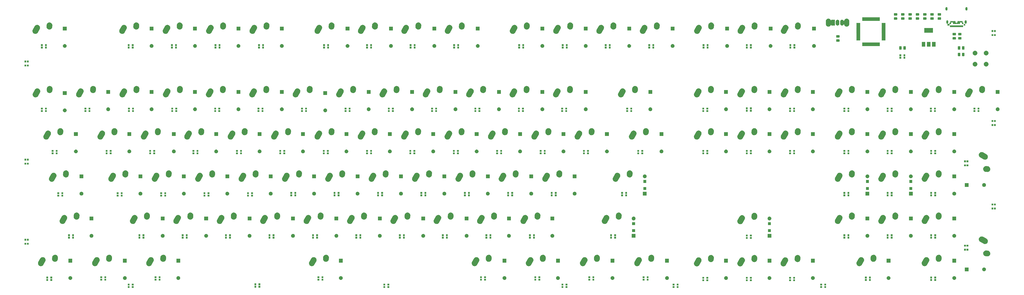
<source format=gbr>
G04 #@! TF.GenerationSoftware,KiCad,Pcbnew,(5.1.4)-1*
G04 #@! TF.CreationDate,2019-11-05T01:24:31-05:00*
G04 #@! TF.ProjectId,keyboard,6b657962-6f61-4726-942e-6b696361645f,rev?*
G04 #@! TF.SameCoordinates,Original*
G04 #@! TF.FileFunction,Soldermask,Top*
G04 #@! TF.FilePolarity,Negative*
%FSLAX46Y46*%
G04 Gerber Fmt 4.6, Leading zero omitted, Abs format (unit mm)*
G04 Created by KiCad (PCBNEW (5.1.4)-1) date 2019-11-05 01:24:31*
%MOMM*%
%LPD*%
G04 APERTURE LIST*
%ADD10C,0.100000*%
G04 APERTURE END LIST*
D10*
G36*
X350947000Y-112838000D02*
G01*
X350145000Y-112838000D01*
X350145000Y-112036000D01*
X350947000Y-112036000D01*
X350947000Y-112838000D01*
X350947000Y-112838000D01*
G37*
G36*
X349117000Y-112838000D02*
G01*
X348315000Y-112838000D01*
X348315000Y-112036000D01*
X349117000Y-112036000D01*
X349117000Y-112838000D01*
X349117000Y-112838000D01*
G37*
G36*
X38094000Y-112838000D02*
G01*
X37292000Y-112838000D01*
X37292000Y-112036000D01*
X38094000Y-112036000D01*
X38094000Y-112838000D01*
X38094000Y-112838000D01*
G37*
G36*
X39924000Y-112838000D02*
G01*
X39122000Y-112838000D01*
X39122000Y-112036000D01*
X39924000Y-112036000D01*
X39924000Y-112838000D01*
X39924000Y-112838000D01*
G37*
G36*
X152902000Y-112838000D02*
G01*
X152100000Y-112838000D01*
X152100000Y-112036000D01*
X152902000Y-112036000D01*
X152902000Y-112838000D01*
X152902000Y-112838000D01*
G37*
G36*
X154732000Y-112838000D02*
G01*
X153930000Y-112838000D01*
X153930000Y-112036000D01*
X154732000Y-112036000D01*
X154732000Y-112838000D01*
X154732000Y-112838000D01*
G37*
G36*
X234742000Y-112838000D02*
G01*
X233940000Y-112838000D01*
X233940000Y-112036000D01*
X234742000Y-112036000D01*
X234742000Y-112838000D01*
X234742000Y-112838000D01*
G37*
G36*
X232912000Y-112838000D02*
G01*
X232110000Y-112838000D01*
X232110000Y-112036000D01*
X232912000Y-112036000D01*
X232912000Y-112838000D01*
X232912000Y-112838000D01*
G37*
G36*
X282823000Y-112838000D02*
G01*
X282021000Y-112838000D01*
X282021000Y-112036000D01*
X282823000Y-112036000D01*
X282823000Y-112838000D01*
X282823000Y-112838000D01*
G37*
G36*
X284653000Y-112838000D02*
G01*
X283851000Y-112838000D01*
X283851000Y-112036000D01*
X284653000Y-112036000D01*
X284653000Y-112838000D01*
X284653000Y-112838000D01*
G37*
G36*
X94990000Y-112711000D02*
G01*
X94188000Y-112711000D01*
X94188000Y-111909000D01*
X94990000Y-111909000D01*
X94990000Y-112711000D01*
X94990000Y-112711000D01*
G37*
G36*
X96820000Y-112711000D02*
G01*
X96018000Y-112711000D01*
X96018000Y-111909000D01*
X96820000Y-111909000D01*
X96820000Y-112711000D01*
X96820000Y-112711000D01*
G37*
G36*
X154732000Y-111738000D02*
G01*
X153930000Y-111738000D01*
X153930000Y-110936000D01*
X154732000Y-110936000D01*
X154732000Y-111738000D01*
X154732000Y-111738000D01*
G37*
G36*
X350947000Y-111738000D02*
G01*
X350145000Y-111738000D01*
X350145000Y-110936000D01*
X350947000Y-110936000D01*
X350947000Y-111738000D01*
X350947000Y-111738000D01*
G37*
G36*
X284653000Y-111738000D02*
G01*
X283851000Y-111738000D01*
X283851000Y-110936000D01*
X284653000Y-110936000D01*
X284653000Y-111738000D01*
X284653000Y-111738000D01*
G37*
G36*
X38094000Y-111738000D02*
G01*
X37292000Y-111738000D01*
X37292000Y-110936000D01*
X38094000Y-110936000D01*
X38094000Y-111738000D01*
X38094000Y-111738000D01*
G37*
G36*
X282823000Y-111738000D02*
G01*
X282021000Y-111738000D01*
X282021000Y-110936000D01*
X282823000Y-110936000D01*
X282823000Y-111738000D01*
X282823000Y-111738000D01*
G37*
G36*
X39924000Y-111738000D02*
G01*
X39122000Y-111738000D01*
X39122000Y-110936000D01*
X39924000Y-110936000D01*
X39924000Y-111738000D01*
X39924000Y-111738000D01*
G37*
G36*
X232912000Y-111738000D02*
G01*
X232110000Y-111738000D01*
X232110000Y-110936000D01*
X232912000Y-110936000D01*
X232912000Y-111738000D01*
X232912000Y-111738000D01*
G37*
G36*
X234742000Y-111738000D02*
G01*
X233940000Y-111738000D01*
X233940000Y-110936000D01*
X234742000Y-110936000D01*
X234742000Y-111738000D01*
X234742000Y-111738000D01*
G37*
G36*
X349117000Y-111738000D02*
G01*
X348315000Y-111738000D01*
X348315000Y-110936000D01*
X349117000Y-110936000D01*
X349117000Y-111738000D01*
X349117000Y-111738000D01*
G37*
G36*
X152902000Y-111738000D02*
G01*
X152100000Y-111738000D01*
X152100000Y-110936000D01*
X152902000Y-110936000D01*
X152902000Y-111738000D01*
X152902000Y-111738000D01*
G37*
G36*
X94990000Y-111611000D02*
G01*
X94188000Y-111611000D01*
X94188000Y-110809000D01*
X94990000Y-110809000D01*
X94990000Y-111611000D01*
X94990000Y-111611000D01*
G37*
G36*
X96820000Y-111611000D02*
G01*
X96018000Y-111611000D01*
X96018000Y-110809000D01*
X96820000Y-110809000D01*
X96820000Y-111611000D01*
X96820000Y-111611000D01*
G37*
G36*
X336977000Y-109790000D02*
G01*
X336175000Y-109790000D01*
X336175000Y-108988000D01*
X336977000Y-108988000D01*
X336977000Y-109790000D01*
X336977000Y-109790000D01*
G37*
G36*
X335147000Y-109790000D02*
G01*
X334345000Y-109790000D01*
X334345000Y-108988000D01*
X335147000Y-108988000D01*
X335147000Y-109790000D01*
X335147000Y-109790000D01*
G37*
G36*
X315716000Y-109790000D02*
G01*
X314914000Y-109790000D01*
X314914000Y-108988000D01*
X315716000Y-108988000D01*
X315716000Y-109790000D01*
X315716000Y-109790000D01*
G37*
G36*
X317546000Y-109790000D02*
G01*
X316744000Y-109790000D01*
X316744000Y-108988000D01*
X317546000Y-108988000D01*
X317546000Y-109790000D01*
X317546000Y-109790000D01*
G37*
G36*
X297988000Y-109790000D02*
G01*
X297186000Y-109790000D01*
X297186000Y-108988000D01*
X297988000Y-108988000D01*
X297988000Y-109790000D01*
X297988000Y-109790000D01*
G37*
G36*
X296158000Y-109790000D02*
G01*
X295356000Y-109790000D01*
X295356000Y-108988000D01*
X296158000Y-108988000D01*
X296158000Y-109790000D01*
X296158000Y-109790000D01*
G37*
G36*
X400350000Y-109663000D02*
G01*
X399548000Y-109663000D01*
X399548000Y-108861000D01*
X400350000Y-108861000D01*
X400350000Y-109663000D01*
X400350000Y-109663000D01*
G37*
G36*
X398520000Y-109663000D02*
G01*
X397718000Y-109663000D01*
X397718000Y-108861000D01*
X398520000Y-108861000D01*
X398520000Y-109663000D01*
X398520000Y-109663000D01*
G37*
G36*
X369183000Y-109663000D02*
G01*
X368381000Y-109663000D01*
X368381000Y-108861000D01*
X369183000Y-108861000D01*
X369183000Y-109663000D01*
X369183000Y-109663000D01*
G37*
G36*
X371013000Y-109663000D02*
G01*
X370211000Y-109663000D01*
X370211000Y-108861000D01*
X371013000Y-108861000D01*
X371013000Y-109663000D01*
X371013000Y-109663000D01*
G37*
G36*
X3348000Y-109663000D02*
G01*
X2546000Y-109663000D01*
X2546000Y-108861000D01*
X3348000Y-108861000D01*
X3348000Y-109663000D01*
X3348000Y-109663000D01*
G37*
G36*
X1518000Y-109663000D02*
G01*
X716000Y-109663000D01*
X716000Y-108861000D01*
X1518000Y-108861000D01*
X1518000Y-109663000D01*
X1518000Y-109663000D01*
G37*
G36*
X220720000Y-109536000D02*
G01*
X219918000Y-109536000D01*
X219918000Y-108734000D01*
X220720000Y-108734000D01*
X220720000Y-109536000D01*
X220720000Y-109536000D01*
G37*
G36*
X198166000Y-109536000D02*
G01*
X197364000Y-109536000D01*
X197364000Y-108734000D01*
X198166000Y-108734000D01*
X198166000Y-109536000D01*
X198166000Y-109536000D01*
G37*
G36*
X196336000Y-109536000D02*
G01*
X195534000Y-109536000D01*
X195534000Y-108734000D01*
X196336000Y-108734000D01*
X196336000Y-109536000D01*
X196336000Y-109536000D01*
G37*
G36*
X125141000Y-109536000D02*
G01*
X124339000Y-109536000D01*
X124339000Y-108734000D01*
X125141000Y-108734000D01*
X125141000Y-109536000D01*
X125141000Y-109536000D01*
G37*
G36*
X123311000Y-109536000D02*
G01*
X122509000Y-109536000D01*
X122509000Y-108734000D01*
X123311000Y-108734000D01*
X123311000Y-109536000D01*
X123311000Y-109536000D01*
G37*
G36*
X51989000Y-109536000D02*
G01*
X51187000Y-109536000D01*
X51187000Y-108734000D01*
X51989000Y-108734000D01*
X51989000Y-109536000D01*
X51989000Y-109536000D01*
G37*
G36*
X50159000Y-109536000D02*
G01*
X49357000Y-109536000D01*
X49357000Y-108734000D01*
X50159000Y-108734000D01*
X50159000Y-109536000D01*
X50159000Y-109536000D01*
G37*
G36*
X27605000Y-109536000D02*
G01*
X26803000Y-109536000D01*
X26803000Y-108734000D01*
X27605000Y-108734000D01*
X27605000Y-109536000D01*
X27605000Y-109536000D01*
G37*
G36*
X25775000Y-109536000D02*
G01*
X24973000Y-109536000D01*
X24973000Y-108734000D01*
X25775000Y-108734000D01*
X25775000Y-109536000D01*
X25775000Y-109536000D01*
G37*
G36*
X222550000Y-109536000D02*
G01*
X221748000Y-109536000D01*
X221748000Y-108734000D01*
X222550000Y-108734000D01*
X222550000Y-109536000D01*
X222550000Y-109536000D01*
G37*
G36*
X246807000Y-109536000D02*
G01*
X246005000Y-109536000D01*
X246005000Y-108734000D01*
X246807000Y-108734000D01*
X246807000Y-109536000D01*
X246807000Y-109536000D01*
G37*
G36*
X269361000Y-109536000D02*
G01*
X268559000Y-109536000D01*
X268559000Y-108734000D01*
X269361000Y-108734000D01*
X269361000Y-109536000D01*
X269361000Y-109536000D01*
G37*
G36*
X271191000Y-109536000D02*
G01*
X270389000Y-109536000D01*
X270389000Y-108734000D01*
X271191000Y-108734000D01*
X271191000Y-109536000D01*
X271191000Y-109536000D01*
G37*
G36*
X244977000Y-109536000D02*
G01*
X244175000Y-109536000D01*
X244175000Y-108734000D01*
X244977000Y-108734000D01*
X244977000Y-109536000D01*
X244977000Y-109536000D01*
G37*
G36*
X206748228Y-107581703D02*
G01*
X206903100Y-107645853D01*
X207042481Y-107738985D01*
X207161015Y-107857519D01*
X207254147Y-107996900D01*
X207318297Y-108151772D01*
X207351000Y-108316184D01*
X207351000Y-108483816D01*
X207318297Y-108648228D01*
X207254147Y-108803100D01*
X207161015Y-108942481D01*
X207042481Y-109061015D01*
X206903100Y-109154147D01*
X206748228Y-109218297D01*
X206583816Y-109251000D01*
X206416184Y-109251000D01*
X206251772Y-109218297D01*
X206096900Y-109154147D01*
X205957519Y-109061015D01*
X205838985Y-108942481D01*
X205745853Y-108803100D01*
X205681703Y-108648228D01*
X205649000Y-108483816D01*
X205649000Y-108316184D01*
X205681703Y-108151772D01*
X205745853Y-107996900D01*
X205838985Y-107857519D01*
X205957519Y-107738985D01*
X206096900Y-107645853D01*
X206251772Y-107581703D01*
X206416184Y-107549000D01*
X206583816Y-107549000D01*
X206748228Y-107581703D01*
X206748228Y-107581703D01*
G37*
G36*
X230748228Y-107581703D02*
G01*
X230903100Y-107645853D01*
X231042481Y-107738985D01*
X231161015Y-107857519D01*
X231254147Y-107996900D01*
X231318297Y-108151772D01*
X231351000Y-108316184D01*
X231351000Y-108483816D01*
X231318297Y-108648228D01*
X231254147Y-108803100D01*
X231161015Y-108942481D01*
X231042481Y-109061015D01*
X230903100Y-109154147D01*
X230748228Y-109218297D01*
X230583816Y-109251000D01*
X230416184Y-109251000D01*
X230251772Y-109218297D01*
X230096900Y-109154147D01*
X229957519Y-109061015D01*
X229838985Y-108942481D01*
X229745853Y-108803100D01*
X229681703Y-108648228D01*
X229649000Y-108483816D01*
X229649000Y-108316184D01*
X229681703Y-108151772D01*
X229745853Y-107996900D01*
X229838985Y-107857519D01*
X229957519Y-107738985D01*
X230096900Y-107645853D01*
X230251772Y-107581703D01*
X230416184Y-107549000D01*
X230583816Y-107549000D01*
X230748228Y-107581703D01*
X230748228Y-107581703D01*
G37*
G36*
X255248228Y-107581703D02*
G01*
X255403100Y-107645853D01*
X255542481Y-107738985D01*
X255661015Y-107857519D01*
X255754147Y-107996900D01*
X255818297Y-108151772D01*
X255851000Y-108316184D01*
X255851000Y-108483816D01*
X255818297Y-108648228D01*
X255754147Y-108803100D01*
X255661015Y-108942481D01*
X255542481Y-109061015D01*
X255403100Y-109154147D01*
X255248228Y-109218297D01*
X255083816Y-109251000D01*
X254916184Y-109251000D01*
X254751772Y-109218297D01*
X254596900Y-109154147D01*
X254457519Y-109061015D01*
X254338985Y-108942481D01*
X254245853Y-108803100D01*
X254181703Y-108648228D01*
X254149000Y-108483816D01*
X254149000Y-108316184D01*
X254181703Y-108151772D01*
X254245853Y-107996900D01*
X254338985Y-107857519D01*
X254457519Y-107738985D01*
X254596900Y-107645853D01*
X254751772Y-107581703D01*
X254916184Y-107549000D01*
X255083816Y-107549000D01*
X255248228Y-107581703D01*
X255248228Y-107581703D01*
G37*
G36*
X279748228Y-107581703D02*
G01*
X279903100Y-107645853D01*
X280042481Y-107738985D01*
X280161015Y-107857519D01*
X280254147Y-107996900D01*
X280318297Y-108151772D01*
X280351000Y-108316184D01*
X280351000Y-108483816D01*
X280318297Y-108648228D01*
X280254147Y-108803100D01*
X280161015Y-108942481D01*
X280042481Y-109061015D01*
X279903100Y-109154147D01*
X279748228Y-109218297D01*
X279583816Y-109251000D01*
X279416184Y-109251000D01*
X279251772Y-109218297D01*
X279096900Y-109154147D01*
X278957519Y-109061015D01*
X278838985Y-108942481D01*
X278745853Y-108803100D01*
X278681703Y-108648228D01*
X278649000Y-108483816D01*
X278649000Y-108316184D01*
X278681703Y-108151772D01*
X278745853Y-107996900D01*
X278838985Y-107857519D01*
X278957519Y-107738985D01*
X279096900Y-107645853D01*
X279251772Y-107581703D01*
X279416184Y-107549000D01*
X279583816Y-107549000D01*
X279748228Y-107581703D01*
X279748228Y-107581703D01*
G37*
G36*
X306248228Y-107581703D02*
G01*
X306403100Y-107645853D01*
X306542481Y-107738985D01*
X306661015Y-107857519D01*
X306754147Y-107996900D01*
X306818297Y-108151772D01*
X306851000Y-108316184D01*
X306851000Y-108483816D01*
X306818297Y-108648228D01*
X306754147Y-108803100D01*
X306661015Y-108942481D01*
X306542481Y-109061015D01*
X306403100Y-109154147D01*
X306248228Y-109218297D01*
X306083816Y-109251000D01*
X305916184Y-109251000D01*
X305751772Y-109218297D01*
X305596900Y-109154147D01*
X305457519Y-109061015D01*
X305338985Y-108942481D01*
X305245853Y-108803100D01*
X305181703Y-108648228D01*
X305149000Y-108483816D01*
X305149000Y-108316184D01*
X305181703Y-108151772D01*
X305245853Y-107996900D01*
X305338985Y-107857519D01*
X305457519Y-107738985D01*
X305596900Y-107645853D01*
X305751772Y-107581703D01*
X305916184Y-107549000D01*
X306083816Y-107549000D01*
X306248228Y-107581703D01*
X306248228Y-107581703D01*
G37*
G36*
X408748228Y-107581703D02*
G01*
X408903100Y-107645853D01*
X409042481Y-107738985D01*
X409161015Y-107857519D01*
X409254147Y-107996900D01*
X409318297Y-108151772D01*
X409351000Y-108316184D01*
X409351000Y-108483816D01*
X409318297Y-108648228D01*
X409254147Y-108803100D01*
X409161015Y-108942481D01*
X409042481Y-109061015D01*
X408903100Y-109154147D01*
X408748228Y-109218297D01*
X408583816Y-109251000D01*
X408416184Y-109251000D01*
X408251772Y-109218297D01*
X408096900Y-109154147D01*
X407957519Y-109061015D01*
X407838985Y-108942481D01*
X407745853Y-108803100D01*
X407681703Y-108648228D01*
X407649000Y-108483816D01*
X407649000Y-108316184D01*
X407681703Y-108151772D01*
X407745853Y-107996900D01*
X407838985Y-107857519D01*
X407957519Y-107738985D01*
X408096900Y-107645853D01*
X408251772Y-107581703D01*
X408416184Y-107549000D01*
X408583816Y-107549000D01*
X408748228Y-107581703D01*
X408748228Y-107581703D01*
G37*
G36*
X60248228Y-107581703D02*
G01*
X60403100Y-107645853D01*
X60542481Y-107738985D01*
X60661015Y-107857519D01*
X60754147Y-107996900D01*
X60818297Y-108151772D01*
X60851000Y-108316184D01*
X60851000Y-108483816D01*
X60818297Y-108648228D01*
X60754147Y-108803100D01*
X60661015Y-108942481D01*
X60542481Y-109061015D01*
X60403100Y-109154147D01*
X60248228Y-109218297D01*
X60083816Y-109251000D01*
X59916184Y-109251000D01*
X59751772Y-109218297D01*
X59596900Y-109154147D01*
X59457519Y-109061015D01*
X59338985Y-108942481D01*
X59245853Y-108803100D01*
X59181703Y-108648228D01*
X59149000Y-108483816D01*
X59149000Y-108316184D01*
X59181703Y-108151772D01*
X59245853Y-107996900D01*
X59338985Y-107857519D01*
X59457519Y-107738985D01*
X59596900Y-107645853D01*
X59751772Y-107581703D01*
X59916184Y-107549000D01*
X60083816Y-107549000D01*
X60248228Y-107581703D01*
X60248228Y-107581703D01*
G37*
G36*
X133248228Y-107581703D02*
G01*
X133403100Y-107645853D01*
X133542481Y-107738985D01*
X133661015Y-107857519D01*
X133754147Y-107996900D01*
X133818297Y-108151772D01*
X133851000Y-108316184D01*
X133851000Y-108483816D01*
X133818297Y-108648228D01*
X133754147Y-108803100D01*
X133661015Y-108942481D01*
X133542481Y-109061015D01*
X133403100Y-109154147D01*
X133248228Y-109218297D01*
X133083816Y-109251000D01*
X132916184Y-109251000D01*
X132751772Y-109218297D01*
X132596900Y-109154147D01*
X132457519Y-109061015D01*
X132338985Y-108942481D01*
X132245853Y-108803100D01*
X132181703Y-108648228D01*
X132149000Y-108483816D01*
X132149000Y-108316184D01*
X132181703Y-108151772D01*
X132245853Y-107996900D01*
X132338985Y-107857519D01*
X132457519Y-107738985D01*
X132596900Y-107645853D01*
X132751772Y-107581703D01*
X132916184Y-107549000D01*
X133083816Y-107549000D01*
X133248228Y-107581703D01*
X133248228Y-107581703D01*
G37*
G36*
X325748228Y-107581703D02*
G01*
X325903100Y-107645853D01*
X326042481Y-107738985D01*
X326161015Y-107857519D01*
X326254147Y-107996900D01*
X326318297Y-108151772D01*
X326351000Y-108316184D01*
X326351000Y-108483816D01*
X326318297Y-108648228D01*
X326254147Y-108803100D01*
X326161015Y-108942481D01*
X326042481Y-109061015D01*
X325903100Y-109154147D01*
X325748228Y-109218297D01*
X325583816Y-109251000D01*
X325416184Y-109251000D01*
X325251772Y-109218297D01*
X325096900Y-109154147D01*
X324957519Y-109061015D01*
X324838985Y-108942481D01*
X324745853Y-108803100D01*
X324681703Y-108648228D01*
X324649000Y-108483816D01*
X324649000Y-108316184D01*
X324681703Y-108151772D01*
X324745853Y-107996900D01*
X324838985Y-107857519D01*
X324957519Y-107738985D01*
X325096900Y-107645853D01*
X325251772Y-107581703D01*
X325416184Y-107549000D01*
X325583816Y-107549000D01*
X325748228Y-107581703D01*
X325748228Y-107581703D01*
G37*
G36*
X345248228Y-107581703D02*
G01*
X345403100Y-107645853D01*
X345542481Y-107738985D01*
X345661015Y-107857519D01*
X345754147Y-107996900D01*
X345818297Y-108151772D01*
X345851000Y-108316184D01*
X345851000Y-108483816D01*
X345818297Y-108648228D01*
X345754147Y-108803100D01*
X345661015Y-108942481D01*
X345542481Y-109061015D01*
X345403100Y-109154147D01*
X345248228Y-109218297D01*
X345083816Y-109251000D01*
X344916184Y-109251000D01*
X344751772Y-109218297D01*
X344596900Y-109154147D01*
X344457519Y-109061015D01*
X344338985Y-108942481D01*
X344245853Y-108803100D01*
X344181703Y-108648228D01*
X344149000Y-108483816D01*
X344149000Y-108316184D01*
X344181703Y-108151772D01*
X344245853Y-107996900D01*
X344338985Y-107857519D01*
X344457519Y-107738985D01*
X344596900Y-107645853D01*
X344751772Y-107581703D01*
X344916184Y-107549000D01*
X345083816Y-107549000D01*
X345248228Y-107581703D01*
X345248228Y-107581703D01*
G37*
G36*
X11748228Y-107581703D02*
G01*
X11903100Y-107645853D01*
X12042481Y-107738985D01*
X12161015Y-107857519D01*
X12254147Y-107996900D01*
X12318297Y-108151772D01*
X12351000Y-108316184D01*
X12351000Y-108483816D01*
X12318297Y-108648228D01*
X12254147Y-108803100D01*
X12161015Y-108942481D01*
X12042481Y-109061015D01*
X11903100Y-109154147D01*
X11748228Y-109218297D01*
X11583816Y-109251000D01*
X11416184Y-109251000D01*
X11251772Y-109218297D01*
X11096900Y-109154147D01*
X10957519Y-109061015D01*
X10838985Y-108942481D01*
X10745853Y-108803100D01*
X10681703Y-108648228D01*
X10649000Y-108483816D01*
X10649000Y-108316184D01*
X10681703Y-108151772D01*
X10745853Y-107996900D01*
X10838985Y-107857519D01*
X10957519Y-107738985D01*
X11096900Y-107645853D01*
X11251772Y-107581703D01*
X11416184Y-107549000D01*
X11583816Y-107549000D01*
X11748228Y-107581703D01*
X11748228Y-107581703D01*
G37*
G36*
X36248228Y-107581703D02*
G01*
X36403100Y-107645853D01*
X36542481Y-107738985D01*
X36661015Y-107857519D01*
X36754147Y-107996900D01*
X36818297Y-108151772D01*
X36851000Y-108316184D01*
X36851000Y-108483816D01*
X36818297Y-108648228D01*
X36754147Y-108803100D01*
X36661015Y-108942481D01*
X36542481Y-109061015D01*
X36403100Y-109154147D01*
X36248228Y-109218297D01*
X36083816Y-109251000D01*
X35916184Y-109251000D01*
X35751772Y-109218297D01*
X35596900Y-109154147D01*
X35457519Y-109061015D01*
X35338985Y-108942481D01*
X35245853Y-108803100D01*
X35181703Y-108648228D01*
X35149000Y-108483816D01*
X35149000Y-108316184D01*
X35181703Y-108151772D01*
X35245853Y-107996900D01*
X35338985Y-107857519D01*
X35457519Y-107738985D01*
X35596900Y-107645853D01*
X35751772Y-107581703D01*
X35916184Y-107549000D01*
X36083816Y-107549000D01*
X36248228Y-107581703D01*
X36248228Y-107581703D01*
G37*
G36*
X379248228Y-107581703D02*
G01*
X379403100Y-107645853D01*
X379542481Y-107738985D01*
X379661015Y-107857519D01*
X379754147Y-107996900D01*
X379818297Y-108151772D01*
X379851000Y-108316184D01*
X379851000Y-108483816D01*
X379818297Y-108648228D01*
X379754147Y-108803100D01*
X379661015Y-108942481D01*
X379542481Y-109061015D01*
X379403100Y-109154147D01*
X379248228Y-109218297D01*
X379083816Y-109251000D01*
X378916184Y-109251000D01*
X378751772Y-109218297D01*
X378596900Y-109154147D01*
X378457519Y-109061015D01*
X378338985Y-108942481D01*
X378245853Y-108803100D01*
X378181703Y-108648228D01*
X378149000Y-108483816D01*
X378149000Y-108316184D01*
X378181703Y-108151772D01*
X378245853Y-107996900D01*
X378338985Y-107857519D01*
X378457519Y-107738985D01*
X378596900Y-107645853D01*
X378751772Y-107581703D01*
X378916184Y-107549000D01*
X379083816Y-107549000D01*
X379248228Y-107581703D01*
X379248228Y-107581703D01*
G37*
G36*
X296158000Y-108690000D02*
G01*
X295356000Y-108690000D01*
X295356000Y-107888000D01*
X296158000Y-107888000D01*
X296158000Y-108690000D01*
X296158000Y-108690000D01*
G37*
G36*
X297988000Y-108690000D02*
G01*
X297186000Y-108690000D01*
X297186000Y-107888000D01*
X297988000Y-107888000D01*
X297988000Y-108690000D01*
X297988000Y-108690000D01*
G37*
G36*
X317546000Y-108690000D02*
G01*
X316744000Y-108690000D01*
X316744000Y-107888000D01*
X317546000Y-107888000D01*
X317546000Y-108690000D01*
X317546000Y-108690000D01*
G37*
G36*
X315716000Y-108690000D02*
G01*
X314914000Y-108690000D01*
X314914000Y-107888000D01*
X315716000Y-107888000D01*
X315716000Y-108690000D01*
X315716000Y-108690000D01*
G37*
G36*
X335147000Y-108690000D02*
G01*
X334345000Y-108690000D01*
X334345000Y-107888000D01*
X335147000Y-107888000D01*
X335147000Y-108690000D01*
X335147000Y-108690000D01*
G37*
G36*
X336977000Y-108690000D02*
G01*
X336175000Y-108690000D01*
X336175000Y-107888000D01*
X336977000Y-107888000D01*
X336977000Y-108690000D01*
X336977000Y-108690000D01*
G37*
G36*
X1518000Y-108563000D02*
G01*
X716000Y-108563000D01*
X716000Y-107761000D01*
X1518000Y-107761000D01*
X1518000Y-108563000D01*
X1518000Y-108563000D01*
G37*
G36*
X371013000Y-108563000D02*
G01*
X370211000Y-108563000D01*
X370211000Y-107761000D01*
X371013000Y-107761000D01*
X371013000Y-108563000D01*
X371013000Y-108563000D01*
G37*
G36*
X398520000Y-108563000D02*
G01*
X397718000Y-108563000D01*
X397718000Y-107761000D01*
X398520000Y-107761000D01*
X398520000Y-108563000D01*
X398520000Y-108563000D01*
G37*
G36*
X400350000Y-108563000D02*
G01*
X399548000Y-108563000D01*
X399548000Y-107761000D01*
X400350000Y-107761000D01*
X400350000Y-108563000D01*
X400350000Y-108563000D01*
G37*
G36*
X3348000Y-108563000D02*
G01*
X2546000Y-108563000D01*
X2546000Y-107761000D01*
X3348000Y-107761000D01*
X3348000Y-108563000D01*
X3348000Y-108563000D01*
G37*
G36*
X369183000Y-108563000D02*
G01*
X368381000Y-108563000D01*
X368381000Y-107761000D01*
X369183000Y-107761000D01*
X369183000Y-108563000D01*
X369183000Y-108563000D01*
G37*
G36*
X51989000Y-108436000D02*
G01*
X51187000Y-108436000D01*
X51187000Y-107634000D01*
X51989000Y-107634000D01*
X51989000Y-108436000D01*
X51989000Y-108436000D01*
G37*
G36*
X269361000Y-108436000D02*
G01*
X268559000Y-108436000D01*
X268559000Y-107634000D01*
X269361000Y-107634000D01*
X269361000Y-108436000D01*
X269361000Y-108436000D01*
G37*
G36*
X271191000Y-108436000D02*
G01*
X270389000Y-108436000D01*
X270389000Y-107634000D01*
X271191000Y-107634000D01*
X271191000Y-108436000D01*
X271191000Y-108436000D01*
G37*
G36*
X244977000Y-108436000D02*
G01*
X244175000Y-108436000D01*
X244175000Y-107634000D01*
X244977000Y-107634000D01*
X244977000Y-108436000D01*
X244977000Y-108436000D01*
G37*
G36*
X246807000Y-108436000D02*
G01*
X246005000Y-108436000D01*
X246005000Y-107634000D01*
X246807000Y-107634000D01*
X246807000Y-108436000D01*
X246807000Y-108436000D01*
G37*
G36*
X198166000Y-108436000D02*
G01*
X197364000Y-108436000D01*
X197364000Y-107634000D01*
X198166000Y-107634000D01*
X198166000Y-108436000D01*
X198166000Y-108436000D01*
G37*
G36*
X125141000Y-108436000D02*
G01*
X124339000Y-108436000D01*
X124339000Y-107634000D01*
X125141000Y-107634000D01*
X125141000Y-108436000D01*
X125141000Y-108436000D01*
G37*
G36*
X222550000Y-108436000D02*
G01*
X221748000Y-108436000D01*
X221748000Y-107634000D01*
X222550000Y-107634000D01*
X222550000Y-108436000D01*
X222550000Y-108436000D01*
G37*
G36*
X220720000Y-108436000D02*
G01*
X219918000Y-108436000D01*
X219918000Y-107634000D01*
X220720000Y-107634000D01*
X220720000Y-108436000D01*
X220720000Y-108436000D01*
G37*
G36*
X196336000Y-108436000D02*
G01*
X195534000Y-108436000D01*
X195534000Y-107634000D01*
X196336000Y-107634000D01*
X196336000Y-108436000D01*
X196336000Y-108436000D01*
G37*
G36*
X123311000Y-108436000D02*
G01*
X122509000Y-108436000D01*
X122509000Y-107634000D01*
X123311000Y-107634000D01*
X123311000Y-108436000D01*
X123311000Y-108436000D01*
G37*
G36*
X25775000Y-108436000D02*
G01*
X24973000Y-108436000D01*
X24973000Y-107634000D01*
X25775000Y-107634000D01*
X25775000Y-108436000D01*
X25775000Y-108436000D01*
G37*
G36*
X27605000Y-108436000D02*
G01*
X26803000Y-108436000D01*
X26803000Y-107634000D01*
X27605000Y-107634000D01*
X27605000Y-108436000D01*
X27605000Y-108436000D01*
G37*
G36*
X50159000Y-108436000D02*
G01*
X49357000Y-108436000D01*
X49357000Y-107634000D01*
X50159000Y-107634000D01*
X50159000Y-108436000D01*
X50159000Y-108436000D01*
G37*
G36*
X422148228Y-103681703D02*
G01*
X422303100Y-103745853D01*
X422442481Y-103838985D01*
X422561015Y-103957519D01*
X422654147Y-104096900D01*
X422718297Y-104251772D01*
X422751000Y-104416184D01*
X422751000Y-104583816D01*
X422718297Y-104748228D01*
X422654147Y-104903100D01*
X422561015Y-105042481D01*
X422442481Y-105161015D01*
X422303100Y-105254147D01*
X422148228Y-105318297D01*
X421983816Y-105351000D01*
X421816184Y-105351000D01*
X421651772Y-105318297D01*
X421496900Y-105254147D01*
X421357519Y-105161015D01*
X421238985Y-105042481D01*
X421145853Y-104903100D01*
X421081703Y-104748228D01*
X421049000Y-104583816D01*
X421049000Y-104416184D01*
X421081703Y-104251772D01*
X421145853Y-104096900D01*
X421238985Y-103957519D01*
X421357519Y-103838985D01*
X421496900Y-103745853D01*
X421651772Y-103681703D01*
X421816184Y-103649000D01*
X421983816Y-103649000D01*
X422148228Y-103681703D01*
X422148228Y-103681703D01*
G37*
G36*
X414951000Y-105351000D02*
G01*
X413249000Y-105351000D01*
X413249000Y-103649000D01*
X414951000Y-103649000D01*
X414951000Y-105351000D01*
X414951000Y-105351000D01*
G37*
G36*
X332749575Y-99101286D02*
G01*
X333000086Y-99155333D01*
X333133357Y-99213074D01*
X333235239Y-99257215D01*
X333301445Y-99303016D01*
X333445996Y-99403014D01*
X333445998Y-99403016D01*
X333624262Y-99587130D01*
X333763180Y-99802483D01*
X333857419Y-100040804D01*
X333885132Y-100192927D01*
X333903351Y-100292928D01*
X333899213Y-100549169D01*
X333845166Y-100799680D01*
X333768813Y-100975911D01*
X332895846Y-102547549D01*
X332786579Y-102705497D01*
X332786577Y-102705499D01*
X332602463Y-102883763D01*
X332387110Y-103022681D01*
X332387108Y-103022682D01*
X332364546Y-103031603D01*
X332148789Y-103116920D01*
X331969840Y-103149520D01*
X331896665Y-103162852D01*
X331640425Y-103158714D01*
X331389914Y-103104667D01*
X331256643Y-103046926D01*
X331154761Y-103002785D01*
X331010208Y-102902785D01*
X330944004Y-102856986D01*
X330873107Y-102783762D01*
X330765738Y-102672870D01*
X330626820Y-102457517D01*
X330532581Y-102219196D01*
X330499981Y-102040247D01*
X330486649Y-101967072D01*
X330490787Y-101710832D01*
X330544834Y-101460321D01*
X330621187Y-101284090D01*
X331494154Y-99712451D01*
X331603421Y-99554503D01*
X331706705Y-99454501D01*
X331787537Y-99376237D01*
X332002889Y-99237318D01*
X332241210Y-99143080D01*
X332420159Y-99110480D01*
X332493334Y-99097148D01*
X332749575Y-99101286D01*
X332749575Y-99101286D01*
G37*
G36*
X313349575Y-99101286D02*
G01*
X313600086Y-99155333D01*
X313733357Y-99213074D01*
X313835239Y-99257215D01*
X313901445Y-99303016D01*
X314045996Y-99403014D01*
X314045998Y-99403016D01*
X314224262Y-99587130D01*
X314363180Y-99802483D01*
X314457419Y-100040804D01*
X314485132Y-100192927D01*
X314503351Y-100292928D01*
X314499213Y-100549169D01*
X314445166Y-100799680D01*
X314368813Y-100975911D01*
X313495846Y-102547549D01*
X313386579Y-102705497D01*
X313386577Y-102705499D01*
X313202463Y-102883763D01*
X312987110Y-103022681D01*
X312987108Y-103022682D01*
X312964546Y-103031603D01*
X312748789Y-103116920D01*
X312569840Y-103149520D01*
X312496665Y-103162852D01*
X312240425Y-103158714D01*
X311989914Y-103104667D01*
X311856643Y-103046926D01*
X311754761Y-103002785D01*
X311610208Y-102902785D01*
X311544004Y-102856986D01*
X311473107Y-102783762D01*
X311365738Y-102672870D01*
X311226820Y-102457517D01*
X311132581Y-102219196D01*
X311099981Y-102040247D01*
X311086649Y-101967072D01*
X311090787Y-101710832D01*
X311144834Y-101460321D01*
X311221187Y-101284090D01*
X312094154Y-99712451D01*
X312203421Y-99554503D01*
X312306705Y-99454501D01*
X312387537Y-99376237D01*
X312602889Y-99237318D01*
X312841210Y-99143080D01*
X313020159Y-99110480D01*
X313093334Y-99097148D01*
X313349575Y-99101286D01*
X313349575Y-99101286D01*
G37*
G36*
X293849575Y-99101286D02*
G01*
X294100086Y-99155333D01*
X294233357Y-99213074D01*
X294335239Y-99257215D01*
X294401445Y-99303016D01*
X294545996Y-99403014D01*
X294545998Y-99403016D01*
X294724262Y-99587130D01*
X294863180Y-99802483D01*
X294957419Y-100040804D01*
X294985132Y-100192927D01*
X295003351Y-100292928D01*
X294999213Y-100549169D01*
X294945166Y-100799680D01*
X294868813Y-100975911D01*
X293995846Y-102547549D01*
X293886579Y-102705497D01*
X293886577Y-102705499D01*
X293702463Y-102883763D01*
X293487110Y-103022681D01*
X293487108Y-103022682D01*
X293464546Y-103031603D01*
X293248789Y-103116920D01*
X293069840Y-103149520D01*
X292996665Y-103162852D01*
X292740425Y-103158714D01*
X292489914Y-103104667D01*
X292356643Y-103046926D01*
X292254761Y-103002785D01*
X292110208Y-102902785D01*
X292044004Y-102856986D01*
X291973107Y-102783762D01*
X291865738Y-102672870D01*
X291726820Y-102457517D01*
X291632581Y-102219196D01*
X291599981Y-102040247D01*
X291586649Y-101967072D01*
X291590787Y-101710832D01*
X291644834Y-101460321D01*
X291721187Y-101284090D01*
X292594154Y-99712451D01*
X292703421Y-99554503D01*
X292806705Y-99454501D01*
X292887537Y-99376237D01*
X293102889Y-99237318D01*
X293341210Y-99143080D01*
X293520159Y-99110480D01*
X293593334Y-99097148D01*
X293849575Y-99101286D01*
X293849575Y-99101286D01*
G37*
G36*
X120949575Y-99001286D02*
G01*
X121200086Y-99055333D01*
X121306149Y-99101286D01*
X121435239Y-99157215D01*
X121546688Y-99234314D01*
X121645996Y-99303014D01*
X121645998Y-99303016D01*
X121824262Y-99487130D01*
X121963180Y-99702483D01*
X122057419Y-99940804D01*
X122090019Y-100119753D01*
X122103351Y-100192928D01*
X122099213Y-100449169D01*
X122045166Y-100699680D01*
X121968813Y-100875911D01*
X121095846Y-102447549D01*
X120986579Y-102605497D01*
X120986577Y-102605499D01*
X120802463Y-102783763D01*
X120647441Y-102883763D01*
X120587108Y-102922682D01*
X120564546Y-102931603D01*
X120348789Y-103016920D01*
X120169840Y-103049520D01*
X120096665Y-103062852D01*
X119840425Y-103058714D01*
X119589914Y-103004667D01*
X119456643Y-102946926D01*
X119354761Y-102902785D01*
X119243312Y-102825686D01*
X119144004Y-102756986D01*
X119062561Y-102672870D01*
X118965738Y-102572870D01*
X118826820Y-102357517D01*
X118732581Y-102119196D01*
X118699981Y-101940247D01*
X118686649Y-101867072D01*
X118690787Y-101610832D01*
X118744834Y-101360321D01*
X118821187Y-101184090D01*
X119694154Y-99612451D01*
X119803421Y-99454503D01*
X119856600Y-99403014D01*
X119987537Y-99276237D01*
X120202889Y-99137318D01*
X120441210Y-99043080D01*
X120620159Y-99010480D01*
X120693334Y-98997148D01*
X120949575Y-99001286D01*
X120949575Y-99001286D01*
G37*
G36*
X23549575Y-99001286D02*
G01*
X23800086Y-99055333D01*
X23906149Y-99101286D01*
X24035239Y-99157215D01*
X24146688Y-99234314D01*
X24245996Y-99303014D01*
X24245998Y-99303016D01*
X24424262Y-99487130D01*
X24563180Y-99702483D01*
X24657419Y-99940804D01*
X24690019Y-100119753D01*
X24703351Y-100192928D01*
X24699213Y-100449169D01*
X24645166Y-100699680D01*
X24568813Y-100875911D01*
X23695846Y-102447549D01*
X23586579Y-102605497D01*
X23586577Y-102605499D01*
X23402463Y-102783763D01*
X23247441Y-102883763D01*
X23187108Y-102922682D01*
X23164546Y-102931603D01*
X22948789Y-103016920D01*
X22769840Y-103049520D01*
X22696665Y-103062852D01*
X22440425Y-103058714D01*
X22189914Y-103004667D01*
X22056643Y-102946926D01*
X21954761Y-102902785D01*
X21843312Y-102825686D01*
X21744004Y-102756986D01*
X21662561Y-102672870D01*
X21565738Y-102572870D01*
X21426820Y-102357517D01*
X21332581Y-102119196D01*
X21299981Y-101940247D01*
X21286649Y-101867072D01*
X21290787Y-101610832D01*
X21344834Y-101360321D01*
X21421187Y-101184090D01*
X22294154Y-99612451D01*
X22403421Y-99454503D01*
X22456600Y-99403014D01*
X22587537Y-99276237D01*
X22802889Y-99137318D01*
X23041210Y-99043080D01*
X23220159Y-99010480D01*
X23293334Y-98997148D01*
X23549575Y-99001286D01*
X23549575Y-99001286D01*
G37*
G36*
X47849575Y-99001286D02*
G01*
X48100086Y-99055333D01*
X48206149Y-99101286D01*
X48335239Y-99157215D01*
X48446688Y-99234314D01*
X48545996Y-99303014D01*
X48545998Y-99303016D01*
X48724262Y-99487130D01*
X48863180Y-99702483D01*
X48957419Y-99940804D01*
X48990019Y-100119753D01*
X49003351Y-100192928D01*
X48999213Y-100449169D01*
X48945166Y-100699680D01*
X48868813Y-100875911D01*
X47995846Y-102447549D01*
X47886579Y-102605497D01*
X47886577Y-102605499D01*
X47702463Y-102783763D01*
X47547441Y-102883763D01*
X47487108Y-102922682D01*
X47464546Y-102931603D01*
X47248789Y-103016920D01*
X47069840Y-103049520D01*
X46996665Y-103062852D01*
X46740425Y-103058714D01*
X46489914Y-103004667D01*
X46356643Y-102946926D01*
X46254761Y-102902785D01*
X46143312Y-102825686D01*
X46044004Y-102756986D01*
X45962561Y-102672870D01*
X45865738Y-102572870D01*
X45726820Y-102357517D01*
X45632581Y-102119196D01*
X45599981Y-101940247D01*
X45586649Y-101867072D01*
X45590787Y-101610832D01*
X45644834Y-101360321D01*
X45721187Y-101184090D01*
X46594154Y-99612451D01*
X46703421Y-99454503D01*
X46756600Y-99403014D01*
X46887537Y-99276237D01*
X47102889Y-99137318D01*
X47341210Y-99043080D01*
X47520159Y-99010480D01*
X47593334Y-98997148D01*
X47849575Y-99001286D01*
X47849575Y-99001286D01*
G37*
G36*
X396149575Y-99001286D02*
G01*
X396400086Y-99055333D01*
X396506149Y-99101286D01*
X396635239Y-99157215D01*
X396746688Y-99234314D01*
X396845996Y-99303014D01*
X396845998Y-99303016D01*
X397024262Y-99487130D01*
X397163180Y-99702483D01*
X397257419Y-99940804D01*
X397290019Y-100119753D01*
X397303351Y-100192928D01*
X397299213Y-100449169D01*
X397245166Y-100699680D01*
X397168813Y-100875911D01*
X396295846Y-102447549D01*
X396186579Y-102605497D01*
X396186577Y-102605499D01*
X396002463Y-102783763D01*
X395847441Y-102883763D01*
X395787108Y-102922682D01*
X395764546Y-102931603D01*
X395548789Y-103016920D01*
X395369840Y-103049520D01*
X395296665Y-103062852D01*
X395040425Y-103058714D01*
X394789914Y-103004667D01*
X394656643Y-102946926D01*
X394554761Y-102902785D01*
X394443312Y-102825686D01*
X394344004Y-102756986D01*
X394262561Y-102672870D01*
X394165738Y-102572870D01*
X394026820Y-102357517D01*
X393932581Y-102119196D01*
X393899981Y-101940247D01*
X393886649Y-101867072D01*
X393890787Y-101610832D01*
X393944834Y-101360321D01*
X394021187Y-101184090D01*
X394894154Y-99612451D01*
X395003421Y-99454503D01*
X395056600Y-99403014D01*
X395187537Y-99276237D01*
X395402889Y-99137318D01*
X395641210Y-99043080D01*
X395820159Y-99010480D01*
X395893334Y-98997148D01*
X396149575Y-99001286D01*
X396149575Y-99001286D01*
G37*
G36*
X194049575Y-99001286D02*
G01*
X194300086Y-99055333D01*
X194406149Y-99101286D01*
X194535239Y-99157215D01*
X194646688Y-99234314D01*
X194745996Y-99303014D01*
X194745998Y-99303016D01*
X194924262Y-99487130D01*
X195063180Y-99702483D01*
X195157419Y-99940804D01*
X195190019Y-100119753D01*
X195203351Y-100192928D01*
X195199213Y-100449169D01*
X195145166Y-100699680D01*
X195068813Y-100875911D01*
X194195846Y-102447549D01*
X194086579Y-102605497D01*
X194086577Y-102605499D01*
X193902463Y-102783763D01*
X193747441Y-102883763D01*
X193687108Y-102922682D01*
X193664546Y-102931603D01*
X193448789Y-103016920D01*
X193269840Y-103049520D01*
X193196665Y-103062852D01*
X192940425Y-103058714D01*
X192689914Y-103004667D01*
X192556643Y-102946926D01*
X192454761Y-102902785D01*
X192343312Y-102825686D01*
X192244004Y-102756986D01*
X192162561Y-102672870D01*
X192065738Y-102572870D01*
X191926820Y-102357517D01*
X191832581Y-102119196D01*
X191799981Y-101940247D01*
X191786649Y-101867072D01*
X191790787Y-101610832D01*
X191844834Y-101360321D01*
X191921187Y-101184090D01*
X192794154Y-99612451D01*
X192903421Y-99454503D01*
X192956600Y-99403014D01*
X193087537Y-99276237D01*
X193302889Y-99137318D01*
X193541210Y-99043080D01*
X193720159Y-99010480D01*
X193793334Y-98997148D01*
X194049575Y-99001286D01*
X194049575Y-99001286D01*
G37*
G36*
X366849575Y-99001286D02*
G01*
X367100086Y-99055333D01*
X367206149Y-99101286D01*
X367335239Y-99157215D01*
X367446688Y-99234314D01*
X367545996Y-99303014D01*
X367545998Y-99303016D01*
X367724262Y-99487130D01*
X367863180Y-99702483D01*
X367957419Y-99940804D01*
X367990019Y-100119753D01*
X368003351Y-100192928D01*
X367999213Y-100449169D01*
X367945166Y-100699680D01*
X367868813Y-100875911D01*
X366995846Y-102447549D01*
X366886579Y-102605497D01*
X366886577Y-102605499D01*
X366702463Y-102783763D01*
X366547441Y-102883763D01*
X366487108Y-102922682D01*
X366464546Y-102931603D01*
X366248789Y-103016920D01*
X366069840Y-103049520D01*
X365996665Y-103062852D01*
X365740425Y-103058714D01*
X365489914Y-103004667D01*
X365356643Y-102946926D01*
X365254761Y-102902785D01*
X365143312Y-102825686D01*
X365044004Y-102756986D01*
X364962561Y-102672870D01*
X364865738Y-102572870D01*
X364726820Y-102357517D01*
X364632581Y-102119196D01*
X364599981Y-101940247D01*
X364586649Y-101867072D01*
X364590787Y-101610832D01*
X364644834Y-101360321D01*
X364721187Y-101184090D01*
X365594154Y-99612451D01*
X365703421Y-99454503D01*
X365756600Y-99403014D01*
X365887537Y-99276237D01*
X366102889Y-99137318D01*
X366341210Y-99043080D01*
X366520159Y-99010480D01*
X366593334Y-98997148D01*
X366849575Y-99001286D01*
X366849575Y-99001286D01*
G37*
G36*
X218349575Y-99001286D02*
G01*
X218600086Y-99055333D01*
X218706149Y-99101286D01*
X218835239Y-99157215D01*
X218946688Y-99234314D01*
X219045996Y-99303014D01*
X219045998Y-99303016D01*
X219224262Y-99487130D01*
X219363180Y-99702483D01*
X219457419Y-99940804D01*
X219490019Y-100119753D01*
X219503351Y-100192928D01*
X219499213Y-100449169D01*
X219445166Y-100699680D01*
X219368813Y-100875911D01*
X218495846Y-102447549D01*
X218386579Y-102605497D01*
X218386577Y-102605499D01*
X218202463Y-102783763D01*
X218047441Y-102883763D01*
X217987108Y-102922682D01*
X217964546Y-102931603D01*
X217748789Y-103016920D01*
X217569840Y-103049520D01*
X217496665Y-103062852D01*
X217240425Y-103058714D01*
X216989914Y-103004667D01*
X216856643Y-102946926D01*
X216754761Y-102902785D01*
X216643312Y-102825686D01*
X216544004Y-102756986D01*
X216462561Y-102672870D01*
X216365738Y-102572870D01*
X216226820Y-102357517D01*
X216132581Y-102119196D01*
X216099981Y-101940247D01*
X216086649Y-101867072D01*
X216090787Y-101610832D01*
X216144834Y-101360321D01*
X216221187Y-101184090D01*
X217094154Y-99612451D01*
X217203421Y-99454503D01*
X217256600Y-99403014D01*
X217387537Y-99276237D01*
X217602889Y-99137318D01*
X217841210Y-99043080D01*
X218020159Y-99010480D01*
X218093334Y-98997148D01*
X218349575Y-99001286D01*
X218349575Y-99001286D01*
G37*
G36*
X242649575Y-99001286D02*
G01*
X242900086Y-99055333D01*
X243006149Y-99101286D01*
X243135239Y-99157215D01*
X243246688Y-99234314D01*
X243345996Y-99303014D01*
X243345998Y-99303016D01*
X243524262Y-99487130D01*
X243663180Y-99702483D01*
X243757419Y-99940804D01*
X243790019Y-100119753D01*
X243803351Y-100192928D01*
X243799213Y-100449169D01*
X243745166Y-100699680D01*
X243668813Y-100875911D01*
X242795846Y-102447549D01*
X242686579Y-102605497D01*
X242686577Y-102605499D01*
X242502463Y-102783763D01*
X242347441Y-102883763D01*
X242287108Y-102922682D01*
X242264546Y-102931603D01*
X242048789Y-103016920D01*
X241869840Y-103049520D01*
X241796665Y-103062852D01*
X241540425Y-103058714D01*
X241289914Y-103004667D01*
X241156643Y-102946926D01*
X241054761Y-102902785D01*
X240943312Y-102825686D01*
X240844004Y-102756986D01*
X240762561Y-102672870D01*
X240665738Y-102572870D01*
X240526820Y-102357517D01*
X240432581Y-102119196D01*
X240399981Y-101940247D01*
X240386649Y-101867072D01*
X240390787Y-101610832D01*
X240444834Y-101360321D01*
X240521187Y-101184090D01*
X241394154Y-99612451D01*
X241503421Y-99454503D01*
X241556600Y-99403014D01*
X241687537Y-99276237D01*
X241902889Y-99137318D01*
X242141210Y-99043080D01*
X242320159Y-99010480D01*
X242393334Y-98997148D01*
X242649575Y-99001286D01*
X242649575Y-99001286D01*
G37*
G36*
X267049575Y-99001286D02*
G01*
X267300086Y-99055333D01*
X267406149Y-99101286D01*
X267535239Y-99157215D01*
X267646688Y-99234314D01*
X267745996Y-99303014D01*
X267745998Y-99303016D01*
X267924262Y-99487130D01*
X268063180Y-99702483D01*
X268157419Y-99940804D01*
X268190019Y-100119753D01*
X268203351Y-100192928D01*
X268199213Y-100449169D01*
X268145166Y-100699680D01*
X268068813Y-100875911D01*
X267195846Y-102447549D01*
X267086579Y-102605497D01*
X267086577Y-102605499D01*
X266902463Y-102783763D01*
X266747441Y-102883763D01*
X266687108Y-102922682D01*
X266664546Y-102931603D01*
X266448789Y-103016920D01*
X266269840Y-103049520D01*
X266196665Y-103062852D01*
X265940425Y-103058714D01*
X265689914Y-103004667D01*
X265556643Y-102946926D01*
X265454761Y-102902785D01*
X265343312Y-102825686D01*
X265244004Y-102756986D01*
X265162561Y-102672870D01*
X265065738Y-102572870D01*
X264926820Y-102357517D01*
X264832581Y-102119196D01*
X264799981Y-101940247D01*
X264786649Y-101867072D01*
X264790787Y-101610832D01*
X264844834Y-101360321D01*
X264921187Y-101184090D01*
X265794154Y-99612451D01*
X265903421Y-99454503D01*
X265956600Y-99403014D01*
X266087537Y-99276237D01*
X266302889Y-99137318D01*
X266541210Y-99043080D01*
X266720159Y-99010480D01*
X266793334Y-98997148D01*
X267049575Y-99001286D01*
X267049575Y-99001286D01*
G37*
G36*
X-750425Y-99001286D02*
G01*
X-499914Y-99055333D01*
X-393851Y-99101286D01*
X-264761Y-99157215D01*
X-153312Y-99234314D01*
X-54004Y-99303014D01*
X-54002Y-99303016D01*
X124262Y-99487130D01*
X263180Y-99702483D01*
X357419Y-99940804D01*
X390019Y-100119753D01*
X403351Y-100192928D01*
X399213Y-100449169D01*
X345166Y-100699680D01*
X268813Y-100875911D01*
X-604154Y-102447549D01*
X-713421Y-102605497D01*
X-713423Y-102605499D01*
X-897537Y-102783763D01*
X-1052559Y-102883763D01*
X-1112892Y-102922682D01*
X-1135454Y-102931603D01*
X-1351211Y-103016920D01*
X-1530160Y-103049520D01*
X-1603335Y-103062852D01*
X-1859575Y-103058714D01*
X-2110086Y-103004667D01*
X-2243357Y-102946926D01*
X-2345239Y-102902785D01*
X-2456688Y-102825686D01*
X-2555996Y-102756986D01*
X-2637439Y-102672870D01*
X-2734262Y-102572870D01*
X-2873180Y-102357517D01*
X-2967419Y-102119196D01*
X-3000019Y-101940247D01*
X-3013351Y-101867072D01*
X-3009213Y-101610832D01*
X-2955166Y-101360321D01*
X-2878813Y-101184090D01*
X-2005846Y-99612451D01*
X-1896579Y-99454503D01*
X-1843400Y-99403014D01*
X-1712463Y-99276237D01*
X-1497111Y-99137318D01*
X-1258790Y-99043080D01*
X-1079841Y-99010480D01*
X-1006666Y-98997148D01*
X-750425Y-99001286D01*
X-750425Y-99001286D01*
G37*
G36*
X12351000Y-101451000D02*
G01*
X10649000Y-101451000D01*
X10649000Y-99749000D01*
X12351000Y-99749000D01*
X12351000Y-101451000D01*
X12351000Y-101451000D01*
G37*
G36*
X326351000Y-101451000D02*
G01*
X324649000Y-101451000D01*
X324649000Y-99749000D01*
X326351000Y-99749000D01*
X326351000Y-101451000D01*
X326351000Y-101451000D01*
G37*
G36*
X280351000Y-101451000D02*
G01*
X278649000Y-101451000D01*
X278649000Y-99749000D01*
X280351000Y-99749000D01*
X280351000Y-101451000D01*
X280351000Y-101451000D01*
G37*
G36*
X255851000Y-101451000D02*
G01*
X254149000Y-101451000D01*
X254149000Y-99749000D01*
X255851000Y-99749000D01*
X255851000Y-101451000D01*
X255851000Y-101451000D01*
G37*
G36*
X409351000Y-101451000D02*
G01*
X407649000Y-101451000D01*
X407649000Y-99749000D01*
X409351000Y-99749000D01*
X409351000Y-101451000D01*
X409351000Y-101451000D01*
G37*
G36*
X231351000Y-101451000D02*
G01*
X229649000Y-101451000D01*
X229649000Y-99749000D01*
X231351000Y-99749000D01*
X231351000Y-101451000D01*
X231351000Y-101451000D01*
G37*
G36*
X379851000Y-101451000D02*
G01*
X378149000Y-101451000D01*
X378149000Y-99749000D01*
X379851000Y-99749000D01*
X379851000Y-101451000D01*
X379851000Y-101451000D01*
G37*
G36*
X345851000Y-101451000D02*
G01*
X344149000Y-101451000D01*
X344149000Y-99749000D01*
X345851000Y-99749000D01*
X345851000Y-101451000D01*
X345851000Y-101451000D01*
G37*
G36*
X207351000Y-101451000D02*
G01*
X205649000Y-101451000D01*
X205649000Y-99749000D01*
X207351000Y-99749000D01*
X207351000Y-101451000D01*
X207351000Y-101451000D01*
G37*
G36*
X133851000Y-101451000D02*
G01*
X132149000Y-101451000D01*
X132149000Y-99749000D01*
X133851000Y-99749000D01*
X133851000Y-101451000D01*
X133851000Y-101451000D01*
G37*
G36*
X36851000Y-101451000D02*
G01*
X35149000Y-101451000D01*
X35149000Y-99749000D01*
X36851000Y-99749000D01*
X36851000Y-101451000D01*
X36851000Y-101451000D01*
G37*
G36*
X306851000Y-101451000D02*
G01*
X305149000Y-101451000D01*
X305149000Y-99749000D01*
X306851000Y-99749000D01*
X306851000Y-101451000D01*
X306851000Y-101451000D01*
G37*
G36*
X60851000Y-101451000D02*
G01*
X59149000Y-101451000D01*
X59149000Y-99749000D01*
X60851000Y-99749000D01*
X60851000Y-101451000D01*
X60851000Y-101451000D01*
G37*
G36*
X299581379Y-98058813D02*
G01*
X299820991Y-98149713D01*
X299958216Y-98235544D01*
X300038265Y-98285613D01*
X300224852Y-98461288D01*
X300302316Y-98569990D01*
X300373580Y-98669990D01*
X300478735Y-98903697D01*
X300478736Y-98903701D01*
X300536276Y-99153428D01*
X300542058Y-99345394D01*
X300532395Y-99487130D01*
X300493916Y-100051571D01*
X300462135Y-100240983D01*
X300371235Y-100480595D01*
X300327817Y-100550010D01*
X300235335Y-100697869D01*
X300059660Y-100884456D01*
X299903398Y-100995813D01*
X299850958Y-101033184D01*
X299617251Y-101138339D01*
X299617247Y-101138340D01*
X299367521Y-101195880D01*
X299111366Y-101203594D01*
X299111362Y-101203594D01*
X298858621Y-101161187D01*
X298619009Y-101070287D01*
X298401735Y-100934387D01*
X298348703Y-100884456D01*
X298215148Y-100758712D01*
X298100526Y-100597869D01*
X298066420Y-100550010D01*
X297961265Y-100316303D01*
X297903724Y-100066571D01*
X297902948Y-100040804D01*
X297897942Y-99874608D01*
X297946084Y-99168428D01*
X297965060Y-99055334D01*
X297977865Y-98979017D01*
X298068765Y-98739405D01*
X298204665Y-98522131D01*
X298250379Y-98473578D01*
X298380340Y-98335544D01*
X298536602Y-98224187D01*
X298589042Y-98186816D01*
X298822749Y-98081661D01*
X298822753Y-98081660D01*
X299072479Y-98024120D01*
X299328634Y-98016406D01*
X299328638Y-98016406D01*
X299581379Y-98058813D01*
X299581379Y-98058813D01*
G37*
G36*
X319081379Y-98058813D02*
G01*
X319320991Y-98149713D01*
X319458216Y-98235544D01*
X319538265Y-98285613D01*
X319724852Y-98461288D01*
X319802316Y-98569990D01*
X319873580Y-98669990D01*
X319978735Y-98903697D01*
X319978736Y-98903701D01*
X320036276Y-99153428D01*
X320042058Y-99345394D01*
X320032395Y-99487130D01*
X319993916Y-100051571D01*
X319962135Y-100240983D01*
X319871235Y-100480595D01*
X319827817Y-100550010D01*
X319735335Y-100697869D01*
X319559660Y-100884456D01*
X319403398Y-100995813D01*
X319350958Y-101033184D01*
X319117251Y-101138339D01*
X319117247Y-101138340D01*
X318867521Y-101195880D01*
X318611366Y-101203594D01*
X318611362Y-101203594D01*
X318358621Y-101161187D01*
X318119009Y-101070287D01*
X317901735Y-100934387D01*
X317848703Y-100884456D01*
X317715148Y-100758712D01*
X317600526Y-100597869D01*
X317566420Y-100550010D01*
X317461265Y-100316303D01*
X317403724Y-100066571D01*
X317402948Y-100040804D01*
X317397942Y-99874608D01*
X317446084Y-99168428D01*
X317465060Y-99055334D01*
X317477865Y-98979017D01*
X317568765Y-98739405D01*
X317704665Y-98522131D01*
X317750379Y-98473578D01*
X317880340Y-98335544D01*
X318036602Y-98224187D01*
X318089042Y-98186816D01*
X318322749Y-98081661D01*
X318322753Y-98081660D01*
X318572479Y-98024120D01*
X318828634Y-98016406D01*
X318828638Y-98016406D01*
X319081379Y-98058813D01*
X319081379Y-98058813D01*
G37*
G36*
X338481379Y-98058813D02*
G01*
X338720991Y-98149713D01*
X338858216Y-98235544D01*
X338938265Y-98285613D01*
X339124852Y-98461288D01*
X339202316Y-98569990D01*
X339273580Y-98669990D01*
X339378735Y-98903697D01*
X339378736Y-98903701D01*
X339436276Y-99153428D01*
X339442058Y-99345394D01*
X339432395Y-99487130D01*
X339393916Y-100051571D01*
X339362135Y-100240983D01*
X339271235Y-100480595D01*
X339227817Y-100550010D01*
X339135335Y-100697869D01*
X338959660Y-100884456D01*
X338803398Y-100995813D01*
X338750958Y-101033184D01*
X338517251Y-101138339D01*
X338517247Y-101138340D01*
X338267521Y-101195880D01*
X338011366Y-101203594D01*
X338011362Y-101203594D01*
X337758621Y-101161187D01*
X337519009Y-101070287D01*
X337301735Y-100934387D01*
X337248703Y-100884456D01*
X337115148Y-100758712D01*
X337000526Y-100597869D01*
X336966420Y-100550010D01*
X336861265Y-100316303D01*
X336803724Y-100066571D01*
X336802948Y-100040804D01*
X336797942Y-99874608D01*
X336846084Y-99168428D01*
X336865060Y-99055334D01*
X336877865Y-98979017D01*
X336968765Y-98739405D01*
X337104665Y-98522131D01*
X337150379Y-98473578D01*
X337280340Y-98335544D01*
X337436602Y-98224187D01*
X337489042Y-98186816D01*
X337722749Y-98081661D01*
X337722753Y-98081660D01*
X337972479Y-98024120D01*
X338228634Y-98016406D01*
X338228638Y-98016406D01*
X338481379Y-98058813D01*
X338481379Y-98058813D01*
G37*
G36*
X224081379Y-97958813D02*
G01*
X224320991Y-98049713D01*
X224462566Y-98138265D01*
X224538265Y-98185613D01*
X224724852Y-98361288D01*
X224836209Y-98517550D01*
X224873580Y-98569990D01*
X224978735Y-98803697D01*
X224978736Y-98803701D01*
X225036276Y-99053428D01*
X225042058Y-99245394D01*
X225035240Y-99345402D01*
X224993916Y-99951571D01*
X224962135Y-100140983D01*
X224871235Y-100380595D01*
X224765796Y-100549169D01*
X224735335Y-100597869D01*
X224559660Y-100784456D01*
X224419336Y-100884455D01*
X224350958Y-100933184D01*
X224117251Y-101038339D01*
X224117247Y-101038340D01*
X223867521Y-101095880D01*
X223611366Y-101103594D01*
X223611362Y-101103594D01*
X223358621Y-101061187D01*
X223119009Y-100970287D01*
X222901735Y-100834387D01*
X222715148Y-100658712D01*
X222588216Y-100480595D01*
X222566420Y-100450010D01*
X222461265Y-100216303D01*
X222403724Y-99966571D01*
X222402948Y-99940804D01*
X222397942Y-99774608D01*
X222446084Y-99068428D01*
X222458044Y-98997148D01*
X222477865Y-98879017D01*
X222568765Y-98639405D01*
X222704665Y-98422131D01*
X222761950Y-98361288D01*
X222880340Y-98235544D01*
X223036602Y-98124187D01*
X223089042Y-98086816D01*
X223322749Y-97981661D01*
X223322753Y-97981660D01*
X223572479Y-97924120D01*
X223828634Y-97916406D01*
X223828638Y-97916406D01*
X224081379Y-97958813D01*
X224081379Y-97958813D01*
G37*
G36*
X4981379Y-97958813D02*
G01*
X5220991Y-98049713D01*
X5362566Y-98138265D01*
X5438265Y-98185613D01*
X5624852Y-98361288D01*
X5736209Y-98517550D01*
X5773580Y-98569990D01*
X5878735Y-98803697D01*
X5878736Y-98803701D01*
X5936276Y-99053428D01*
X5942058Y-99245394D01*
X5935240Y-99345402D01*
X5893916Y-99951571D01*
X5862135Y-100140983D01*
X5771235Y-100380595D01*
X5665796Y-100549169D01*
X5635335Y-100597869D01*
X5459660Y-100784456D01*
X5319336Y-100884455D01*
X5250958Y-100933184D01*
X5017251Y-101038339D01*
X5017247Y-101038340D01*
X4767521Y-101095880D01*
X4511366Y-101103594D01*
X4511362Y-101103594D01*
X4258621Y-101061187D01*
X4019009Y-100970287D01*
X3801735Y-100834387D01*
X3615148Y-100658712D01*
X3488216Y-100480595D01*
X3466420Y-100450010D01*
X3361265Y-100216303D01*
X3303724Y-99966571D01*
X3302948Y-99940804D01*
X3297942Y-99774608D01*
X3346084Y-99068428D01*
X3358044Y-98997148D01*
X3377865Y-98879017D01*
X3468765Y-98639405D01*
X3604665Y-98422131D01*
X3661950Y-98361288D01*
X3780340Y-98235544D01*
X3936602Y-98124187D01*
X3989042Y-98086816D01*
X4222749Y-97981661D01*
X4222753Y-97981660D01*
X4472479Y-97924120D01*
X4728634Y-97916406D01*
X4728638Y-97916406D01*
X4981379Y-97958813D01*
X4981379Y-97958813D01*
G37*
G36*
X29281379Y-97958813D02*
G01*
X29520991Y-98049713D01*
X29662566Y-98138265D01*
X29738265Y-98185613D01*
X29924852Y-98361288D01*
X30036209Y-98517550D01*
X30073580Y-98569990D01*
X30178735Y-98803697D01*
X30178736Y-98803701D01*
X30236276Y-99053428D01*
X30242058Y-99245394D01*
X30235240Y-99345402D01*
X30193916Y-99951571D01*
X30162135Y-100140983D01*
X30071235Y-100380595D01*
X29965796Y-100549169D01*
X29935335Y-100597869D01*
X29759660Y-100784456D01*
X29619336Y-100884455D01*
X29550958Y-100933184D01*
X29317251Y-101038339D01*
X29317247Y-101038340D01*
X29067521Y-101095880D01*
X28811366Y-101103594D01*
X28811362Y-101103594D01*
X28558621Y-101061187D01*
X28319009Y-100970287D01*
X28101735Y-100834387D01*
X27915148Y-100658712D01*
X27788216Y-100480595D01*
X27766420Y-100450010D01*
X27661265Y-100216303D01*
X27603724Y-99966571D01*
X27602948Y-99940804D01*
X27597942Y-99774608D01*
X27646084Y-99068428D01*
X27658044Y-98997148D01*
X27677865Y-98879017D01*
X27768765Y-98639405D01*
X27904665Y-98422131D01*
X27961950Y-98361288D01*
X28080340Y-98235544D01*
X28236602Y-98124187D01*
X28289042Y-98086816D01*
X28522749Y-97981661D01*
X28522753Y-97981660D01*
X28772479Y-97924120D01*
X29028634Y-97916406D01*
X29028638Y-97916406D01*
X29281379Y-97958813D01*
X29281379Y-97958813D01*
G37*
G36*
X53581379Y-97958813D02*
G01*
X53820991Y-98049713D01*
X53962566Y-98138265D01*
X54038265Y-98185613D01*
X54224852Y-98361288D01*
X54336209Y-98517550D01*
X54373580Y-98569990D01*
X54478735Y-98803697D01*
X54478736Y-98803701D01*
X54536276Y-99053428D01*
X54542058Y-99245394D01*
X54535240Y-99345402D01*
X54493916Y-99951571D01*
X54462135Y-100140983D01*
X54371235Y-100380595D01*
X54265796Y-100549169D01*
X54235335Y-100597869D01*
X54059660Y-100784456D01*
X53919336Y-100884455D01*
X53850958Y-100933184D01*
X53617251Y-101038339D01*
X53617247Y-101038340D01*
X53367521Y-101095880D01*
X53111366Y-101103594D01*
X53111362Y-101103594D01*
X52858621Y-101061187D01*
X52619009Y-100970287D01*
X52401735Y-100834387D01*
X52215148Y-100658712D01*
X52088216Y-100480595D01*
X52066420Y-100450010D01*
X51961265Y-100216303D01*
X51903724Y-99966571D01*
X51902948Y-99940804D01*
X51897942Y-99774608D01*
X51946084Y-99068428D01*
X51958044Y-98997148D01*
X51977865Y-98879017D01*
X52068765Y-98639405D01*
X52204665Y-98422131D01*
X52261950Y-98361288D01*
X52380340Y-98235544D01*
X52536602Y-98124187D01*
X52589042Y-98086816D01*
X52822749Y-97981661D01*
X52822753Y-97981660D01*
X53072479Y-97924120D01*
X53328634Y-97916406D01*
X53328638Y-97916406D01*
X53581379Y-97958813D01*
X53581379Y-97958813D01*
G37*
G36*
X126681379Y-97958813D02*
G01*
X126920991Y-98049713D01*
X127062566Y-98138265D01*
X127138265Y-98185613D01*
X127324852Y-98361288D01*
X127436209Y-98517550D01*
X127473580Y-98569990D01*
X127578735Y-98803697D01*
X127578736Y-98803701D01*
X127636276Y-99053428D01*
X127642058Y-99245394D01*
X127635240Y-99345402D01*
X127593916Y-99951571D01*
X127562135Y-100140983D01*
X127471235Y-100380595D01*
X127365796Y-100549169D01*
X127335335Y-100597869D01*
X127159660Y-100784456D01*
X127019336Y-100884455D01*
X126950958Y-100933184D01*
X126717251Y-101038339D01*
X126717247Y-101038340D01*
X126467521Y-101095880D01*
X126211366Y-101103594D01*
X126211362Y-101103594D01*
X125958621Y-101061187D01*
X125719009Y-100970287D01*
X125501735Y-100834387D01*
X125315148Y-100658712D01*
X125188216Y-100480595D01*
X125166420Y-100450010D01*
X125061265Y-100216303D01*
X125003724Y-99966571D01*
X125002948Y-99940804D01*
X124997942Y-99774608D01*
X125046084Y-99068428D01*
X125058044Y-98997148D01*
X125077865Y-98879017D01*
X125168765Y-98639405D01*
X125304665Y-98422131D01*
X125361950Y-98361288D01*
X125480340Y-98235544D01*
X125636602Y-98124187D01*
X125689042Y-98086816D01*
X125922749Y-97981661D01*
X125922753Y-97981660D01*
X126172479Y-97924120D01*
X126428634Y-97916406D01*
X126428638Y-97916406D01*
X126681379Y-97958813D01*
X126681379Y-97958813D01*
G37*
G36*
X199781379Y-97958813D02*
G01*
X200020991Y-98049713D01*
X200162566Y-98138265D01*
X200238265Y-98185613D01*
X200424852Y-98361288D01*
X200536209Y-98517550D01*
X200573580Y-98569990D01*
X200678735Y-98803697D01*
X200678736Y-98803701D01*
X200736276Y-99053428D01*
X200742058Y-99245394D01*
X200735240Y-99345402D01*
X200693916Y-99951571D01*
X200662135Y-100140983D01*
X200571235Y-100380595D01*
X200465796Y-100549169D01*
X200435335Y-100597869D01*
X200259660Y-100784456D01*
X200119336Y-100884455D01*
X200050958Y-100933184D01*
X199817251Y-101038339D01*
X199817247Y-101038340D01*
X199567521Y-101095880D01*
X199311366Y-101103594D01*
X199311362Y-101103594D01*
X199058621Y-101061187D01*
X198819009Y-100970287D01*
X198601735Y-100834387D01*
X198415148Y-100658712D01*
X198288216Y-100480595D01*
X198266420Y-100450010D01*
X198161265Y-100216303D01*
X198103724Y-99966571D01*
X198102948Y-99940804D01*
X198097942Y-99774608D01*
X198146084Y-99068428D01*
X198158044Y-98997148D01*
X198177865Y-98879017D01*
X198268765Y-98639405D01*
X198404665Y-98422131D01*
X198461950Y-98361288D01*
X198580340Y-98235544D01*
X198736602Y-98124187D01*
X198789042Y-98086816D01*
X199022749Y-97981661D01*
X199022753Y-97981660D01*
X199272479Y-97924120D01*
X199528634Y-97916406D01*
X199528638Y-97916406D01*
X199781379Y-97958813D01*
X199781379Y-97958813D01*
G37*
G36*
X248381379Y-97958813D02*
G01*
X248620991Y-98049713D01*
X248762566Y-98138265D01*
X248838265Y-98185613D01*
X249024852Y-98361288D01*
X249136209Y-98517550D01*
X249173580Y-98569990D01*
X249278735Y-98803697D01*
X249278736Y-98803701D01*
X249336276Y-99053428D01*
X249342058Y-99245394D01*
X249335240Y-99345402D01*
X249293916Y-99951571D01*
X249262135Y-100140983D01*
X249171235Y-100380595D01*
X249065796Y-100549169D01*
X249035335Y-100597869D01*
X248859660Y-100784456D01*
X248719336Y-100884455D01*
X248650958Y-100933184D01*
X248417251Y-101038339D01*
X248417247Y-101038340D01*
X248167521Y-101095880D01*
X247911366Y-101103594D01*
X247911362Y-101103594D01*
X247658621Y-101061187D01*
X247419009Y-100970287D01*
X247201735Y-100834387D01*
X247015148Y-100658712D01*
X246888216Y-100480595D01*
X246866420Y-100450010D01*
X246761265Y-100216303D01*
X246703724Y-99966571D01*
X246702948Y-99940804D01*
X246697942Y-99774608D01*
X246746084Y-99068428D01*
X246758044Y-98997148D01*
X246777865Y-98879017D01*
X246868765Y-98639405D01*
X247004665Y-98422131D01*
X247061950Y-98361288D01*
X247180340Y-98235544D01*
X247336602Y-98124187D01*
X247389042Y-98086816D01*
X247622749Y-97981661D01*
X247622753Y-97981660D01*
X247872479Y-97924120D01*
X248128634Y-97916406D01*
X248128638Y-97916406D01*
X248381379Y-97958813D01*
X248381379Y-97958813D01*
G37*
G36*
X272781379Y-97958813D02*
G01*
X273020991Y-98049713D01*
X273162566Y-98138265D01*
X273238265Y-98185613D01*
X273424852Y-98361288D01*
X273536209Y-98517550D01*
X273573580Y-98569990D01*
X273678735Y-98803697D01*
X273678736Y-98803701D01*
X273736276Y-99053428D01*
X273742058Y-99245394D01*
X273735240Y-99345402D01*
X273693916Y-99951571D01*
X273662135Y-100140983D01*
X273571235Y-100380595D01*
X273465796Y-100549169D01*
X273435335Y-100597869D01*
X273259660Y-100784456D01*
X273119336Y-100884455D01*
X273050958Y-100933184D01*
X272817251Y-101038339D01*
X272817247Y-101038340D01*
X272567521Y-101095880D01*
X272311366Y-101103594D01*
X272311362Y-101103594D01*
X272058621Y-101061187D01*
X271819009Y-100970287D01*
X271601735Y-100834387D01*
X271415148Y-100658712D01*
X271288216Y-100480595D01*
X271266420Y-100450010D01*
X271161265Y-100216303D01*
X271103724Y-99966571D01*
X271102948Y-99940804D01*
X271097942Y-99774608D01*
X271146084Y-99068428D01*
X271158044Y-98997148D01*
X271177865Y-98879017D01*
X271268765Y-98639405D01*
X271404665Y-98422131D01*
X271461950Y-98361288D01*
X271580340Y-98235544D01*
X271736602Y-98124187D01*
X271789042Y-98086816D01*
X272022749Y-97981661D01*
X272022753Y-97981660D01*
X272272479Y-97924120D01*
X272528634Y-97916406D01*
X272528638Y-97916406D01*
X272781379Y-97958813D01*
X272781379Y-97958813D01*
G37*
G36*
X372581379Y-97958813D02*
G01*
X372820991Y-98049713D01*
X372962566Y-98138265D01*
X373038265Y-98185613D01*
X373224852Y-98361288D01*
X373336209Y-98517550D01*
X373373580Y-98569990D01*
X373478735Y-98803697D01*
X373478736Y-98803701D01*
X373536276Y-99053428D01*
X373542058Y-99245394D01*
X373535240Y-99345402D01*
X373493916Y-99951571D01*
X373462135Y-100140983D01*
X373371235Y-100380595D01*
X373265796Y-100549169D01*
X373235335Y-100597869D01*
X373059660Y-100784456D01*
X372919336Y-100884455D01*
X372850958Y-100933184D01*
X372617251Y-101038339D01*
X372617247Y-101038340D01*
X372367521Y-101095880D01*
X372111366Y-101103594D01*
X372111362Y-101103594D01*
X371858621Y-101061187D01*
X371619009Y-100970287D01*
X371401735Y-100834387D01*
X371215148Y-100658712D01*
X371088216Y-100480595D01*
X371066420Y-100450010D01*
X370961265Y-100216303D01*
X370903724Y-99966571D01*
X370902948Y-99940804D01*
X370897942Y-99774608D01*
X370946084Y-99068428D01*
X370958044Y-98997148D01*
X370977865Y-98879017D01*
X371068765Y-98639405D01*
X371204665Y-98422131D01*
X371261950Y-98361288D01*
X371380340Y-98235544D01*
X371536602Y-98124187D01*
X371589042Y-98086816D01*
X371822749Y-97981661D01*
X371822753Y-97981660D01*
X372072479Y-97924120D01*
X372328634Y-97916406D01*
X372328638Y-97916406D01*
X372581379Y-97958813D01*
X372581379Y-97958813D01*
G37*
G36*
X401881379Y-97958813D02*
G01*
X402120991Y-98049713D01*
X402262566Y-98138265D01*
X402338265Y-98185613D01*
X402524852Y-98361288D01*
X402636209Y-98517550D01*
X402673580Y-98569990D01*
X402778735Y-98803697D01*
X402778736Y-98803701D01*
X402836276Y-99053428D01*
X402842058Y-99245394D01*
X402835240Y-99345402D01*
X402793916Y-99951571D01*
X402762135Y-100140983D01*
X402671235Y-100380595D01*
X402565796Y-100549169D01*
X402535335Y-100597869D01*
X402359660Y-100784456D01*
X402219336Y-100884455D01*
X402150958Y-100933184D01*
X401917251Y-101038339D01*
X401917247Y-101038340D01*
X401667521Y-101095880D01*
X401411366Y-101103594D01*
X401411362Y-101103594D01*
X401158621Y-101061187D01*
X400919009Y-100970287D01*
X400701735Y-100834387D01*
X400515148Y-100658712D01*
X400388216Y-100480595D01*
X400366420Y-100450010D01*
X400261265Y-100216303D01*
X400203724Y-99966571D01*
X400202948Y-99940804D01*
X400197942Y-99774608D01*
X400246084Y-99068428D01*
X400258044Y-98997148D01*
X400277865Y-98879017D01*
X400368765Y-98639405D01*
X400504665Y-98422131D01*
X400561950Y-98361288D01*
X400680340Y-98235544D01*
X400836602Y-98124187D01*
X400889042Y-98086816D01*
X401122749Y-97981661D01*
X401122753Y-97981660D01*
X401372479Y-97924120D01*
X401628634Y-97916406D01*
X401628638Y-97916406D01*
X401881379Y-97958813D01*
X401881379Y-97958813D01*
G37*
G36*
X423531572Y-96046084D02*
G01*
X423558787Y-96050650D01*
X423720983Y-96077865D01*
X423960595Y-96168765D01*
X424177869Y-96304665D01*
X424364456Y-96480340D01*
X424475813Y-96636602D01*
X424513184Y-96689042D01*
X424618339Y-96922749D01*
X424675880Y-97172481D01*
X424683594Y-97428638D01*
X424641187Y-97681379D01*
X424550287Y-97920991D01*
X424446567Y-98086816D01*
X424414387Y-98138265D01*
X424238712Y-98324852D01*
X424102205Y-98422131D01*
X424030010Y-98473580D01*
X423796303Y-98578735D01*
X423796299Y-98578736D01*
X423546572Y-98636276D01*
X423354606Y-98642058D01*
X423111072Y-98625455D01*
X422648429Y-98593916D01*
X422459017Y-98562135D01*
X422219405Y-98471235D01*
X422002131Y-98335335D01*
X421949321Y-98285613D01*
X421815544Y-98159660D01*
X421672414Y-97958813D01*
X421666816Y-97950958D01*
X421561661Y-97717251D01*
X421504120Y-97467519D01*
X421496406Y-97211362D01*
X421538813Y-96958621D01*
X421629713Y-96719009D01*
X421765613Y-96501735D01*
X421785757Y-96480340D01*
X421941288Y-96315148D01*
X422097550Y-96203791D01*
X422149990Y-96166420D01*
X422383697Y-96061265D01*
X422397867Y-96058000D01*
X422633428Y-96003724D01*
X422825392Y-95997942D01*
X423531572Y-96046084D01*
X423531572Y-96046084D01*
G37*
G36*
X413744000Y-96058000D02*
G01*
X412942000Y-96058000D01*
X412942000Y-95256000D01*
X413744000Y-95256000D01*
X413744000Y-96058000D01*
X413744000Y-96058000D01*
G37*
G36*
X414844000Y-96058000D02*
G01*
X414042000Y-96058000D01*
X414042000Y-95256000D01*
X414844000Y-95256000D01*
X414844000Y-96058000D01*
X414844000Y-96058000D01*
G37*
G36*
X414844000Y-94228000D02*
G01*
X414042000Y-94228000D01*
X414042000Y-93426000D01*
X414844000Y-93426000D01*
X414844000Y-94228000D01*
X414844000Y-94228000D01*
G37*
G36*
X413744000Y-94228000D02*
G01*
X412942000Y-94228000D01*
X412942000Y-93426000D01*
X413744000Y-93426000D01*
X413744000Y-94228000D01*
X413744000Y-94228000D01*
G37*
G36*
X-7177000Y-93391000D02*
G01*
X-7979000Y-93391000D01*
X-7979000Y-92589000D01*
X-7177000Y-92589000D01*
X-7177000Y-93391000D01*
X-7177000Y-93391000D01*
G37*
G36*
X-8277000Y-93391000D02*
G01*
X-9079000Y-93391000D01*
X-9079000Y-92589000D01*
X-8277000Y-92589000D01*
X-8277000Y-93391000D01*
X-8277000Y-93391000D01*
G37*
G36*
X420989168Y-89690787D02*
G01*
X421239679Y-89744834D01*
X421415910Y-89821187D01*
X422987549Y-90694154D01*
X423145497Y-90803421D01*
X423145499Y-90803423D01*
X423323763Y-90987537D01*
X423462682Y-91202889D01*
X423556920Y-91441210D01*
X423589520Y-91620159D01*
X423602852Y-91693334D01*
X423598714Y-91949575D01*
X423544667Y-92200086D01*
X423486926Y-92333357D01*
X423442785Y-92435239D01*
X423365686Y-92546688D01*
X423296986Y-92645996D01*
X423296984Y-92645998D01*
X423112870Y-92824262D01*
X422897517Y-92963180D01*
X422897515Y-92963181D01*
X422883272Y-92968813D01*
X422659196Y-93057419D01*
X422480247Y-93090019D01*
X422407072Y-93103351D01*
X422150831Y-93099213D01*
X421900320Y-93045166D01*
X421724089Y-92968813D01*
X420152451Y-92095846D01*
X419994503Y-91986579D01*
X419958675Y-91949575D01*
X419816237Y-91802463D01*
X419677319Y-91587110D01*
X419583080Y-91348789D01*
X419550480Y-91169840D01*
X419537148Y-91096665D01*
X419541286Y-90840425D01*
X419595333Y-90589914D01*
X419697215Y-90354762D01*
X419697215Y-90354761D01*
X419835997Y-90154148D01*
X419843014Y-90144004D01*
X419843016Y-90144002D01*
X420027130Y-89965738D01*
X420242483Y-89826820D01*
X420242484Y-89826820D01*
X420242485Y-89826819D01*
X420265047Y-89817898D01*
X420480804Y-89732581D01*
X420659753Y-89699981D01*
X420732928Y-89686649D01*
X420989168Y-89690787D01*
X420989168Y-89690787D01*
G37*
G36*
X-8277000Y-91561000D02*
G01*
X-9079000Y-91561000D01*
X-9079000Y-90759000D01*
X-8277000Y-90759000D01*
X-8277000Y-91561000D01*
X-8277000Y-91561000D01*
G37*
G36*
X-7177000Y-91561000D02*
G01*
X-7979000Y-91561000D01*
X-7979000Y-90759000D01*
X-7177000Y-90759000D01*
X-7177000Y-91561000D01*
X-7177000Y-91561000D01*
G37*
G36*
X317546000Y-90740000D02*
G01*
X316744000Y-90740000D01*
X316744000Y-89938000D01*
X317546000Y-89938000D01*
X317546000Y-90740000D01*
X317546000Y-90740000D01*
G37*
G36*
X315716000Y-90740000D02*
G01*
X314914000Y-90740000D01*
X314914000Y-89938000D01*
X315716000Y-89938000D01*
X315716000Y-90740000D01*
X315716000Y-90740000D01*
G37*
G36*
X81782000Y-90613000D02*
G01*
X80980000Y-90613000D01*
X80980000Y-89811000D01*
X81782000Y-89811000D01*
X81782000Y-90613000D01*
X81782000Y-90613000D01*
G37*
G36*
X220137000Y-90613000D02*
G01*
X219335000Y-90613000D01*
X219335000Y-89811000D01*
X220137000Y-89811000D01*
X220137000Y-90613000D01*
X220137000Y-90613000D01*
G37*
G36*
X200579000Y-90613000D02*
G01*
X199777000Y-90613000D01*
X199777000Y-89811000D01*
X200579000Y-89811000D01*
X200579000Y-90613000D01*
X200579000Y-90613000D01*
G37*
G36*
X181021000Y-90613000D02*
G01*
X180219000Y-90613000D01*
X180219000Y-89811000D01*
X181021000Y-89811000D01*
X181021000Y-90613000D01*
X181021000Y-90613000D01*
G37*
G36*
X179191000Y-90613000D02*
G01*
X178389000Y-90613000D01*
X178389000Y-89811000D01*
X179191000Y-89811000D01*
X179191000Y-90613000D01*
X179191000Y-90613000D01*
G37*
G36*
X218307000Y-90613000D02*
G01*
X217505000Y-90613000D01*
X217505000Y-89811000D01*
X218307000Y-89811000D01*
X218307000Y-90613000D01*
X218307000Y-90613000D01*
G37*
G36*
X161717000Y-90613000D02*
G01*
X160915000Y-90613000D01*
X160915000Y-89811000D01*
X161717000Y-89811000D01*
X161717000Y-90613000D01*
X161717000Y-90613000D01*
G37*
G36*
X254756000Y-90613000D02*
G01*
X253954000Y-90613000D01*
X253954000Y-89811000D01*
X254756000Y-89811000D01*
X254756000Y-90613000D01*
X254756000Y-90613000D01*
G37*
G36*
X380792000Y-90613000D02*
G01*
X379990000Y-90613000D01*
X379990000Y-89811000D01*
X380792000Y-89811000D01*
X380792000Y-90613000D01*
X380792000Y-90613000D01*
G37*
G36*
X378962000Y-90613000D02*
G01*
X378160000Y-90613000D01*
X378160000Y-89811000D01*
X378962000Y-89811000D01*
X378962000Y-90613000D01*
X378962000Y-90613000D01*
G37*
G36*
X398520000Y-90613000D02*
G01*
X397718000Y-90613000D01*
X397718000Y-89811000D01*
X398520000Y-89811000D01*
X398520000Y-90613000D01*
X398520000Y-90613000D01*
G37*
G36*
X400350000Y-90613000D02*
G01*
X399548000Y-90613000D01*
X399548000Y-89811000D01*
X400350000Y-89811000D01*
X400350000Y-90613000D01*
X400350000Y-90613000D01*
G37*
G36*
X198749000Y-90613000D02*
G01*
X197947000Y-90613000D01*
X197947000Y-89811000D01*
X198749000Y-89811000D01*
X198749000Y-90613000D01*
X198749000Y-90613000D01*
G37*
G36*
X361361000Y-90613000D02*
G01*
X360559000Y-90613000D01*
X360559000Y-89811000D01*
X361361000Y-89811000D01*
X361361000Y-90613000D01*
X361361000Y-90613000D01*
G37*
G36*
X13127000Y-90613000D02*
G01*
X12325000Y-90613000D01*
X12325000Y-89811000D01*
X13127000Y-89811000D01*
X13127000Y-90613000D01*
X13127000Y-90613000D01*
G37*
G36*
X11297000Y-90613000D02*
G01*
X10495000Y-90613000D01*
X10495000Y-89811000D01*
X11297000Y-89811000D01*
X11297000Y-90613000D01*
X11297000Y-90613000D01*
G37*
G36*
X159887000Y-90613000D02*
G01*
X159085000Y-90613000D01*
X159085000Y-89811000D01*
X159887000Y-89811000D01*
X159887000Y-90613000D01*
X159887000Y-90613000D01*
G37*
G36*
X42920000Y-90613000D02*
G01*
X42118000Y-90613000D01*
X42118000Y-89811000D01*
X42920000Y-89811000D01*
X42920000Y-90613000D01*
X42920000Y-90613000D01*
G37*
G36*
X256586000Y-90613000D02*
G01*
X255784000Y-90613000D01*
X255784000Y-89811000D01*
X256586000Y-89811000D01*
X256586000Y-90613000D01*
X256586000Y-90613000D01*
G37*
G36*
X142159000Y-90613000D02*
G01*
X141357000Y-90613000D01*
X141357000Y-89811000D01*
X142159000Y-89811000D01*
X142159000Y-90613000D01*
X142159000Y-90613000D01*
G37*
G36*
X140329000Y-90613000D02*
G01*
X139527000Y-90613000D01*
X139527000Y-89811000D01*
X140329000Y-89811000D01*
X140329000Y-90613000D01*
X140329000Y-90613000D01*
G37*
G36*
X122728000Y-90613000D02*
G01*
X121926000Y-90613000D01*
X121926000Y-89811000D01*
X122728000Y-89811000D01*
X122728000Y-90613000D01*
X122728000Y-90613000D01*
G37*
G36*
X120898000Y-90613000D02*
G01*
X120096000Y-90613000D01*
X120096000Y-89811000D01*
X120898000Y-89811000D01*
X120898000Y-90613000D01*
X120898000Y-90613000D01*
G37*
G36*
X103170000Y-90613000D02*
G01*
X102368000Y-90613000D01*
X102368000Y-89811000D01*
X103170000Y-89811000D01*
X103170000Y-90613000D01*
X103170000Y-90613000D01*
G37*
G36*
X101340000Y-90613000D02*
G01*
X100538000Y-90613000D01*
X100538000Y-89811000D01*
X101340000Y-89811000D01*
X101340000Y-90613000D01*
X101340000Y-90613000D01*
G37*
G36*
X83612000Y-90613000D02*
G01*
X82810000Y-90613000D01*
X82810000Y-89811000D01*
X83612000Y-89811000D01*
X83612000Y-90613000D01*
X83612000Y-90613000D01*
G37*
G36*
X64181000Y-90613000D02*
G01*
X63379000Y-90613000D01*
X63379000Y-89811000D01*
X64181000Y-89811000D01*
X64181000Y-90613000D01*
X64181000Y-90613000D01*
G37*
G36*
X62351000Y-90613000D02*
G01*
X61549000Y-90613000D01*
X61549000Y-89811000D01*
X62351000Y-89811000D01*
X62351000Y-90613000D01*
X62351000Y-90613000D01*
G37*
G36*
X44750000Y-90613000D02*
G01*
X43948000Y-90613000D01*
X43948000Y-89811000D01*
X44750000Y-89811000D01*
X44750000Y-90613000D01*
X44750000Y-90613000D01*
G37*
G36*
X359531000Y-90613000D02*
G01*
X358729000Y-90613000D01*
X358729000Y-89811000D01*
X359531000Y-89811000D01*
X359531000Y-90613000D01*
X359531000Y-90613000D01*
G37*
G36*
X408748228Y-88581703D02*
G01*
X408903100Y-88645853D01*
X409042481Y-88738985D01*
X409161015Y-88857519D01*
X409254147Y-88996900D01*
X409318297Y-89151772D01*
X409351000Y-89316184D01*
X409351000Y-89483816D01*
X409318297Y-89648228D01*
X409254147Y-89803100D01*
X409161015Y-89942481D01*
X409042481Y-90061015D01*
X408903100Y-90154147D01*
X408748228Y-90218297D01*
X408583816Y-90251000D01*
X408416184Y-90251000D01*
X408251772Y-90218297D01*
X408096900Y-90154147D01*
X407957519Y-90061015D01*
X407838985Y-89942481D01*
X407745853Y-89803100D01*
X407681703Y-89648228D01*
X407649000Y-89483816D01*
X407649000Y-89316184D01*
X407681703Y-89151772D01*
X407745853Y-88996900D01*
X407838985Y-88857519D01*
X407957519Y-88738985D01*
X408096900Y-88645853D01*
X408251772Y-88581703D01*
X408416184Y-88549000D01*
X408583816Y-88549000D01*
X408748228Y-88581703D01*
X408748228Y-88581703D01*
G37*
G36*
X53248228Y-88581703D02*
G01*
X53403100Y-88645853D01*
X53542481Y-88738985D01*
X53661015Y-88857519D01*
X53754147Y-88996900D01*
X53818297Y-89151772D01*
X53851000Y-89316184D01*
X53851000Y-89483816D01*
X53818297Y-89648228D01*
X53754147Y-89803100D01*
X53661015Y-89942481D01*
X53542481Y-90061015D01*
X53403100Y-90154147D01*
X53248228Y-90218297D01*
X53083816Y-90251000D01*
X52916184Y-90251000D01*
X52751772Y-90218297D01*
X52596900Y-90154147D01*
X52457519Y-90061015D01*
X52338985Y-89942481D01*
X52245853Y-89803100D01*
X52181703Y-89648228D01*
X52149000Y-89483816D01*
X52149000Y-89316184D01*
X52181703Y-89151772D01*
X52245853Y-88996900D01*
X52338985Y-88857519D01*
X52457519Y-88738985D01*
X52596900Y-88645853D01*
X52751772Y-88581703D01*
X52916184Y-88549000D01*
X53083816Y-88549000D01*
X53248228Y-88581703D01*
X53248228Y-88581703D01*
G37*
G36*
X21248228Y-88581703D02*
G01*
X21403100Y-88645853D01*
X21542481Y-88738985D01*
X21661015Y-88857519D01*
X21754147Y-88996900D01*
X21818297Y-89151772D01*
X21851000Y-89316184D01*
X21851000Y-89483816D01*
X21818297Y-89648228D01*
X21754147Y-89803100D01*
X21661015Y-89942481D01*
X21542481Y-90061015D01*
X21403100Y-90154147D01*
X21248228Y-90218297D01*
X21083816Y-90251000D01*
X20916184Y-90251000D01*
X20751772Y-90218297D01*
X20596900Y-90154147D01*
X20457519Y-90061015D01*
X20338985Y-89942481D01*
X20245853Y-89803100D01*
X20181703Y-89648228D01*
X20149000Y-89483816D01*
X20149000Y-89316184D01*
X20181703Y-89151772D01*
X20245853Y-88996900D01*
X20338985Y-88857519D01*
X20457519Y-88738985D01*
X20596900Y-88645853D01*
X20751772Y-88581703D01*
X20916184Y-88549000D01*
X21083816Y-88549000D01*
X21248228Y-88581703D01*
X21248228Y-88581703D01*
G37*
G36*
X72748228Y-88581703D02*
G01*
X72903100Y-88645853D01*
X73042481Y-88738985D01*
X73161015Y-88857519D01*
X73254147Y-88996900D01*
X73318297Y-89151772D01*
X73351000Y-89316184D01*
X73351000Y-89483816D01*
X73318297Y-89648228D01*
X73254147Y-89803100D01*
X73161015Y-89942481D01*
X73042481Y-90061015D01*
X72903100Y-90154147D01*
X72748228Y-90218297D01*
X72583816Y-90251000D01*
X72416184Y-90251000D01*
X72251772Y-90218297D01*
X72096900Y-90154147D01*
X71957519Y-90061015D01*
X71838985Y-89942481D01*
X71745853Y-89803100D01*
X71681703Y-89648228D01*
X71649000Y-89483816D01*
X71649000Y-89316184D01*
X71681703Y-89151772D01*
X71745853Y-88996900D01*
X71838985Y-88857519D01*
X71957519Y-88738985D01*
X72096900Y-88645853D01*
X72251772Y-88581703D01*
X72416184Y-88549000D01*
X72583816Y-88549000D01*
X72748228Y-88581703D01*
X72748228Y-88581703D01*
G37*
G36*
X389248228Y-88581703D02*
G01*
X389403100Y-88645853D01*
X389542481Y-88738985D01*
X389661015Y-88857519D01*
X389754147Y-88996900D01*
X389818297Y-89151772D01*
X389851000Y-89316184D01*
X389851000Y-89483816D01*
X389818297Y-89648228D01*
X389754147Y-89803100D01*
X389661015Y-89942481D01*
X389542481Y-90061015D01*
X389403100Y-90154147D01*
X389248228Y-90218297D01*
X389083816Y-90251000D01*
X388916184Y-90251000D01*
X388751772Y-90218297D01*
X388596900Y-90154147D01*
X388457519Y-90061015D01*
X388338985Y-89942481D01*
X388245853Y-89803100D01*
X388181703Y-89648228D01*
X388149000Y-89483816D01*
X388149000Y-89316184D01*
X388181703Y-89151772D01*
X388245853Y-88996900D01*
X388338985Y-88857519D01*
X388457519Y-88738985D01*
X388596900Y-88645853D01*
X388751772Y-88581703D01*
X388916184Y-88549000D01*
X389083816Y-88549000D01*
X389248228Y-88581703D01*
X389248228Y-88581703D01*
G37*
G36*
X369748228Y-88581703D02*
G01*
X369903100Y-88645853D01*
X370042481Y-88738985D01*
X370161015Y-88857519D01*
X370254147Y-88996900D01*
X370318297Y-89151772D01*
X370351000Y-89316184D01*
X370351000Y-89483816D01*
X370318297Y-89648228D01*
X370254147Y-89803100D01*
X370161015Y-89942481D01*
X370042481Y-90061015D01*
X369903100Y-90154147D01*
X369748228Y-90218297D01*
X369583816Y-90251000D01*
X369416184Y-90251000D01*
X369251772Y-90218297D01*
X369096900Y-90154147D01*
X368957519Y-90061015D01*
X368838985Y-89942481D01*
X368745853Y-89803100D01*
X368681703Y-89648228D01*
X368649000Y-89483816D01*
X368649000Y-89316184D01*
X368681703Y-89151772D01*
X368745853Y-88996900D01*
X368838985Y-88857519D01*
X368957519Y-88738985D01*
X369096900Y-88645853D01*
X369251772Y-88581703D01*
X369416184Y-88549000D01*
X369583816Y-88549000D01*
X369748228Y-88581703D01*
X369748228Y-88581703D01*
G37*
G36*
X326351000Y-90251000D02*
G01*
X324649000Y-90251000D01*
X324649000Y-88549000D01*
X326351000Y-88549000D01*
X326351000Y-90251000D01*
X326351000Y-90251000D01*
G37*
G36*
X265351000Y-90251000D02*
G01*
X263649000Y-90251000D01*
X263649000Y-88549000D01*
X265351000Y-88549000D01*
X265351000Y-90251000D01*
X265351000Y-90251000D01*
G37*
G36*
X208748228Y-88581703D02*
G01*
X208903100Y-88645853D01*
X209042481Y-88738985D01*
X209161015Y-88857519D01*
X209254147Y-88996900D01*
X209318297Y-89151772D01*
X209351000Y-89316184D01*
X209351000Y-89483816D01*
X209318297Y-89648228D01*
X209254147Y-89803100D01*
X209161015Y-89942481D01*
X209042481Y-90061015D01*
X208903100Y-90154147D01*
X208748228Y-90218297D01*
X208583816Y-90251000D01*
X208416184Y-90251000D01*
X208251772Y-90218297D01*
X208096900Y-90154147D01*
X207957519Y-90061015D01*
X207838985Y-89942481D01*
X207745853Y-89803100D01*
X207681703Y-89648228D01*
X207649000Y-89483816D01*
X207649000Y-89316184D01*
X207681703Y-89151772D01*
X207745853Y-88996900D01*
X207838985Y-88857519D01*
X207957519Y-88738985D01*
X208096900Y-88645853D01*
X208251772Y-88581703D01*
X208416184Y-88549000D01*
X208583816Y-88549000D01*
X208748228Y-88581703D01*
X208748228Y-88581703D01*
G37*
G36*
X228248228Y-88581703D02*
G01*
X228403100Y-88645853D01*
X228542481Y-88738985D01*
X228661015Y-88857519D01*
X228754147Y-88996900D01*
X228818297Y-89151772D01*
X228851000Y-89316184D01*
X228851000Y-89483816D01*
X228818297Y-89648228D01*
X228754147Y-89803100D01*
X228661015Y-89942481D01*
X228542481Y-90061015D01*
X228403100Y-90154147D01*
X228248228Y-90218297D01*
X228083816Y-90251000D01*
X227916184Y-90251000D01*
X227751772Y-90218297D01*
X227596900Y-90154147D01*
X227457519Y-90061015D01*
X227338985Y-89942481D01*
X227245853Y-89803100D01*
X227181703Y-89648228D01*
X227149000Y-89483816D01*
X227149000Y-89316184D01*
X227181703Y-89151772D01*
X227245853Y-88996900D01*
X227338985Y-88857519D01*
X227457519Y-88738985D01*
X227596900Y-88645853D01*
X227751772Y-88581703D01*
X227916184Y-88549000D01*
X228083816Y-88549000D01*
X228248228Y-88581703D01*
X228248228Y-88581703D01*
G37*
G36*
X170248228Y-88581703D02*
G01*
X170403100Y-88645853D01*
X170542481Y-88738985D01*
X170661015Y-88857519D01*
X170754147Y-88996900D01*
X170818297Y-89151772D01*
X170851000Y-89316184D01*
X170851000Y-89483816D01*
X170818297Y-89648228D01*
X170754147Y-89803100D01*
X170661015Y-89942481D01*
X170542481Y-90061015D01*
X170403100Y-90154147D01*
X170248228Y-90218297D01*
X170083816Y-90251000D01*
X169916184Y-90251000D01*
X169751772Y-90218297D01*
X169596900Y-90154147D01*
X169457519Y-90061015D01*
X169338985Y-89942481D01*
X169245853Y-89803100D01*
X169181703Y-89648228D01*
X169149000Y-89483816D01*
X169149000Y-89316184D01*
X169181703Y-89151772D01*
X169245853Y-88996900D01*
X169338985Y-88857519D01*
X169457519Y-88738985D01*
X169596900Y-88645853D01*
X169751772Y-88581703D01*
X169916184Y-88549000D01*
X170083816Y-88549000D01*
X170248228Y-88581703D01*
X170248228Y-88581703D01*
G37*
G36*
X150748228Y-88581703D02*
G01*
X150903100Y-88645853D01*
X151042481Y-88738985D01*
X151161015Y-88857519D01*
X151254147Y-88996900D01*
X151318297Y-89151772D01*
X151351000Y-89316184D01*
X151351000Y-89483816D01*
X151318297Y-89648228D01*
X151254147Y-89803100D01*
X151161015Y-89942481D01*
X151042481Y-90061015D01*
X150903100Y-90154147D01*
X150748228Y-90218297D01*
X150583816Y-90251000D01*
X150416184Y-90251000D01*
X150251772Y-90218297D01*
X150096900Y-90154147D01*
X149957519Y-90061015D01*
X149838985Y-89942481D01*
X149745853Y-89803100D01*
X149681703Y-89648228D01*
X149649000Y-89483816D01*
X149649000Y-89316184D01*
X149681703Y-89151772D01*
X149745853Y-88996900D01*
X149838985Y-88857519D01*
X149957519Y-88738985D01*
X150096900Y-88645853D01*
X150251772Y-88581703D01*
X150416184Y-88549000D01*
X150583816Y-88549000D01*
X150748228Y-88581703D01*
X150748228Y-88581703D01*
G37*
G36*
X131248228Y-88581703D02*
G01*
X131403100Y-88645853D01*
X131542481Y-88738985D01*
X131661015Y-88857519D01*
X131754147Y-88996900D01*
X131818297Y-89151772D01*
X131851000Y-89316184D01*
X131851000Y-89483816D01*
X131818297Y-89648228D01*
X131754147Y-89803100D01*
X131661015Y-89942481D01*
X131542481Y-90061015D01*
X131403100Y-90154147D01*
X131248228Y-90218297D01*
X131083816Y-90251000D01*
X130916184Y-90251000D01*
X130751772Y-90218297D01*
X130596900Y-90154147D01*
X130457519Y-90061015D01*
X130338985Y-89942481D01*
X130245853Y-89803100D01*
X130181703Y-89648228D01*
X130149000Y-89483816D01*
X130149000Y-89316184D01*
X130181703Y-89151772D01*
X130245853Y-88996900D01*
X130338985Y-88857519D01*
X130457519Y-88738985D01*
X130596900Y-88645853D01*
X130751772Y-88581703D01*
X130916184Y-88549000D01*
X131083816Y-88549000D01*
X131248228Y-88581703D01*
X131248228Y-88581703D01*
G37*
G36*
X189748228Y-88581703D02*
G01*
X189903100Y-88645853D01*
X190042481Y-88738985D01*
X190161015Y-88857519D01*
X190254147Y-88996900D01*
X190318297Y-89151772D01*
X190351000Y-89316184D01*
X190351000Y-89483816D01*
X190318297Y-89648228D01*
X190254147Y-89803100D01*
X190161015Y-89942481D01*
X190042481Y-90061015D01*
X189903100Y-90154147D01*
X189748228Y-90218297D01*
X189583816Y-90251000D01*
X189416184Y-90251000D01*
X189251772Y-90218297D01*
X189096900Y-90154147D01*
X188957519Y-90061015D01*
X188838985Y-89942481D01*
X188745853Y-89803100D01*
X188681703Y-89648228D01*
X188649000Y-89483816D01*
X188649000Y-89316184D01*
X188681703Y-89151772D01*
X188745853Y-88996900D01*
X188838985Y-88857519D01*
X188957519Y-88738985D01*
X189096900Y-88645853D01*
X189251772Y-88581703D01*
X189416184Y-88549000D01*
X189583816Y-88549000D01*
X189748228Y-88581703D01*
X189748228Y-88581703D01*
G37*
G36*
X111748228Y-88581703D02*
G01*
X111903100Y-88645853D01*
X112042481Y-88738985D01*
X112161015Y-88857519D01*
X112254147Y-88996900D01*
X112318297Y-89151772D01*
X112351000Y-89316184D01*
X112351000Y-89483816D01*
X112318297Y-89648228D01*
X112254147Y-89803100D01*
X112161015Y-89942481D01*
X112042481Y-90061015D01*
X111903100Y-90154147D01*
X111748228Y-90218297D01*
X111583816Y-90251000D01*
X111416184Y-90251000D01*
X111251772Y-90218297D01*
X111096900Y-90154147D01*
X110957519Y-90061015D01*
X110838985Y-89942481D01*
X110745853Y-89803100D01*
X110681703Y-89648228D01*
X110649000Y-89483816D01*
X110649000Y-89316184D01*
X110681703Y-89151772D01*
X110745853Y-88996900D01*
X110838985Y-88857519D01*
X110957519Y-88738985D01*
X111096900Y-88645853D01*
X111251772Y-88581703D01*
X111416184Y-88549000D01*
X111583816Y-88549000D01*
X111748228Y-88581703D01*
X111748228Y-88581703D01*
G37*
G36*
X92248228Y-88581703D02*
G01*
X92403100Y-88645853D01*
X92542481Y-88738985D01*
X92661015Y-88857519D01*
X92754147Y-88996900D01*
X92818297Y-89151772D01*
X92851000Y-89316184D01*
X92851000Y-89483816D01*
X92818297Y-89648228D01*
X92754147Y-89803100D01*
X92661015Y-89942481D01*
X92542481Y-90061015D01*
X92403100Y-90154147D01*
X92248228Y-90218297D01*
X92083816Y-90251000D01*
X91916184Y-90251000D01*
X91751772Y-90218297D01*
X91596900Y-90154147D01*
X91457519Y-90061015D01*
X91338985Y-89942481D01*
X91245853Y-89803100D01*
X91181703Y-89648228D01*
X91149000Y-89483816D01*
X91149000Y-89316184D01*
X91181703Y-89151772D01*
X91245853Y-88996900D01*
X91338985Y-88857519D01*
X91457519Y-88738985D01*
X91596900Y-88645853D01*
X91751772Y-88581703D01*
X91916184Y-88549000D01*
X92083816Y-88549000D01*
X92248228Y-88581703D01*
X92248228Y-88581703D01*
G37*
G36*
X315716000Y-89640000D02*
G01*
X314914000Y-89640000D01*
X314914000Y-88838000D01*
X315716000Y-88838000D01*
X315716000Y-89640000D01*
X315716000Y-89640000D01*
G37*
G36*
X317546000Y-89640000D02*
G01*
X316744000Y-89640000D01*
X316744000Y-88838000D01*
X317546000Y-88838000D01*
X317546000Y-89640000D01*
X317546000Y-89640000D01*
G37*
G36*
X101340000Y-89513000D02*
G01*
X100538000Y-89513000D01*
X100538000Y-88711000D01*
X101340000Y-88711000D01*
X101340000Y-89513000D01*
X101340000Y-89513000D01*
G37*
G36*
X142159000Y-89513000D02*
G01*
X141357000Y-89513000D01*
X141357000Y-88711000D01*
X142159000Y-88711000D01*
X142159000Y-89513000D01*
X142159000Y-89513000D01*
G37*
G36*
X81782000Y-89513000D02*
G01*
X80980000Y-89513000D01*
X80980000Y-88711000D01*
X81782000Y-88711000D01*
X81782000Y-89513000D01*
X81782000Y-89513000D01*
G37*
G36*
X122728000Y-89513000D02*
G01*
X121926000Y-89513000D01*
X121926000Y-88711000D01*
X122728000Y-88711000D01*
X122728000Y-89513000D01*
X122728000Y-89513000D01*
G37*
G36*
X120898000Y-89513000D02*
G01*
X120096000Y-89513000D01*
X120096000Y-88711000D01*
X120898000Y-88711000D01*
X120898000Y-89513000D01*
X120898000Y-89513000D01*
G37*
G36*
X11297000Y-89513000D02*
G01*
X10495000Y-89513000D01*
X10495000Y-88711000D01*
X11297000Y-88711000D01*
X11297000Y-89513000D01*
X11297000Y-89513000D01*
G37*
G36*
X103170000Y-89513000D02*
G01*
X102368000Y-89513000D01*
X102368000Y-88711000D01*
X103170000Y-88711000D01*
X103170000Y-89513000D01*
X103170000Y-89513000D01*
G37*
G36*
X83612000Y-89513000D02*
G01*
X82810000Y-89513000D01*
X82810000Y-88711000D01*
X83612000Y-88711000D01*
X83612000Y-89513000D01*
X83612000Y-89513000D01*
G37*
G36*
X361361000Y-89513000D02*
G01*
X360559000Y-89513000D01*
X360559000Y-88711000D01*
X361361000Y-88711000D01*
X361361000Y-89513000D01*
X361361000Y-89513000D01*
G37*
G36*
X359531000Y-89513000D02*
G01*
X358729000Y-89513000D01*
X358729000Y-88711000D01*
X359531000Y-88711000D01*
X359531000Y-89513000D01*
X359531000Y-89513000D01*
G37*
G36*
X13127000Y-89513000D02*
G01*
X12325000Y-89513000D01*
X12325000Y-88711000D01*
X13127000Y-88711000D01*
X13127000Y-89513000D01*
X13127000Y-89513000D01*
G37*
G36*
X378962000Y-89513000D02*
G01*
X378160000Y-89513000D01*
X378160000Y-88711000D01*
X378962000Y-88711000D01*
X378962000Y-89513000D01*
X378962000Y-89513000D01*
G37*
G36*
X400350000Y-89513000D02*
G01*
X399548000Y-89513000D01*
X399548000Y-88711000D01*
X400350000Y-88711000D01*
X400350000Y-89513000D01*
X400350000Y-89513000D01*
G37*
G36*
X398520000Y-89513000D02*
G01*
X397718000Y-89513000D01*
X397718000Y-88711000D01*
X398520000Y-88711000D01*
X398520000Y-89513000D01*
X398520000Y-89513000D01*
G37*
G36*
X380792000Y-89513000D02*
G01*
X379990000Y-89513000D01*
X379990000Y-88711000D01*
X380792000Y-88711000D01*
X380792000Y-89513000D01*
X380792000Y-89513000D01*
G37*
G36*
X42920000Y-89513000D02*
G01*
X42118000Y-89513000D01*
X42118000Y-88711000D01*
X42920000Y-88711000D01*
X42920000Y-89513000D01*
X42920000Y-89513000D01*
G37*
G36*
X140329000Y-89513000D02*
G01*
X139527000Y-89513000D01*
X139527000Y-88711000D01*
X140329000Y-88711000D01*
X140329000Y-89513000D01*
X140329000Y-89513000D01*
G37*
G36*
X159887000Y-89513000D02*
G01*
X159085000Y-89513000D01*
X159085000Y-88711000D01*
X159887000Y-88711000D01*
X159887000Y-89513000D01*
X159887000Y-89513000D01*
G37*
G36*
X256586000Y-89513000D02*
G01*
X255784000Y-89513000D01*
X255784000Y-88711000D01*
X256586000Y-88711000D01*
X256586000Y-89513000D01*
X256586000Y-89513000D01*
G37*
G36*
X254756000Y-89513000D02*
G01*
X253954000Y-89513000D01*
X253954000Y-88711000D01*
X254756000Y-88711000D01*
X254756000Y-89513000D01*
X254756000Y-89513000D01*
G37*
G36*
X218307000Y-89513000D02*
G01*
X217505000Y-89513000D01*
X217505000Y-88711000D01*
X218307000Y-88711000D01*
X218307000Y-89513000D01*
X218307000Y-89513000D01*
G37*
G36*
X44750000Y-89513000D02*
G01*
X43948000Y-89513000D01*
X43948000Y-88711000D01*
X44750000Y-88711000D01*
X44750000Y-89513000D01*
X44750000Y-89513000D01*
G37*
G36*
X220137000Y-89513000D02*
G01*
X219335000Y-89513000D01*
X219335000Y-88711000D01*
X220137000Y-88711000D01*
X220137000Y-89513000D01*
X220137000Y-89513000D01*
G37*
G36*
X198749000Y-89513000D02*
G01*
X197947000Y-89513000D01*
X197947000Y-88711000D01*
X198749000Y-88711000D01*
X198749000Y-89513000D01*
X198749000Y-89513000D01*
G37*
G36*
X200579000Y-89513000D02*
G01*
X199777000Y-89513000D01*
X199777000Y-88711000D01*
X200579000Y-88711000D01*
X200579000Y-89513000D01*
X200579000Y-89513000D01*
G37*
G36*
X179191000Y-89513000D02*
G01*
X178389000Y-89513000D01*
X178389000Y-88711000D01*
X179191000Y-88711000D01*
X179191000Y-89513000D01*
X179191000Y-89513000D01*
G37*
G36*
X181021000Y-89513000D02*
G01*
X180219000Y-89513000D01*
X180219000Y-88711000D01*
X181021000Y-88711000D01*
X181021000Y-89513000D01*
X181021000Y-89513000D01*
G37*
G36*
X161717000Y-89513000D02*
G01*
X160915000Y-89513000D01*
X160915000Y-88711000D01*
X161717000Y-88711000D01*
X161717000Y-89513000D01*
X161717000Y-89513000D01*
G37*
G36*
X62351000Y-89513000D02*
G01*
X61549000Y-89513000D01*
X61549000Y-88711000D01*
X62351000Y-88711000D01*
X62351000Y-89513000D01*
X62351000Y-89513000D01*
G37*
G36*
X64181000Y-89513000D02*
G01*
X63379000Y-89513000D01*
X63379000Y-88711000D01*
X64181000Y-88711000D01*
X64181000Y-89513000D01*
X64181000Y-89513000D01*
G37*
G36*
X265151000Y-87726000D02*
G01*
X263849000Y-87726000D01*
X263849000Y-86424000D01*
X265151000Y-86424000D01*
X265151000Y-87726000D01*
X265151000Y-87726000D01*
G37*
G36*
X326151000Y-87726000D02*
G01*
X324849000Y-87726000D01*
X324849000Y-86424000D01*
X326151000Y-86424000D01*
X326151000Y-87726000D01*
X326151000Y-87726000D01*
G37*
G36*
X265151000Y-84576000D02*
G01*
X263849000Y-84576000D01*
X263849000Y-83274000D01*
X265151000Y-83274000D01*
X265151000Y-84576000D01*
X265151000Y-84576000D01*
G37*
G36*
X326151000Y-84576000D02*
G01*
X324849000Y-84576000D01*
X324849000Y-83274000D01*
X326151000Y-83274000D01*
X326151000Y-84576000D01*
X326151000Y-84576000D01*
G37*
G36*
X313349575Y-80101286D02*
G01*
X313600086Y-80155333D01*
X313733357Y-80213074D01*
X313835239Y-80257215D01*
X313901445Y-80303016D01*
X314045996Y-80403014D01*
X314045998Y-80403016D01*
X314224262Y-80587130D01*
X314363180Y-80802483D01*
X314457419Y-81040804D01*
X314489390Y-81216299D01*
X314503351Y-81292928D01*
X314499213Y-81549169D01*
X314445166Y-81799680D01*
X314368813Y-81975911D01*
X313495846Y-83547549D01*
X313386579Y-83705497D01*
X313386577Y-83705499D01*
X313202463Y-83883763D01*
X312987110Y-84022681D01*
X312987108Y-84022682D01*
X312964546Y-84031603D01*
X312748789Y-84116920D01*
X312569840Y-84149520D01*
X312496665Y-84162852D01*
X312240425Y-84158714D01*
X311989914Y-84104667D01*
X311856643Y-84046926D01*
X311754761Y-84002785D01*
X311610208Y-83902785D01*
X311544004Y-83856986D01*
X311473107Y-83783762D01*
X311365738Y-83672870D01*
X311226820Y-83457517D01*
X311132581Y-83219196D01*
X311099981Y-83040247D01*
X311086649Y-82967072D01*
X311090787Y-82710832D01*
X311144834Y-82460321D01*
X311221187Y-82284090D01*
X312094154Y-80712451D01*
X312203421Y-80554503D01*
X312306705Y-80454501D01*
X312387537Y-80376237D01*
X312602889Y-80237318D01*
X312841210Y-80143080D01*
X313020159Y-80110480D01*
X313093334Y-80097148D01*
X313349575Y-80101286D01*
X313349575Y-80101286D01*
G37*
G36*
X118549575Y-80001286D02*
G01*
X118800086Y-80055333D01*
X118906149Y-80101286D01*
X119035239Y-80157215D01*
X119146688Y-80234314D01*
X119245996Y-80303014D01*
X119245998Y-80303016D01*
X119424262Y-80487130D01*
X119563180Y-80702483D01*
X119657419Y-80940804D01*
X119690019Y-81119753D01*
X119703351Y-81192928D01*
X119699213Y-81449169D01*
X119645166Y-81699680D01*
X119568813Y-81875911D01*
X118695846Y-83447549D01*
X118586579Y-83605497D01*
X118586577Y-83605499D01*
X118402463Y-83783763D01*
X118247441Y-83883763D01*
X118187108Y-83922682D01*
X118164546Y-83931603D01*
X117948789Y-84016920D01*
X117769840Y-84049520D01*
X117696665Y-84062852D01*
X117440425Y-84058714D01*
X117189914Y-84004667D01*
X117056643Y-83946926D01*
X116954761Y-83902785D01*
X116843312Y-83825686D01*
X116744004Y-83756986D01*
X116662561Y-83672870D01*
X116565738Y-83572870D01*
X116426820Y-83357517D01*
X116332581Y-83119196D01*
X116299981Y-82940247D01*
X116286649Y-82867072D01*
X116290787Y-82610832D01*
X116344834Y-82360321D01*
X116421187Y-82184090D01*
X117294154Y-80612451D01*
X117403421Y-80454503D01*
X117456600Y-80403014D01*
X117587537Y-80276237D01*
X117802889Y-80137318D01*
X118041210Y-80043080D01*
X118220159Y-80010480D01*
X118293334Y-79997148D01*
X118549575Y-80001286D01*
X118549575Y-80001286D01*
G37*
G36*
X376649575Y-80001286D02*
G01*
X376900086Y-80055333D01*
X377006149Y-80101286D01*
X377135239Y-80157215D01*
X377246688Y-80234314D01*
X377345996Y-80303014D01*
X377345998Y-80303016D01*
X377524262Y-80487130D01*
X377663180Y-80702483D01*
X377757419Y-80940804D01*
X377790019Y-81119753D01*
X377803351Y-81192928D01*
X377799213Y-81449169D01*
X377745166Y-81699680D01*
X377668813Y-81875911D01*
X376795846Y-83447549D01*
X376686579Y-83605497D01*
X376686577Y-83605499D01*
X376502463Y-83783763D01*
X376347441Y-83883763D01*
X376287108Y-83922682D01*
X376264546Y-83931603D01*
X376048789Y-84016920D01*
X375869840Y-84049520D01*
X375796665Y-84062852D01*
X375540425Y-84058714D01*
X375289914Y-84004667D01*
X375156643Y-83946926D01*
X375054761Y-83902785D01*
X374943312Y-83825686D01*
X374844004Y-83756986D01*
X374762561Y-83672870D01*
X374665738Y-83572870D01*
X374526820Y-83357517D01*
X374432581Y-83119196D01*
X374399981Y-82940247D01*
X374386649Y-82867072D01*
X374390787Y-82610832D01*
X374444834Y-82360321D01*
X374521187Y-82184090D01*
X375394154Y-80612451D01*
X375503421Y-80454503D01*
X375556600Y-80403014D01*
X375687537Y-80276237D01*
X375902889Y-80137318D01*
X376141210Y-80043080D01*
X376320159Y-80010480D01*
X376393334Y-79997148D01*
X376649575Y-80001286D01*
X376649575Y-80001286D01*
G37*
G36*
X40549575Y-80001286D02*
G01*
X40800086Y-80055333D01*
X40906149Y-80101286D01*
X41035239Y-80157215D01*
X41146688Y-80234314D01*
X41245996Y-80303014D01*
X41245998Y-80303016D01*
X41424262Y-80487130D01*
X41563180Y-80702483D01*
X41657419Y-80940804D01*
X41690019Y-81119753D01*
X41703351Y-81192928D01*
X41699213Y-81449169D01*
X41645166Y-81699680D01*
X41568813Y-81875911D01*
X40695846Y-83447549D01*
X40586579Y-83605497D01*
X40586577Y-83605499D01*
X40402463Y-83783763D01*
X40247441Y-83883763D01*
X40187108Y-83922682D01*
X40164546Y-83931603D01*
X39948789Y-84016920D01*
X39769840Y-84049520D01*
X39696665Y-84062852D01*
X39440425Y-84058714D01*
X39189914Y-84004667D01*
X39056643Y-83946926D01*
X38954761Y-83902785D01*
X38843312Y-83825686D01*
X38744004Y-83756986D01*
X38662561Y-83672870D01*
X38565738Y-83572870D01*
X38426820Y-83357517D01*
X38332581Y-83119196D01*
X38299981Y-82940247D01*
X38286649Y-82867072D01*
X38290787Y-82610832D01*
X38344834Y-82360321D01*
X38421187Y-82184090D01*
X39294154Y-80612451D01*
X39403421Y-80454503D01*
X39456600Y-80403014D01*
X39587537Y-80276237D01*
X39802889Y-80137318D01*
X40041210Y-80043080D01*
X40220159Y-80010480D01*
X40293334Y-79997148D01*
X40549575Y-80001286D01*
X40549575Y-80001286D01*
G37*
G36*
X8949575Y-80001286D02*
G01*
X9200086Y-80055333D01*
X9306149Y-80101286D01*
X9435239Y-80157215D01*
X9546688Y-80234314D01*
X9645996Y-80303014D01*
X9645998Y-80303016D01*
X9824262Y-80487130D01*
X9963180Y-80702483D01*
X10057419Y-80940804D01*
X10090019Y-81119753D01*
X10103351Y-81192928D01*
X10099213Y-81449169D01*
X10045166Y-81699680D01*
X9968813Y-81875911D01*
X9095846Y-83447549D01*
X8986579Y-83605497D01*
X8986577Y-83605499D01*
X8802463Y-83783763D01*
X8647441Y-83883763D01*
X8587108Y-83922682D01*
X8564546Y-83931603D01*
X8348789Y-84016920D01*
X8169840Y-84049520D01*
X8096665Y-84062852D01*
X7840425Y-84058714D01*
X7589914Y-84004667D01*
X7456643Y-83946926D01*
X7354761Y-83902785D01*
X7243312Y-83825686D01*
X7144004Y-83756986D01*
X7062561Y-83672870D01*
X6965738Y-83572870D01*
X6826820Y-83357517D01*
X6732581Y-83119196D01*
X6699981Y-82940247D01*
X6686649Y-82867072D01*
X6690787Y-82610832D01*
X6744834Y-82360321D01*
X6821187Y-82184090D01*
X7694154Y-80612451D01*
X7803421Y-80454503D01*
X7856600Y-80403014D01*
X7987537Y-80276237D01*
X8202889Y-80137318D01*
X8441210Y-80043080D01*
X8620159Y-80010480D01*
X8693334Y-79997148D01*
X8949575Y-80001286D01*
X8949575Y-80001286D01*
G37*
G36*
X252449575Y-80001286D02*
G01*
X252700086Y-80055333D01*
X252806149Y-80101286D01*
X252935239Y-80157215D01*
X253046688Y-80234314D01*
X253145996Y-80303014D01*
X253145998Y-80303016D01*
X253324262Y-80487130D01*
X253463180Y-80702483D01*
X253557419Y-80940804D01*
X253590019Y-81119753D01*
X253603351Y-81192928D01*
X253599213Y-81449169D01*
X253545166Y-81699680D01*
X253468813Y-81875911D01*
X252595846Y-83447549D01*
X252486579Y-83605497D01*
X252486577Y-83605499D01*
X252302463Y-83783763D01*
X252147441Y-83883763D01*
X252087108Y-83922682D01*
X252064546Y-83931603D01*
X251848789Y-84016920D01*
X251669840Y-84049520D01*
X251596665Y-84062852D01*
X251340425Y-84058714D01*
X251089914Y-84004667D01*
X250956643Y-83946926D01*
X250854761Y-83902785D01*
X250743312Y-83825686D01*
X250644004Y-83756986D01*
X250562561Y-83672870D01*
X250465738Y-83572870D01*
X250326820Y-83357517D01*
X250232581Y-83119196D01*
X250199981Y-82940247D01*
X250186649Y-82867072D01*
X250190787Y-82610832D01*
X250244834Y-82360321D01*
X250321187Y-82184090D01*
X251194154Y-80612451D01*
X251303421Y-80454503D01*
X251356600Y-80403014D01*
X251487537Y-80276237D01*
X251702889Y-80137318D01*
X251941210Y-80043080D01*
X252120159Y-80010480D01*
X252193334Y-79997148D01*
X252449575Y-80001286D01*
X252449575Y-80001286D01*
G37*
G36*
X215949575Y-80001286D02*
G01*
X216200086Y-80055333D01*
X216306149Y-80101286D01*
X216435239Y-80157215D01*
X216546688Y-80234314D01*
X216645996Y-80303014D01*
X216645998Y-80303016D01*
X216824262Y-80487130D01*
X216963180Y-80702483D01*
X217057419Y-80940804D01*
X217090019Y-81119753D01*
X217103351Y-81192928D01*
X217099213Y-81449169D01*
X217045166Y-81699680D01*
X216968813Y-81875911D01*
X216095846Y-83447549D01*
X215986579Y-83605497D01*
X215986577Y-83605499D01*
X215802463Y-83783763D01*
X215647441Y-83883763D01*
X215587108Y-83922682D01*
X215564546Y-83931603D01*
X215348789Y-84016920D01*
X215169840Y-84049520D01*
X215096665Y-84062852D01*
X214840425Y-84058714D01*
X214589914Y-84004667D01*
X214456643Y-83946926D01*
X214354761Y-83902785D01*
X214243312Y-83825686D01*
X214144004Y-83756986D01*
X214062561Y-83672870D01*
X213965738Y-83572870D01*
X213826820Y-83357517D01*
X213732581Y-83119196D01*
X213699981Y-82940247D01*
X213686649Y-82867072D01*
X213690787Y-82610832D01*
X213744834Y-82360321D01*
X213821187Y-82184090D01*
X214694154Y-80612451D01*
X214803421Y-80454503D01*
X214856600Y-80403014D01*
X214987537Y-80276237D01*
X215202889Y-80137318D01*
X215441210Y-80043080D01*
X215620159Y-80010480D01*
X215693334Y-79997148D01*
X215949575Y-80001286D01*
X215949575Y-80001286D01*
G37*
G36*
X138049575Y-80001286D02*
G01*
X138300086Y-80055333D01*
X138406149Y-80101286D01*
X138535239Y-80157215D01*
X138646688Y-80234314D01*
X138745996Y-80303014D01*
X138745998Y-80303016D01*
X138924262Y-80487130D01*
X139063180Y-80702483D01*
X139157419Y-80940804D01*
X139190019Y-81119753D01*
X139203351Y-81192928D01*
X139199213Y-81449169D01*
X139145166Y-81699680D01*
X139068813Y-81875911D01*
X138195846Y-83447549D01*
X138086579Y-83605497D01*
X138086577Y-83605499D01*
X137902463Y-83783763D01*
X137747441Y-83883763D01*
X137687108Y-83922682D01*
X137664546Y-83931603D01*
X137448789Y-84016920D01*
X137269840Y-84049520D01*
X137196665Y-84062852D01*
X136940425Y-84058714D01*
X136689914Y-84004667D01*
X136556643Y-83946926D01*
X136454761Y-83902785D01*
X136343312Y-83825686D01*
X136244004Y-83756986D01*
X136162561Y-83672870D01*
X136065738Y-83572870D01*
X135926820Y-83357517D01*
X135832581Y-83119196D01*
X135799981Y-82940247D01*
X135786649Y-82867072D01*
X135790787Y-82610832D01*
X135844834Y-82360321D01*
X135921187Y-82184090D01*
X136794154Y-80612451D01*
X136903421Y-80454503D01*
X136956600Y-80403014D01*
X137087537Y-80276237D01*
X137302889Y-80137318D01*
X137541210Y-80043080D01*
X137720159Y-80010480D01*
X137793334Y-79997148D01*
X138049575Y-80001286D01*
X138049575Y-80001286D01*
G37*
G36*
X157549575Y-80001286D02*
G01*
X157800086Y-80055333D01*
X157906149Y-80101286D01*
X158035239Y-80157215D01*
X158146688Y-80234314D01*
X158245996Y-80303014D01*
X158245998Y-80303016D01*
X158424262Y-80487130D01*
X158563180Y-80702483D01*
X158657419Y-80940804D01*
X158690019Y-81119753D01*
X158703351Y-81192928D01*
X158699213Y-81449169D01*
X158645166Y-81699680D01*
X158568813Y-81875911D01*
X157695846Y-83447549D01*
X157586579Y-83605497D01*
X157586577Y-83605499D01*
X157402463Y-83783763D01*
X157247441Y-83883763D01*
X157187108Y-83922682D01*
X157164546Y-83931603D01*
X156948789Y-84016920D01*
X156769840Y-84049520D01*
X156696665Y-84062852D01*
X156440425Y-84058714D01*
X156189914Y-84004667D01*
X156056643Y-83946926D01*
X155954761Y-83902785D01*
X155843312Y-83825686D01*
X155744004Y-83756986D01*
X155662561Y-83672870D01*
X155565738Y-83572870D01*
X155426820Y-83357517D01*
X155332581Y-83119196D01*
X155299981Y-82940247D01*
X155286649Y-82867072D01*
X155290787Y-82610832D01*
X155344834Y-82360321D01*
X155421187Y-82184090D01*
X156294154Y-80612451D01*
X156403421Y-80454503D01*
X156456600Y-80403014D01*
X156587537Y-80276237D01*
X156802889Y-80137318D01*
X157041210Y-80043080D01*
X157220159Y-80010480D01*
X157293334Y-79997148D01*
X157549575Y-80001286D01*
X157549575Y-80001286D01*
G37*
G36*
X176949575Y-80001286D02*
G01*
X177200086Y-80055333D01*
X177306149Y-80101286D01*
X177435239Y-80157215D01*
X177546688Y-80234314D01*
X177645996Y-80303014D01*
X177645998Y-80303016D01*
X177824262Y-80487130D01*
X177963180Y-80702483D01*
X178057419Y-80940804D01*
X178090019Y-81119753D01*
X178103351Y-81192928D01*
X178099213Y-81449169D01*
X178045166Y-81699680D01*
X177968813Y-81875911D01*
X177095846Y-83447549D01*
X176986579Y-83605497D01*
X176986577Y-83605499D01*
X176802463Y-83783763D01*
X176647441Y-83883763D01*
X176587108Y-83922682D01*
X176564546Y-83931603D01*
X176348789Y-84016920D01*
X176169840Y-84049520D01*
X176096665Y-84062852D01*
X175840425Y-84058714D01*
X175589914Y-84004667D01*
X175456643Y-83946926D01*
X175354761Y-83902785D01*
X175243312Y-83825686D01*
X175144004Y-83756986D01*
X175062561Y-83672870D01*
X174965738Y-83572870D01*
X174826820Y-83357517D01*
X174732581Y-83119196D01*
X174699981Y-82940247D01*
X174686649Y-82867072D01*
X174690787Y-82610832D01*
X174744834Y-82360321D01*
X174821187Y-82184090D01*
X175694154Y-80612451D01*
X175803421Y-80454503D01*
X175856600Y-80403014D01*
X175987537Y-80276237D01*
X176202889Y-80137318D01*
X176441210Y-80043080D01*
X176620159Y-80010480D01*
X176693334Y-79997148D01*
X176949575Y-80001286D01*
X176949575Y-80001286D01*
G37*
G36*
X396149575Y-80001286D02*
G01*
X396400086Y-80055333D01*
X396506149Y-80101286D01*
X396635239Y-80157215D01*
X396746688Y-80234314D01*
X396845996Y-80303014D01*
X396845998Y-80303016D01*
X397024262Y-80487130D01*
X397163180Y-80702483D01*
X397257419Y-80940804D01*
X397290019Y-81119753D01*
X397303351Y-81192928D01*
X397299213Y-81449169D01*
X397245166Y-81699680D01*
X397168813Y-81875911D01*
X396295846Y-83447549D01*
X396186579Y-83605497D01*
X396186577Y-83605499D01*
X396002463Y-83783763D01*
X395847441Y-83883763D01*
X395787108Y-83922682D01*
X395764546Y-83931603D01*
X395548789Y-84016920D01*
X395369840Y-84049520D01*
X395296665Y-84062852D01*
X395040425Y-84058714D01*
X394789914Y-84004667D01*
X394656643Y-83946926D01*
X394554761Y-83902785D01*
X394443312Y-83825686D01*
X394344004Y-83756986D01*
X394262561Y-83672870D01*
X394165738Y-83572870D01*
X394026820Y-83357517D01*
X393932581Y-83119196D01*
X393899981Y-82940247D01*
X393886649Y-82867072D01*
X393890787Y-82610832D01*
X393944834Y-82360321D01*
X394021187Y-82184090D01*
X394894154Y-80612451D01*
X395003421Y-80454503D01*
X395056600Y-80403014D01*
X395187537Y-80276237D01*
X395402889Y-80137318D01*
X395641210Y-80043080D01*
X395820159Y-80010480D01*
X395893334Y-79997148D01*
X396149575Y-80001286D01*
X396149575Y-80001286D01*
G37*
G36*
X357149575Y-80001286D02*
G01*
X357400086Y-80055333D01*
X357506149Y-80101286D01*
X357635239Y-80157215D01*
X357746688Y-80234314D01*
X357845996Y-80303014D01*
X357845998Y-80303016D01*
X358024262Y-80487130D01*
X358163180Y-80702483D01*
X358257419Y-80940804D01*
X358290019Y-81119753D01*
X358303351Y-81192928D01*
X358299213Y-81449169D01*
X358245166Y-81699680D01*
X358168813Y-81875911D01*
X357295846Y-83447549D01*
X357186579Y-83605497D01*
X357186577Y-83605499D01*
X357002463Y-83783763D01*
X356847441Y-83883763D01*
X356787108Y-83922682D01*
X356764546Y-83931603D01*
X356548789Y-84016920D01*
X356369840Y-84049520D01*
X356296665Y-84062852D01*
X356040425Y-84058714D01*
X355789914Y-84004667D01*
X355656643Y-83946926D01*
X355554761Y-83902785D01*
X355443312Y-83825686D01*
X355344004Y-83756986D01*
X355262561Y-83672870D01*
X355165738Y-83572870D01*
X355026820Y-83357517D01*
X354932581Y-83119196D01*
X354899981Y-82940247D01*
X354886649Y-82867072D01*
X354890787Y-82610832D01*
X354944834Y-82360321D01*
X355021187Y-82184090D01*
X355894154Y-80612451D01*
X356003421Y-80454503D01*
X356056600Y-80403014D01*
X356187537Y-80276237D01*
X356402889Y-80137318D01*
X356641210Y-80043080D01*
X356820159Y-80010480D01*
X356893334Y-79997148D01*
X357149575Y-80001286D01*
X357149575Y-80001286D01*
G37*
G36*
X60049575Y-80001286D02*
G01*
X60300086Y-80055333D01*
X60406149Y-80101286D01*
X60535239Y-80157215D01*
X60646688Y-80234314D01*
X60745996Y-80303014D01*
X60745998Y-80303016D01*
X60924262Y-80487130D01*
X61063180Y-80702483D01*
X61157419Y-80940804D01*
X61190019Y-81119753D01*
X61203351Y-81192928D01*
X61199213Y-81449169D01*
X61145166Y-81699680D01*
X61068813Y-81875911D01*
X60195846Y-83447549D01*
X60086579Y-83605497D01*
X60086577Y-83605499D01*
X59902463Y-83783763D01*
X59747441Y-83883763D01*
X59687108Y-83922682D01*
X59664546Y-83931603D01*
X59448789Y-84016920D01*
X59269840Y-84049520D01*
X59196665Y-84062852D01*
X58940425Y-84058714D01*
X58689914Y-84004667D01*
X58556643Y-83946926D01*
X58454761Y-83902785D01*
X58343312Y-83825686D01*
X58244004Y-83756986D01*
X58162561Y-83672870D01*
X58065738Y-83572870D01*
X57926820Y-83357517D01*
X57832581Y-83119196D01*
X57799981Y-82940247D01*
X57786649Y-82867072D01*
X57790787Y-82610832D01*
X57844834Y-82360321D01*
X57921187Y-82184090D01*
X58794154Y-80612451D01*
X58903421Y-80454503D01*
X58956600Y-80403014D01*
X59087537Y-80276237D01*
X59302889Y-80137318D01*
X59541210Y-80043080D01*
X59720159Y-80010480D01*
X59793334Y-79997148D01*
X60049575Y-80001286D01*
X60049575Y-80001286D01*
G37*
G36*
X79549575Y-80001286D02*
G01*
X79800086Y-80055333D01*
X79906149Y-80101286D01*
X80035239Y-80157215D01*
X80146688Y-80234314D01*
X80245996Y-80303014D01*
X80245998Y-80303016D01*
X80424262Y-80487130D01*
X80563180Y-80702483D01*
X80657419Y-80940804D01*
X80690019Y-81119753D01*
X80703351Y-81192928D01*
X80699213Y-81449169D01*
X80645166Y-81699680D01*
X80568813Y-81875911D01*
X79695846Y-83447549D01*
X79586579Y-83605497D01*
X79586577Y-83605499D01*
X79402463Y-83783763D01*
X79247441Y-83883763D01*
X79187108Y-83922682D01*
X79164546Y-83931603D01*
X78948789Y-84016920D01*
X78769840Y-84049520D01*
X78696665Y-84062852D01*
X78440425Y-84058714D01*
X78189914Y-84004667D01*
X78056643Y-83946926D01*
X77954761Y-83902785D01*
X77843312Y-83825686D01*
X77744004Y-83756986D01*
X77662561Y-83672870D01*
X77565738Y-83572870D01*
X77426820Y-83357517D01*
X77332581Y-83119196D01*
X77299981Y-82940247D01*
X77286649Y-82867072D01*
X77290787Y-82610832D01*
X77344834Y-82360321D01*
X77421187Y-82184090D01*
X78294154Y-80612451D01*
X78403421Y-80454503D01*
X78456600Y-80403014D01*
X78587537Y-80276237D01*
X78802889Y-80137318D01*
X79041210Y-80043080D01*
X79220159Y-80010480D01*
X79293334Y-79997148D01*
X79549575Y-80001286D01*
X79549575Y-80001286D01*
G37*
G36*
X99049575Y-80001286D02*
G01*
X99300086Y-80055333D01*
X99406149Y-80101286D01*
X99535239Y-80157215D01*
X99646688Y-80234314D01*
X99745996Y-80303014D01*
X99745998Y-80303016D01*
X99924262Y-80487130D01*
X100063180Y-80702483D01*
X100157419Y-80940804D01*
X100190019Y-81119753D01*
X100203351Y-81192928D01*
X100199213Y-81449169D01*
X100145166Y-81699680D01*
X100068813Y-81875911D01*
X99195846Y-83447549D01*
X99086579Y-83605497D01*
X99086577Y-83605499D01*
X98902463Y-83783763D01*
X98747441Y-83883763D01*
X98687108Y-83922682D01*
X98664546Y-83931603D01*
X98448789Y-84016920D01*
X98269840Y-84049520D01*
X98196665Y-84062852D01*
X97940425Y-84058714D01*
X97689914Y-84004667D01*
X97556643Y-83946926D01*
X97454761Y-83902785D01*
X97343312Y-83825686D01*
X97244004Y-83756986D01*
X97162561Y-83672870D01*
X97065738Y-83572870D01*
X96926820Y-83357517D01*
X96832581Y-83119196D01*
X96799981Y-82940247D01*
X96786649Y-82867072D01*
X96790787Y-82610832D01*
X96844834Y-82360321D01*
X96921187Y-82184090D01*
X97794154Y-80612451D01*
X97903421Y-80454503D01*
X97956600Y-80403014D01*
X98087537Y-80276237D01*
X98302889Y-80137318D01*
X98541210Y-80043080D01*
X98720159Y-80010480D01*
X98793334Y-79997148D01*
X99049575Y-80001286D01*
X99049575Y-80001286D01*
G37*
G36*
X196449575Y-80001286D02*
G01*
X196700086Y-80055333D01*
X196806149Y-80101286D01*
X196935239Y-80157215D01*
X197046688Y-80234314D01*
X197145996Y-80303014D01*
X197145998Y-80303016D01*
X197324262Y-80487130D01*
X197463180Y-80702483D01*
X197557419Y-80940804D01*
X197590019Y-81119753D01*
X197603351Y-81192928D01*
X197599213Y-81449169D01*
X197545166Y-81699680D01*
X197468813Y-81875911D01*
X196595846Y-83447549D01*
X196486579Y-83605497D01*
X196486577Y-83605499D01*
X196302463Y-83783763D01*
X196147441Y-83883763D01*
X196087108Y-83922682D01*
X196064546Y-83931603D01*
X195848789Y-84016920D01*
X195669840Y-84049520D01*
X195596665Y-84062852D01*
X195340425Y-84058714D01*
X195089914Y-84004667D01*
X194956643Y-83946926D01*
X194854761Y-83902785D01*
X194743312Y-83825686D01*
X194644004Y-83756986D01*
X194562561Y-83672870D01*
X194465738Y-83572870D01*
X194326820Y-83357517D01*
X194232581Y-83119196D01*
X194199981Y-82940247D01*
X194186649Y-82867072D01*
X194190787Y-82610832D01*
X194244834Y-82360321D01*
X194321187Y-82184090D01*
X195194154Y-80612451D01*
X195303421Y-80454503D01*
X195356600Y-80403014D01*
X195487537Y-80276237D01*
X195702889Y-80137318D01*
X195941210Y-80043080D01*
X196120159Y-80010480D01*
X196193334Y-79997148D01*
X196449575Y-80001286D01*
X196449575Y-80001286D01*
G37*
G36*
X389851000Y-82451000D02*
G01*
X388149000Y-82451000D01*
X388149000Y-80749000D01*
X389851000Y-80749000D01*
X389851000Y-82451000D01*
X389851000Y-82451000D01*
G37*
G36*
X409351000Y-82451000D02*
G01*
X407649000Y-82451000D01*
X407649000Y-80749000D01*
X409351000Y-80749000D01*
X409351000Y-82451000D01*
X409351000Y-82451000D01*
G37*
G36*
X21851000Y-82451000D02*
G01*
X20149000Y-82451000D01*
X20149000Y-80749000D01*
X21851000Y-80749000D01*
X21851000Y-82451000D01*
X21851000Y-82451000D01*
G37*
G36*
X53851000Y-82451000D02*
G01*
X52149000Y-82451000D01*
X52149000Y-80749000D01*
X53851000Y-80749000D01*
X53851000Y-82451000D01*
X53851000Y-82451000D01*
G37*
G36*
X73351000Y-82451000D02*
G01*
X71649000Y-82451000D01*
X71649000Y-80749000D01*
X73351000Y-80749000D01*
X73351000Y-82451000D01*
X73351000Y-82451000D01*
G37*
G36*
X112351000Y-82451000D02*
G01*
X110649000Y-82451000D01*
X110649000Y-80749000D01*
X112351000Y-80749000D01*
X112351000Y-82451000D01*
X112351000Y-82451000D01*
G37*
G36*
X131851000Y-82451000D02*
G01*
X130149000Y-82451000D01*
X130149000Y-80749000D01*
X131851000Y-80749000D01*
X131851000Y-82451000D01*
X131851000Y-82451000D01*
G37*
G36*
X92851000Y-82451000D02*
G01*
X91149000Y-82451000D01*
X91149000Y-80749000D01*
X92851000Y-80749000D01*
X92851000Y-82451000D01*
X92851000Y-82451000D01*
G37*
G36*
X325748228Y-80781703D02*
G01*
X325903100Y-80845853D01*
X326042481Y-80938985D01*
X326161015Y-81057519D01*
X326254147Y-81196900D01*
X326318297Y-81351772D01*
X326351000Y-81516184D01*
X326351000Y-81683816D01*
X326318297Y-81848228D01*
X326254147Y-82003100D01*
X326161015Y-82142481D01*
X326042481Y-82261015D01*
X325903100Y-82354147D01*
X325748228Y-82418297D01*
X325583816Y-82451000D01*
X325416184Y-82451000D01*
X325251772Y-82418297D01*
X325096900Y-82354147D01*
X324957519Y-82261015D01*
X324838985Y-82142481D01*
X324745853Y-82003100D01*
X324681703Y-81848228D01*
X324649000Y-81683816D01*
X324649000Y-81516184D01*
X324681703Y-81351772D01*
X324745853Y-81196900D01*
X324838985Y-81057519D01*
X324957519Y-80938985D01*
X325096900Y-80845853D01*
X325251772Y-80781703D01*
X325416184Y-80749000D01*
X325583816Y-80749000D01*
X325748228Y-80781703D01*
X325748228Y-80781703D01*
G37*
G36*
X264748228Y-80781703D02*
G01*
X264903100Y-80845853D01*
X265042481Y-80938985D01*
X265161015Y-81057519D01*
X265254147Y-81196900D01*
X265318297Y-81351772D01*
X265351000Y-81516184D01*
X265351000Y-81683816D01*
X265318297Y-81848228D01*
X265254147Y-82003100D01*
X265161015Y-82142481D01*
X265042481Y-82261015D01*
X264903100Y-82354147D01*
X264748228Y-82418297D01*
X264583816Y-82451000D01*
X264416184Y-82451000D01*
X264251772Y-82418297D01*
X264096900Y-82354147D01*
X263957519Y-82261015D01*
X263838985Y-82142481D01*
X263745853Y-82003100D01*
X263681703Y-81848228D01*
X263649000Y-81683816D01*
X263649000Y-81516184D01*
X263681703Y-81351772D01*
X263745853Y-81196900D01*
X263838985Y-81057519D01*
X263957519Y-80938985D01*
X264096900Y-80845853D01*
X264251772Y-80781703D01*
X264416184Y-80749000D01*
X264583816Y-80749000D01*
X264748228Y-80781703D01*
X264748228Y-80781703D01*
G37*
G36*
X151351000Y-82451000D02*
G01*
X149649000Y-82451000D01*
X149649000Y-80749000D01*
X151351000Y-80749000D01*
X151351000Y-82451000D01*
X151351000Y-82451000D01*
G37*
G36*
X228851000Y-82451000D02*
G01*
X227149000Y-82451000D01*
X227149000Y-80749000D01*
X228851000Y-80749000D01*
X228851000Y-82451000D01*
X228851000Y-82451000D01*
G37*
G36*
X209351000Y-82451000D02*
G01*
X207649000Y-82451000D01*
X207649000Y-80749000D01*
X209351000Y-80749000D01*
X209351000Y-82451000D01*
X209351000Y-82451000D01*
G37*
G36*
X170851000Y-82451000D02*
G01*
X169149000Y-82451000D01*
X169149000Y-80749000D01*
X170851000Y-80749000D01*
X170851000Y-82451000D01*
X170851000Y-82451000D01*
G37*
G36*
X190351000Y-82451000D02*
G01*
X188649000Y-82451000D01*
X188649000Y-80749000D01*
X190351000Y-80749000D01*
X190351000Y-82451000D01*
X190351000Y-82451000D01*
G37*
G36*
X370351000Y-82451000D02*
G01*
X368649000Y-82451000D01*
X368649000Y-80749000D01*
X370351000Y-80749000D01*
X370351000Y-82451000D01*
X370351000Y-82451000D01*
G37*
G36*
X319081379Y-79058813D02*
G01*
X319320991Y-79149713D01*
X319458216Y-79235544D01*
X319538265Y-79285613D01*
X319724852Y-79461288D01*
X319802316Y-79569990D01*
X319873580Y-79669990D01*
X319978735Y-79903697D01*
X319978736Y-79903701D01*
X320036276Y-80153428D01*
X320042058Y-80345394D01*
X320032395Y-80487130D01*
X319993916Y-81051571D01*
X319962135Y-81240983D01*
X319871235Y-81480595D01*
X319827817Y-81550010D01*
X319735335Y-81697869D01*
X319559660Y-81884456D01*
X319403398Y-81995813D01*
X319350958Y-82033184D01*
X319117251Y-82138339D01*
X319117247Y-82138340D01*
X318867521Y-82195880D01*
X318611366Y-82203594D01*
X318611362Y-82203594D01*
X318358621Y-82161187D01*
X318119009Y-82070287D01*
X317901735Y-81934387D01*
X317848703Y-81884456D01*
X317715148Y-81758712D01*
X317600526Y-81597869D01*
X317566420Y-81550010D01*
X317461265Y-81316303D01*
X317403724Y-81066571D01*
X317402948Y-81040804D01*
X317397942Y-80874608D01*
X317446084Y-80168428D01*
X317465060Y-80055334D01*
X317477865Y-79979017D01*
X317568765Y-79739405D01*
X317704665Y-79522131D01*
X317761950Y-79461288D01*
X317880340Y-79335544D01*
X318036602Y-79224187D01*
X318089042Y-79186816D01*
X318322749Y-79081661D01*
X318322753Y-79081660D01*
X318572479Y-79024120D01*
X318828634Y-79016406D01*
X318828638Y-79016406D01*
X319081379Y-79058813D01*
X319081379Y-79058813D01*
G37*
G36*
X163281379Y-78958813D02*
G01*
X163520991Y-79049713D01*
X163680869Y-79149713D01*
X163738265Y-79185613D01*
X163924852Y-79361288D01*
X164036209Y-79517550D01*
X164073580Y-79569990D01*
X164178735Y-79803697D01*
X164178736Y-79803701D01*
X164236276Y-80053428D01*
X164242058Y-80245394D01*
X164235240Y-80345402D01*
X164193916Y-80951571D01*
X164162135Y-81140983D01*
X164071235Y-81380595D01*
X163965796Y-81549169D01*
X163935335Y-81597869D01*
X163759660Y-81784456D01*
X163619336Y-81884455D01*
X163550958Y-81933184D01*
X163317251Y-82038339D01*
X163317247Y-82038340D01*
X163067521Y-82095880D01*
X162811366Y-82103594D01*
X162811362Y-82103594D01*
X162558621Y-82061187D01*
X162319009Y-81970287D01*
X162101735Y-81834387D01*
X161915148Y-81658712D01*
X161788216Y-81480595D01*
X161766420Y-81450010D01*
X161661265Y-81216303D01*
X161626765Y-81066571D01*
X161603724Y-80966572D01*
X161597942Y-80774608D01*
X161646084Y-80068428D01*
X161658044Y-79997148D01*
X161677865Y-79879017D01*
X161768765Y-79639405D01*
X161904665Y-79422131D01*
X161961950Y-79361288D01*
X162080340Y-79235544D01*
X162236602Y-79124187D01*
X162289042Y-79086816D01*
X162522749Y-78981661D01*
X162522753Y-78981660D01*
X162772479Y-78924120D01*
X163028634Y-78916406D01*
X163028638Y-78916406D01*
X163281379Y-78958813D01*
X163281379Y-78958813D01*
G37*
G36*
X104781379Y-78958813D02*
G01*
X105020991Y-79049713D01*
X105180869Y-79149713D01*
X105238265Y-79185613D01*
X105424852Y-79361288D01*
X105536209Y-79517550D01*
X105573580Y-79569990D01*
X105678735Y-79803697D01*
X105678736Y-79803701D01*
X105736276Y-80053428D01*
X105742058Y-80245394D01*
X105735240Y-80345402D01*
X105693916Y-80951571D01*
X105662135Y-81140983D01*
X105571235Y-81380595D01*
X105465796Y-81549169D01*
X105435335Y-81597869D01*
X105259660Y-81784456D01*
X105119336Y-81884455D01*
X105050958Y-81933184D01*
X104817251Y-82038339D01*
X104817247Y-82038340D01*
X104567521Y-82095880D01*
X104311366Y-82103594D01*
X104311362Y-82103594D01*
X104058621Y-82061187D01*
X103819009Y-81970287D01*
X103601735Y-81834387D01*
X103415148Y-81658712D01*
X103288216Y-81480595D01*
X103266420Y-81450010D01*
X103161265Y-81216303D01*
X103126765Y-81066571D01*
X103103724Y-80966572D01*
X103097942Y-80774608D01*
X103146084Y-80068428D01*
X103158044Y-79997148D01*
X103177865Y-79879017D01*
X103268765Y-79639405D01*
X103404665Y-79422131D01*
X103461950Y-79361288D01*
X103580340Y-79235544D01*
X103736602Y-79124187D01*
X103789042Y-79086816D01*
X104022749Y-78981661D01*
X104022753Y-78981660D01*
X104272479Y-78924120D01*
X104528634Y-78916406D01*
X104528638Y-78916406D01*
X104781379Y-78958813D01*
X104781379Y-78958813D01*
G37*
G36*
X401881379Y-78958813D02*
G01*
X402120991Y-79049713D01*
X402280869Y-79149713D01*
X402338265Y-79185613D01*
X402524852Y-79361288D01*
X402636209Y-79517550D01*
X402673580Y-79569990D01*
X402778735Y-79803697D01*
X402778736Y-79803701D01*
X402836276Y-80053428D01*
X402842058Y-80245394D01*
X402835240Y-80345402D01*
X402793916Y-80951571D01*
X402762135Y-81140983D01*
X402671235Y-81380595D01*
X402565796Y-81549169D01*
X402535335Y-81597869D01*
X402359660Y-81784456D01*
X402219336Y-81884455D01*
X402150958Y-81933184D01*
X401917251Y-82038339D01*
X401917247Y-82038340D01*
X401667521Y-82095880D01*
X401411366Y-82103594D01*
X401411362Y-82103594D01*
X401158621Y-82061187D01*
X400919009Y-81970287D01*
X400701735Y-81834387D01*
X400515148Y-81658712D01*
X400388216Y-81480595D01*
X400366420Y-81450010D01*
X400261265Y-81216303D01*
X400226765Y-81066571D01*
X400203724Y-80966572D01*
X400197942Y-80774608D01*
X400246084Y-80068428D01*
X400258044Y-79997148D01*
X400277865Y-79879017D01*
X400368765Y-79639405D01*
X400504665Y-79422131D01*
X400561950Y-79361288D01*
X400680340Y-79235544D01*
X400836602Y-79124187D01*
X400889042Y-79086816D01*
X401122749Y-78981661D01*
X401122753Y-78981660D01*
X401372479Y-78924120D01*
X401628634Y-78916406D01*
X401628638Y-78916406D01*
X401881379Y-78958813D01*
X401881379Y-78958813D01*
G37*
G36*
X221681379Y-78958813D02*
G01*
X221920991Y-79049713D01*
X222080869Y-79149713D01*
X222138265Y-79185613D01*
X222324852Y-79361288D01*
X222436209Y-79517550D01*
X222473580Y-79569990D01*
X222578735Y-79803697D01*
X222578736Y-79803701D01*
X222636276Y-80053428D01*
X222642058Y-80245394D01*
X222635240Y-80345402D01*
X222593916Y-80951571D01*
X222562135Y-81140983D01*
X222471235Y-81380595D01*
X222365796Y-81549169D01*
X222335335Y-81597869D01*
X222159660Y-81784456D01*
X222019336Y-81884455D01*
X221950958Y-81933184D01*
X221717251Y-82038339D01*
X221717247Y-82038340D01*
X221467521Y-82095880D01*
X221211366Y-82103594D01*
X221211362Y-82103594D01*
X220958621Y-82061187D01*
X220719009Y-81970287D01*
X220501735Y-81834387D01*
X220315148Y-81658712D01*
X220188216Y-81480595D01*
X220166420Y-81450010D01*
X220061265Y-81216303D01*
X220026765Y-81066571D01*
X220003724Y-80966572D01*
X219997942Y-80774608D01*
X220046084Y-80068428D01*
X220058044Y-79997148D01*
X220077865Y-79879017D01*
X220168765Y-79639405D01*
X220304665Y-79422131D01*
X220361950Y-79361288D01*
X220480340Y-79235544D01*
X220636602Y-79124187D01*
X220689042Y-79086816D01*
X220922749Y-78981661D01*
X220922753Y-78981660D01*
X221172479Y-78924120D01*
X221428634Y-78916406D01*
X221428638Y-78916406D01*
X221681379Y-78958813D01*
X221681379Y-78958813D01*
G37*
G36*
X258181379Y-78958813D02*
G01*
X258420991Y-79049713D01*
X258580869Y-79149713D01*
X258638265Y-79185613D01*
X258824852Y-79361288D01*
X258936209Y-79517550D01*
X258973580Y-79569990D01*
X259078735Y-79803697D01*
X259078736Y-79803701D01*
X259136276Y-80053428D01*
X259142058Y-80245394D01*
X259135240Y-80345402D01*
X259093916Y-80951571D01*
X259062135Y-81140983D01*
X258971235Y-81380595D01*
X258865796Y-81549169D01*
X258835335Y-81597869D01*
X258659660Y-81784456D01*
X258519336Y-81884455D01*
X258450958Y-81933184D01*
X258217251Y-82038339D01*
X258217247Y-82038340D01*
X257967521Y-82095880D01*
X257711366Y-82103594D01*
X257711362Y-82103594D01*
X257458621Y-82061187D01*
X257219009Y-81970287D01*
X257001735Y-81834387D01*
X256815148Y-81658712D01*
X256688216Y-81480595D01*
X256666420Y-81450010D01*
X256561265Y-81216303D01*
X256526765Y-81066571D01*
X256503724Y-80966572D01*
X256497942Y-80774608D01*
X256546084Y-80068428D01*
X256558044Y-79997148D01*
X256577865Y-79879017D01*
X256668765Y-79639405D01*
X256804665Y-79422131D01*
X256861950Y-79361288D01*
X256980340Y-79235544D01*
X257136602Y-79124187D01*
X257189042Y-79086816D01*
X257422749Y-78981661D01*
X257422753Y-78981660D01*
X257672479Y-78924120D01*
X257928634Y-78916406D01*
X257928638Y-78916406D01*
X258181379Y-78958813D01*
X258181379Y-78958813D01*
G37*
G36*
X46281379Y-78958813D02*
G01*
X46520991Y-79049713D01*
X46680869Y-79149713D01*
X46738265Y-79185613D01*
X46924852Y-79361288D01*
X47036209Y-79517550D01*
X47073580Y-79569990D01*
X47178735Y-79803697D01*
X47178736Y-79803701D01*
X47236276Y-80053428D01*
X47242058Y-80245394D01*
X47235240Y-80345402D01*
X47193916Y-80951571D01*
X47162135Y-81140983D01*
X47071235Y-81380595D01*
X46965796Y-81549169D01*
X46935335Y-81597869D01*
X46759660Y-81784456D01*
X46619336Y-81884455D01*
X46550958Y-81933184D01*
X46317251Y-82038339D01*
X46317247Y-82038340D01*
X46067521Y-82095880D01*
X45811366Y-82103594D01*
X45811362Y-82103594D01*
X45558621Y-82061187D01*
X45319009Y-81970287D01*
X45101735Y-81834387D01*
X44915148Y-81658712D01*
X44788216Y-81480595D01*
X44766420Y-81450010D01*
X44661265Y-81216303D01*
X44626765Y-81066571D01*
X44603724Y-80966572D01*
X44597942Y-80774608D01*
X44646084Y-80068428D01*
X44658044Y-79997148D01*
X44677865Y-79879017D01*
X44768765Y-79639405D01*
X44904665Y-79422131D01*
X44961950Y-79361288D01*
X45080340Y-79235544D01*
X45236602Y-79124187D01*
X45289042Y-79086816D01*
X45522749Y-78981661D01*
X45522753Y-78981660D01*
X45772479Y-78924120D01*
X46028634Y-78916406D01*
X46028638Y-78916406D01*
X46281379Y-78958813D01*
X46281379Y-78958813D01*
G37*
G36*
X143781379Y-78958813D02*
G01*
X144020991Y-79049713D01*
X144180869Y-79149713D01*
X144238265Y-79185613D01*
X144424852Y-79361288D01*
X144536209Y-79517550D01*
X144573580Y-79569990D01*
X144678735Y-79803697D01*
X144678736Y-79803701D01*
X144736276Y-80053428D01*
X144742058Y-80245394D01*
X144735240Y-80345402D01*
X144693916Y-80951571D01*
X144662135Y-81140983D01*
X144571235Y-81380595D01*
X144465796Y-81549169D01*
X144435335Y-81597869D01*
X144259660Y-81784456D01*
X144119336Y-81884455D01*
X144050958Y-81933184D01*
X143817251Y-82038339D01*
X143817247Y-82038340D01*
X143567521Y-82095880D01*
X143311366Y-82103594D01*
X143311362Y-82103594D01*
X143058621Y-82061187D01*
X142819009Y-81970287D01*
X142601735Y-81834387D01*
X142415148Y-81658712D01*
X142288216Y-81480595D01*
X142266420Y-81450010D01*
X142161265Y-81216303D01*
X142126765Y-81066571D01*
X142103724Y-80966572D01*
X142097942Y-80774608D01*
X142146084Y-80068428D01*
X142158044Y-79997148D01*
X142177865Y-79879017D01*
X142268765Y-79639405D01*
X142404665Y-79422131D01*
X142461950Y-79361288D01*
X142580340Y-79235544D01*
X142736602Y-79124187D01*
X142789042Y-79086816D01*
X143022749Y-78981661D01*
X143022753Y-78981660D01*
X143272479Y-78924120D01*
X143528634Y-78916406D01*
X143528638Y-78916406D01*
X143781379Y-78958813D01*
X143781379Y-78958813D01*
G37*
G36*
X14681379Y-78958813D02*
G01*
X14920991Y-79049713D01*
X15080869Y-79149713D01*
X15138265Y-79185613D01*
X15324852Y-79361288D01*
X15436209Y-79517550D01*
X15473580Y-79569990D01*
X15578735Y-79803697D01*
X15578736Y-79803701D01*
X15636276Y-80053428D01*
X15642058Y-80245394D01*
X15635240Y-80345402D01*
X15593916Y-80951571D01*
X15562135Y-81140983D01*
X15471235Y-81380595D01*
X15365796Y-81549169D01*
X15335335Y-81597869D01*
X15159660Y-81784456D01*
X15019336Y-81884455D01*
X14950958Y-81933184D01*
X14717251Y-82038339D01*
X14717247Y-82038340D01*
X14467521Y-82095880D01*
X14211366Y-82103594D01*
X14211362Y-82103594D01*
X13958621Y-82061187D01*
X13719009Y-81970287D01*
X13501735Y-81834387D01*
X13315148Y-81658712D01*
X13188216Y-81480595D01*
X13166420Y-81450010D01*
X13061265Y-81216303D01*
X13026765Y-81066571D01*
X13003724Y-80966572D01*
X12997942Y-80774608D01*
X13046084Y-80068428D01*
X13058044Y-79997148D01*
X13077865Y-79879017D01*
X13168765Y-79639405D01*
X13304665Y-79422131D01*
X13361950Y-79361288D01*
X13480340Y-79235544D01*
X13636602Y-79124187D01*
X13689042Y-79086816D01*
X13922749Y-78981661D01*
X13922753Y-78981660D01*
X14172479Y-78924120D01*
X14428634Y-78916406D01*
X14428638Y-78916406D01*
X14681379Y-78958813D01*
X14681379Y-78958813D01*
G37*
G36*
X65781379Y-78958813D02*
G01*
X66020991Y-79049713D01*
X66180869Y-79149713D01*
X66238265Y-79185613D01*
X66424852Y-79361288D01*
X66536209Y-79517550D01*
X66573580Y-79569990D01*
X66678735Y-79803697D01*
X66678736Y-79803701D01*
X66736276Y-80053428D01*
X66742058Y-80245394D01*
X66735240Y-80345402D01*
X66693916Y-80951571D01*
X66662135Y-81140983D01*
X66571235Y-81380595D01*
X66465796Y-81549169D01*
X66435335Y-81597869D01*
X66259660Y-81784456D01*
X66119336Y-81884455D01*
X66050958Y-81933184D01*
X65817251Y-82038339D01*
X65817247Y-82038340D01*
X65567521Y-82095880D01*
X65311366Y-82103594D01*
X65311362Y-82103594D01*
X65058621Y-82061187D01*
X64819009Y-81970287D01*
X64601735Y-81834387D01*
X64415148Y-81658712D01*
X64288216Y-81480595D01*
X64266420Y-81450010D01*
X64161265Y-81216303D01*
X64126765Y-81066571D01*
X64103724Y-80966572D01*
X64097942Y-80774608D01*
X64146084Y-80068428D01*
X64158044Y-79997148D01*
X64177865Y-79879017D01*
X64268765Y-79639405D01*
X64404665Y-79422131D01*
X64461950Y-79361288D01*
X64580340Y-79235544D01*
X64736602Y-79124187D01*
X64789042Y-79086816D01*
X65022749Y-78981661D01*
X65022753Y-78981660D01*
X65272479Y-78924120D01*
X65528634Y-78916406D01*
X65528638Y-78916406D01*
X65781379Y-78958813D01*
X65781379Y-78958813D01*
G37*
G36*
X182681379Y-78958813D02*
G01*
X182920991Y-79049713D01*
X183080869Y-79149713D01*
X183138265Y-79185613D01*
X183324852Y-79361288D01*
X183436209Y-79517550D01*
X183473580Y-79569990D01*
X183578735Y-79803697D01*
X183578736Y-79803701D01*
X183636276Y-80053428D01*
X183642058Y-80245394D01*
X183635240Y-80345402D01*
X183593916Y-80951571D01*
X183562135Y-81140983D01*
X183471235Y-81380595D01*
X183365796Y-81549169D01*
X183335335Y-81597869D01*
X183159660Y-81784456D01*
X183019336Y-81884455D01*
X182950958Y-81933184D01*
X182717251Y-82038339D01*
X182717247Y-82038340D01*
X182467521Y-82095880D01*
X182211366Y-82103594D01*
X182211362Y-82103594D01*
X181958621Y-82061187D01*
X181719009Y-81970287D01*
X181501735Y-81834387D01*
X181315148Y-81658712D01*
X181188216Y-81480595D01*
X181166420Y-81450010D01*
X181061265Y-81216303D01*
X181026765Y-81066571D01*
X181003724Y-80966572D01*
X180997942Y-80774608D01*
X181046084Y-80068428D01*
X181058044Y-79997148D01*
X181077865Y-79879017D01*
X181168765Y-79639405D01*
X181304665Y-79422131D01*
X181361950Y-79361288D01*
X181480340Y-79235544D01*
X181636602Y-79124187D01*
X181689042Y-79086816D01*
X181922749Y-78981661D01*
X181922753Y-78981660D01*
X182172479Y-78924120D01*
X182428634Y-78916406D01*
X182428638Y-78916406D01*
X182681379Y-78958813D01*
X182681379Y-78958813D01*
G37*
G36*
X362881379Y-78958813D02*
G01*
X363120991Y-79049713D01*
X363280869Y-79149713D01*
X363338265Y-79185613D01*
X363524852Y-79361288D01*
X363636209Y-79517550D01*
X363673580Y-79569990D01*
X363778735Y-79803697D01*
X363778736Y-79803701D01*
X363836276Y-80053428D01*
X363842058Y-80245394D01*
X363835240Y-80345402D01*
X363793916Y-80951571D01*
X363762135Y-81140983D01*
X363671235Y-81380595D01*
X363565796Y-81549169D01*
X363535335Y-81597869D01*
X363359660Y-81784456D01*
X363219336Y-81884455D01*
X363150958Y-81933184D01*
X362917251Y-82038339D01*
X362917247Y-82038340D01*
X362667521Y-82095880D01*
X362411366Y-82103594D01*
X362411362Y-82103594D01*
X362158621Y-82061187D01*
X361919009Y-81970287D01*
X361701735Y-81834387D01*
X361515148Y-81658712D01*
X361388216Y-81480595D01*
X361366420Y-81450010D01*
X361261265Y-81216303D01*
X361226765Y-81066571D01*
X361203724Y-80966572D01*
X361197942Y-80774608D01*
X361246084Y-80068428D01*
X361258044Y-79997148D01*
X361277865Y-79879017D01*
X361368765Y-79639405D01*
X361504665Y-79422131D01*
X361561950Y-79361288D01*
X361680340Y-79235544D01*
X361836602Y-79124187D01*
X361889042Y-79086816D01*
X362122749Y-78981661D01*
X362122753Y-78981660D01*
X362372479Y-78924120D01*
X362628634Y-78916406D01*
X362628638Y-78916406D01*
X362881379Y-78958813D01*
X362881379Y-78958813D01*
G37*
G36*
X202181379Y-78958813D02*
G01*
X202420991Y-79049713D01*
X202580869Y-79149713D01*
X202638265Y-79185613D01*
X202824852Y-79361288D01*
X202936209Y-79517550D01*
X202973580Y-79569990D01*
X203078735Y-79803697D01*
X203078736Y-79803701D01*
X203136276Y-80053428D01*
X203142058Y-80245394D01*
X203135240Y-80345402D01*
X203093916Y-80951571D01*
X203062135Y-81140983D01*
X202971235Y-81380595D01*
X202865796Y-81549169D01*
X202835335Y-81597869D01*
X202659660Y-81784456D01*
X202519336Y-81884455D01*
X202450958Y-81933184D01*
X202217251Y-82038339D01*
X202217247Y-82038340D01*
X201967521Y-82095880D01*
X201711366Y-82103594D01*
X201711362Y-82103594D01*
X201458621Y-82061187D01*
X201219009Y-81970287D01*
X201001735Y-81834387D01*
X200815148Y-81658712D01*
X200688216Y-81480595D01*
X200666420Y-81450010D01*
X200561265Y-81216303D01*
X200526765Y-81066571D01*
X200503724Y-80966572D01*
X200497942Y-80774608D01*
X200546084Y-80068428D01*
X200558044Y-79997148D01*
X200577865Y-79879017D01*
X200668765Y-79639405D01*
X200804665Y-79422131D01*
X200861950Y-79361288D01*
X200980340Y-79235544D01*
X201136602Y-79124187D01*
X201189042Y-79086816D01*
X201422749Y-78981661D01*
X201422753Y-78981660D01*
X201672479Y-78924120D01*
X201928634Y-78916406D01*
X201928638Y-78916406D01*
X202181379Y-78958813D01*
X202181379Y-78958813D01*
G37*
G36*
X85281379Y-78958813D02*
G01*
X85520991Y-79049713D01*
X85680869Y-79149713D01*
X85738265Y-79185613D01*
X85924852Y-79361288D01*
X86036209Y-79517550D01*
X86073580Y-79569990D01*
X86178735Y-79803697D01*
X86178736Y-79803701D01*
X86236276Y-80053428D01*
X86242058Y-80245394D01*
X86235240Y-80345402D01*
X86193916Y-80951571D01*
X86162135Y-81140983D01*
X86071235Y-81380595D01*
X85965796Y-81549169D01*
X85935335Y-81597869D01*
X85759660Y-81784456D01*
X85619336Y-81884455D01*
X85550958Y-81933184D01*
X85317251Y-82038339D01*
X85317247Y-82038340D01*
X85067521Y-82095880D01*
X84811366Y-82103594D01*
X84811362Y-82103594D01*
X84558621Y-82061187D01*
X84319009Y-81970287D01*
X84101735Y-81834387D01*
X83915148Y-81658712D01*
X83788216Y-81480595D01*
X83766420Y-81450010D01*
X83661265Y-81216303D01*
X83626765Y-81066571D01*
X83603724Y-80966572D01*
X83597942Y-80774608D01*
X83646084Y-80068428D01*
X83658044Y-79997148D01*
X83677865Y-79879017D01*
X83768765Y-79639405D01*
X83904665Y-79422131D01*
X83961950Y-79361288D01*
X84080340Y-79235544D01*
X84236602Y-79124187D01*
X84289042Y-79086816D01*
X84522749Y-78981661D01*
X84522753Y-78981660D01*
X84772479Y-78924120D01*
X85028634Y-78916406D01*
X85028638Y-78916406D01*
X85281379Y-78958813D01*
X85281379Y-78958813D01*
G37*
G36*
X124281379Y-78958813D02*
G01*
X124520991Y-79049713D01*
X124680869Y-79149713D01*
X124738265Y-79185613D01*
X124924852Y-79361288D01*
X125036209Y-79517550D01*
X125073580Y-79569990D01*
X125178735Y-79803697D01*
X125178736Y-79803701D01*
X125236276Y-80053428D01*
X125242058Y-80245394D01*
X125235240Y-80345402D01*
X125193916Y-80951571D01*
X125162135Y-81140983D01*
X125071235Y-81380595D01*
X124965796Y-81549169D01*
X124935335Y-81597869D01*
X124759660Y-81784456D01*
X124619336Y-81884455D01*
X124550958Y-81933184D01*
X124317251Y-82038339D01*
X124317247Y-82038340D01*
X124067521Y-82095880D01*
X123811366Y-82103594D01*
X123811362Y-82103594D01*
X123558621Y-82061187D01*
X123319009Y-81970287D01*
X123101735Y-81834387D01*
X122915148Y-81658712D01*
X122788216Y-81480595D01*
X122766420Y-81450010D01*
X122661265Y-81216303D01*
X122626765Y-81066571D01*
X122603724Y-80966572D01*
X122597942Y-80774608D01*
X122646084Y-80068428D01*
X122658044Y-79997148D01*
X122677865Y-79879017D01*
X122768765Y-79639405D01*
X122904665Y-79422131D01*
X122961950Y-79361288D01*
X123080340Y-79235544D01*
X123236602Y-79124187D01*
X123289042Y-79086816D01*
X123522749Y-78981661D01*
X123522753Y-78981660D01*
X123772479Y-78924120D01*
X124028634Y-78916406D01*
X124028638Y-78916406D01*
X124281379Y-78958813D01*
X124281379Y-78958813D01*
G37*
G36*
X382381379Y-78958813D02*
G01*
X382620991Y-79049713D01*
X382780869Y-79149713D01*
X382838265Y-79185613D01*
X383024852Y-79361288D01*
X383136209Y-79517550D01*
X383173580Y-79569990D01*
X383278735Y-79803697D01*
X383278736Y-79803701D01*
X383336276Y-80053428D01*
X383342058Y-80245394D01*
X383335240Y-80345402D01*
X383293916Y-80951571D01*
X383262135Y-81140983D01*
X383171235Y-81380595D01*
X383065796Y-81549169D01*
X383035335Y-81597869D01*
X382859660Y-81784456D01*
X382719336Y-81884455D01*
X382650958Y-81933184D01*
X382417251Y-82038339D01*
X382417247Y-82038340D01*
X382167521Y-82095880D01*
X381911366Y-82103594D01*
X381911362Y-82103594D01*
X381658621Y-82061187D01*
X381419009Y-81970287D01*
X381201735Y-81834387D01*
X381015148Y-81658712D01*
X380888216Y-81480595D01*
X380866420Y-81450010D01*
X380761265Y-81216303D01*
X380726765Y-81066571D01*
X380703724Y-80966572D01*
X380697942Y-80774608D01*
X380746084Y-80068428D01*
X380758044Y-79997148D01*
X380777865Y-79879017D01*
X380868765Y-79639405D01*
X381004665Y-79422131D01*
X381061950Y-79361288D01*
X381180340Y-79235544D01*
X381336602Y-79124187D01*
X381389042Y-79086816D01*
X381622749Y-78981661D01*
X381622753Y-78981660D01*
X381872479Y-78924120D01*
X382128634Y-78916406D01*
X382128638Y-78916406D01*
X382381379Y-78958813D01*
X382381379Y-78958813D01*
G37*
G36*
X426063000Y-77516000D02*
G01*
X425261000Y-77516000D01*
X425261000Y-76714000D01*
X426063000Y-76714000D01*
X426063000Y-77516000D01*
X426063000Y-77516000D01*
G37*
G36*
X427163000Y-77516000D02*
G01*
X426361000Y-77516000D01*
X426361000Y-76714000D01*
X427163000Y-76714000D01*
X427163000Y-77516000D01*
X427163000Y-77516000D01*
G37*
G36*
X427163000Y-75686000D02*
G01*
X426361000Y-75686000D01*
X426361000Y-74884000D01*
X427163000Y-74884000D01*
X427163000Y-75686000D01*
X427163000Y-75686000D01*
G37*
G36*
X426063000Y-75686000D02*
G01*
X425261000Y-75686000D01*
X425261000Y-74884000D01*
X426063000Y-74884000D01*
X426063000Y-75686000D01*
X426063000Y-75686000D01*
G37*
G36*
X8301000Y-71690000D02*
G01*
X7499000Y-71690000D01*
X7499000Y-70888000D01*
X8301000Y-70888000D01*
X8301000Y-71690000D01*
X8301000Y-71690000D01*
G37*
G36*
X54529000Y-71690000D02*
G01*
X53727000Y-71690000D01*
X53727000Y-70888000D01*
X54529000Y-70888000D01*
X54529000Y-71690000D01*
X54529000Y-71690000D01*
G37*
G36*
X52699000Y-71690000D02*
G01*
X51897000Y-71690000D01*
X51897000Y-70888000D01*
X52699000Y-70888000D01*
X52699000Y-71690000D01*
X52699000Y-71690000D01*
G37*
G36*
X34971000Y-71690000D02*
G01*
X34169000Y-71690000D01*
X34169000Y-70888000D01*
X34971000Y-70888000D01*
X34971000Y-71690000D01*
X34971000Y-71690000D01*
G37*
G36*
X6471000Y-71690000D02*
G01*
X5669000Y-71690000D01*
X5669000Y-70888000D01*
X6471000Y-70888000D01*
X6471000Y-71690000D01*
X6471000Y-71690000D01*
G37*
G36*
X73960000Y-71690000D02*
G01*
X73158000Y-71690000D01*
X73158000Y-70888000D01*
X73960000Y-70888000D01*
X73960000Y-71690000D01*
X73960000Y-71690000D01*
G37*
G36*
X72130000Y-71690000D02*
G01*
X71328000Y-71690000D01*
X71328000Y-70888000D01*
X72130000Y-70888000D01*
X72130000Y-71690000D01*
X72130000Y-71690000D01*
G37*
G36*
X91688000Y-71690000D02*
G01*
X90886000Y-71690000D01*
X90886000Y-70888000D01*
X91688000Y-70888000D01*
X91688000Y-71690000D01*
X91688000Y-71690000D01*
G37*
G36*
X93518000Y-71690000D02*
G01*
X92716000Y-71690000D01*
X92716000Y-70888000D01*
X93518000Y-70888000D01*
X93518000Y-71690000D01*
X93518000Y-71690000D01*
G37*
G36*
X33141000Y-71690000D02*
G01*
X32339000Y-71690000D01*
X32339000Y-70888000D01*
X33141000Y-70888000D01*
X33141000Y-71690000D01*
X33141000Y-71690000D01*
G37*
G36*
X361361000Y-71563000D02*
G01*
X360559000Y-71563000D01*
X360559000Y-70761000D01*
X361361000Y-70761000D01*
X361361000Y-71563000D01*
X361361000Y-71563000D01*
G37*
G36*
X111119000Y-71563000D02*
G01*
X110317000Y-71563000D01*
X110317000Y-70761000D01*
X111119000Y-70761000D01*
X111119000Y-71563000D01*
X111119000Y-71563000D01*
G37*
G36*
X112949000Y-71563000D02*
G01*
X112147000Y-71563000D01*
X112147000Y-70761000D01*
X112949000Y-70761000D01*
X112949000Y-71563000D01*
X112949000Y-71563000D01*
G37*
G36*
X132380000Y-71563000D02*
G01*
X131578000Y-71563000D01*
X131578000Y-70761000D01*
X132380000Y-70761000D01*
X132380000Y-71563000D01*
X132380000Y-71563000D01*
G37*
G36*
X130550000Y-71563000D02*
G01*
X129748000Y-71563000D01*
X129748000Y-70761000D01*
X130550000Y-70761000D01*
X130550000Y-71563000D01*
X130550000Y-71563000D01*
G37*
G36*
X150108000Y-71563000D02*
G01*
X149306000Y-71563000D01*
X149306000Y-70761000D01*
X150108000Y-70761000D01*
X150108000Y-71563000D01*
X150108000Y-71563000D01*
G37*
G36*
X169539000Y-71563000D02*
G01*
X168737000Y-71563000D01*
X168737000Y-70761000D01*
X169539000Y-70761000D01*
X169539000Y-71563000D01*
X169539000Y-71563000D01*
G37*
G36*
X151938000Y-71563000D02*
G01*
X151136000Y-71563000D01*
X151136000Y-70761000D01*
X151938000Y-70761000D01*
X151938000Y-71563000D01*
X151938000Y-71563000D01*
G37*
G36*
X400350000Y-71563000D02*
G01*
X399548000Y-71563000D01*
X399548000Y-70761000D01*
X400350000Y-70761000D01*
X400350000Y-71563000D01*
X400350000Y-71563000D01*
G37*
G36*
X398520000Y-71563000D02*
G01*
X397718000Y-71563000D01*
X397718000Y-70761000D01*
X398520000Y-70761000D01*
X398520000Y-71563000D01*
X398520000Y-71563000D01*
G37*
G36*
X380792000Y-71563000D02*
G01*
X379990000Y-71563000D01*
X379990000Y-70761000D01*
X380792000Y-70761000D01*
X380792000Y-71563000D01*
X380792000Y-71563000D01*
G37*
G36*
X378962000Y-71563000D02*
G01*
X378160000Y-71563000D01*
X378160000Y-70761000D01*
X378962000Y-70761000D01*
X378962000Y-71563000D01*
X378962000Y-71563000D01*
G37*
G36*
X359531000Y-71563000D02*
G01*
X358729000Y-71563000D01*
X358729000Y-70761000D01*
X359531000Y-70761000D01*
X359531000Y-71563000D01*
X359531000Y-71563000D01*
G37*
G36*
X261539000Y-71563000D02*
G01*
X260737000Y-71563000D01*
X260737000Y-70761000D01*
X261539000Y-70761000D01*
X261539000Y-71563000D01*
X261539000Y-71563000D01*
G37*
G36*
X259709000Y-71563000D02*
G01*
X258907000Y-71563000D01*
X258907000Y-70761000D01*
X259709000Y-70761000D01*
X259709000Y-71563000D01*
X259709000Y-71563000D01*
G37*
G36*
X229916000Y-71563000D02*
G01*
X229114000Y-71563000D01*
X229114000Y-70761000D01*
X229916000Y-70761000D01*
X229916000Y-71563000D01*
X229916000Y-71563000D01*
G37*
G36*
X210358000Y-71563000D02*
G01*
X209556000Y-71563000D01*
X209556000Y-70761000D01*
X210358000Y-70761000D01*
X210358000Y-71563000D01*
X210358000Y-71563000D01*
G37*
G36*
X208528000Y-71563000D02*
G01*
X207726000Y-71563000D01*
X207726000Y-70761000D01*
X208528000Y-70761000D01*
X208528000Y-71563000D01*
X208528000Y-71563000D01*
G37*
G36*
X190927000Y-71563000D02*
G01*
X190125000Y-71563000D01*
X190125000Y-70761000D01*
X190927000Y-70761000D01*
X190927000Y-71563000D01*
X190927000Y-71563000D01*
G37*
G36*
X189097000Y-71563000D02*
G01*
X188295000Y-71563000D01*
X188295000Y-70761000D01*
X189097000Y-70761000D01*
X189097000Y-71563000D01*
X189097000Y-71563000D01*
G37*
G36*
X228086000Y-71563000D02*
G01*
X227284000Y-71563000D01*
X227284000Y-70761000D01*
X228086000Y-70761000D01*
X228086000Y-71563000D01*
X228086000Y-71563000D01*
G37*
G36*
X171369000Y-71563000D02*
G01*
X170567000Y-71563000D01*
X170567000Y-70761000D01*
X171369000Y-70761000D01*
X171369000Y-71563000D01*
X171369000Y-71563000D01*
G37*
G36*
X140748228Y-69581703D02*
G01*
X140903100Y-69645853D01*
X141042481Y-69738985D01*
X141161015Y-69857519D01*
X141254147Y-69996900D01*
X141318297Y-70151772D01*
X141351000Y-70316184D01*
X141351000Y-70483816D01*
X141318297Y-70648228D01*
X141254147Y-70803100D01*
X141161015Y-70942481D01*
X141042481Y-71061015D01*
X140903100Y-71154147D01*
X140748228Y-71218297D01*
X140583816Y-71251000D01*
X140416184Y-71251000D01*
X140251772Y-71218297D01*
X140096900Y-71154147D01*
X139957519Y-71061015D01*
X139838985Y-70942481D01*
X139745853Y-70803100D01*
X139681703Y-70648228D01*
X139649000Y-70483816D01*
X139649000Y-70316184D01*
X139681703Y-70151772D01*
X139745853Y-69996900D01*
X139838985Y-69857519D01*
X139957519Y-69738985D01*
X140096900Y-69645853D01*
X140251772Y-69581703D01*
X140416184Y-69549000D01*
X140583816Y-69549000D01*
X140748228Y-69581703D01*
X140748228Y-69581703D01*
G37*
G36*
X160248228Y-69581703D02*
G01*
X160403100Y-69645853D01*
X160542481Y-69738985D01*
X160661015Y-69857519D01*
X160754147Y-69996900D01*
X160818297Y-70151772D01*
X160851000Y-70316184D01*
X160851000Y-70483816D01*
X160818297Y-70648228D01*
X160754147Y-70803100D01*
X160661015Y-70942481D01*
X160542481Y-71061015D01*
X160403100Y-71154147D01*
X160248228Y-71218297D01*
X160083816Y-71251000D01*
X159916184Y-71251000D01*
X159751772Y-71218297D01*
X159596900Y-71154147D01*
X159457519Y-71061015D01*
X159338985Y-70942481D01*
X159245853Y-70803100D01*
X159181703Y-70648228D01*
X159149000Y-70483816D01*
X159149000Y-70316184D01*
X159181703Y-70151772D01*
X159245853Y-69996900D01*
X159338985Y-69857519D01*
X159457519Y-69738985D01*
X159596900Y-69645853D01*
X159751772Y-69581703D01*
X159916184Y-69549000D01*
X160083816Y-69549000D01*
X160248228Y-69581703D01*
X160248228Y-69581703D01*
G37*
G36*
X179748228Y-69581703D02*
G01*
X179903100Y-69645853D01*
X180042481Y-69738985D01*
X180161015Y-69857519D01*
X180254147Y-69996900D01*
X180318297Y-70151772D01*
X180351000Y-70316184D01*
X180351000Y-70483816D01*
X180318297Y-70648228D01*
X180254147Y-70803100D01*
X180161015Y-70942481D01*
X180042481Y-71061015D01*
X179903100Y-71154147D01*
X179748228Y-71218297D01*
X179583816Y-71251000D01*
X179416184Y-71251000D01*
X179251772Y-71218297D01*
X179096900Y-71154147D01*
X178957519Y-71061015D01*
X178838985Y-70942481D01*
X178745853Y-70803100D01*
X178681703Y-70648228D01*
X178649000Y-70483816D01*
X178649000Y-70316184D01*
X178681703Y-70151772D01*
X178745853Y-69996900D01*
X178838985Y-69857519D01*
X178957519Y-69738985D01*
X179096900Y-69645853D01*
X179251772Y-69581703D01*
X179416184Y-69549000D01*
X179583816Y-69549000D01*
X179748228Y-69581703D01*
X179748228Y-69581703D01*
G37*
G36*
X199248228Y-69581703D02*
G01*
X199403100Y-69645853D01*
X199542481Y-69738985D01*
X199661015Y-69857519D01*
X199754147Y-69996900D01*
X199818297Y-70151772D01*
X199851000Y-70316184D01*
X199851000Y-70483816D01*
X199818297Y-70648228D01*
X199754147Y-70803100D01*
X199661015Y-70942481D01*
X199542481Y-71061015D01*
X199403100Y-71154147D01*
X199248228Y-71218297D01*
X199083816Y-71251000D01*
X198916184Y-71251000D01*
X198751772Y-71218297D01*
X198596900Y-71154147D01*
X198457519Y-71061015D01*
X198338985Y-70942481D01*
X198245853Y-70803100D01*
X198181703Y-70648228D01*
X198149000Y-70483816D01*
X198149000Y-70316184D01*
X198181703Y-70151772D01*
X198245853Y-69996900D01*
X198338985Y-69857519D01*
X198457519Y-69738985D01*
X198596900Y-69645853D01*
X198751772Y-69581703D01*
X198916184Y-69549000D01*
X199083816Y-69549000D01*
X199248228Y-69581703D01*
X199248228Y-69581703D01*
G37*
G36*
X218748228Y-69581703D02*
G01*
X218903100Y-69645853D01*
X219042481Y-69738985D01*
X219161015Y-69857519D01*
X219254147Y-69996900D01*
X219318297Y-70151772D01*
X219351000Y-70316184D01*
X219351000Y-70483816D01*
X219318297Y-70648228D01*
X219254147Y-70803100D01*
X219161015Y-70942481D01*
X219042481Y-71061015D01*
X218903100Y-71154147D01*
X218748228Y-71218297D01*
X218583816Y-71251000D01*
X218416184Y-71251000D01*
X218251772Y-71218297D01*
X218096900Y-71154147D01*
X217957519Y-71061015D01*
X217838985Y-70942481D01*
X217745853Y-70803100D01*
X217681703Y-70648228D01*
X217649000Y-70483816D01*
X217649000Y-70316184D01*
X217681703Y-70151772D01*
X217745853Y-69996900D01*
X217838985Y-69857519D01*
X217957519Y-69738985D01*
X218096900Y-69645853D01*
X218251772Y-69581703D01*
X218416184Y-69549000D01*
X218583816Y-69549000D01*
X218748228Y-69581703D01*
X218748228Y-69581703D01*
G37*
G36*
X238248228Y-69581703D02*
G01*
X238403100Y-69645853D01*
X238542481Y-69738985D01*
X238661015Y-69857519D01*
X238754147Y-69996900D01*
X238818297Y-70151772D01*
X238851000Y-70316184D01*
X238851000Y-70483816D01*
X238818297Y-70648228D01*
X238754147Y-70803100D01*
X238661015Y-70942481D01*
X238542481Y-71061015D01*
X238403100Y-71154147D01*
X238248228Y-71218297D01*
X238083816Y-71251000D01*
X237916184Y-71251000D01*
X237751772Y-71218297D01*
X237596900Y-71154147D01*
X237457519Y-71061015D01*
X237338985Y-70942481D01*
X237245853Y-70803100D01*
X237181703Y-70648228D01*
X237149000Y-70483816D01*
X237149000Y-70316184D01*
X237181703Y-70151772D01*
X237245853Y-69996900D01*
X237338985Y-69857519D01*
X237457519Y-69738985D01*
X237596900Y-69645853D01*
X237751772Y-69581703D01*
X237916184Y-69549000D01*
X238083816Y-69549000D01*
X238248228Y-69581703D01*
X238248228Y-69581703D01*
G37*
G36*
X270351000Y-71251000D02*
G01*
X268649000Y-71251000D01*
X268649000Y-69549000D01*
X270351000Y-69549000D01*
X270351000Y-71251000D01*
X270351000Y-71251000D01*
G37*
G36*
X101748228Y-69581703D02*
G01*
X101903100Y-69645853D01*
X102042481Y-69738985D01*
X102161015Y-69857519D01*
X102254147Y-69996900D01*
X102318297Y-70151772D01*
X102351000Y-70316184D01*
X102351000Y-70483816D01*
X102318297Y-70648228D01*
X102254147Y-70803100D01*
X102161015Y-70942481D01*
X102042481Y-71061015D01*
X101903100Y-71154147D01*
X101748228Y-71218297D01*
X101583816Y-71251000D01*
X101416184Y-71251000D01*
X101251772Y-71218297D01*
X101096900Y-71154147D01*
X100957519Y-71061015D01*
X100838985Y-70942481D01*
X100745853Y-70803100D01*
X100681703Y-70648228D01*
X100649000Y-70483816D01*
X100649000Y-70316184D01*
X100681703Y-70151772D01*
X100745853Y-69996900D01*
X100838985Y-69857519D01*
X100957519Y-69738985D01*
X101096900Y-69645853D01*
X101251772Y-69581703D01*
X101416184Y-69549000D01*
X101583816Y-69549000D01*
X101748228Y-69581703D01*
X101748228Y-69581703D01*
G37*
G36*
X62748228Y-69581703D02*
G01*
X62903100Y-69645853D01*
X63042481Y-69738985D01*
X63161015Y-69857519D01*
X63254147Y-69996900D01*
X63318297Y-70151772D01*
X63351000Y-70316184D01*
X63351000Y-70483816D01*
X63318297Y-70648228D01*
X63254147Y-70803100D01*
X63161015Y-70942481D01*
X63042481Y-71061015D01*
X62903100Y-71154147D01*
X62748228Y-71218297D01*
X62583816Y-71251000D01*
X62416184Y-71251000D01*
X62251772Y-71218297D01*
X62096900Y-71154147D01*
X61957519Y-71061015D01*
X61838985Y-70942481D01*
X61745853Y-70803100D01*
X61681703Y-70648228D01*
X61649000Y-70483816D01*
X61649000Y-70316184D01*
X61681703Y-70151772D01*
X61745853Y-69996900D01*
X61838985Y-69857519D01*
X61957519Y-69738985D01*
X62096900Y-69645853D01*
X62251772Y-69581703D01*
X62416184Y-69549000D01*
X62583816Y-69549000D01*
X62748228Y-69581703D01*
X62748228Y-69581703D01*
G37*
G36*
X389851000Y-71251000D02*
G01*
X388149000Y-71251000D01*
X388149000Y-69549000D01*
X389851000Y-69549000D01*
X389851000Y-71251000D01*
X389851000Y-71251000D01*
G37*
G36*
X121248228Y-69581703D02*
G01*
X121403100Y-69645853D01*
X121542481Y-69738985D01*
X121661015Y-69857519D01*
X121754147Y-69996900D01*
X121818297Y-70151772D01*
X121851000Y-70316184D01*
X121851000Y-70483816D01*
X121818297Y-70648228D01*
X121754147Y-70803100D01*
X121661015Y-70942481D01*
X121542481Y-71061015D01*
X121403100Y-71154147D01*
X121248228Y-71218297D01*
X121083816Y-71251000D01*
X120916184Y-71251000D01*
X120751772Y-71218297D01*
X120596900Y-71154147D01*
X120457519Y-71061015D01*
X120338985Y-70942481D01*
X120245853Y-70803100D01*
X120181703Y-70648228D01*
X120149000Y-70483816D01*
X120149000Y-70316184D01*
X120181703Y-70151772D01*
X120245853Y-69996900D01*
X120338985Y-69857519D01*
X120457519Y-69738985D01*
X120596900Y-69645853D01*
X120751772Y-69581703D01*
X120916184Y-69549000D01*
X121083816Y-69549000D01*
X121248228Y-69581703D01*
X121248228Y-69581703D01*
G37*
G36*
X82248228Y-69581703D02*
G01*
X82403100Y-69645853D01*
X82542481Y-69738985D01*
X82661015Y-69857519D01*
X82754147Y-69996900D01*
X82818297Y-70151772D01*
X82851000Y-70316184D01*
X82851000Y-70483816D01*
X82818297Y-70648228D01*
X82754147Y-70803100D01*
X82661015Y-70942481D01*
X82542481Y-71061015D01*
X82403100Y-71154147D01*
X82248228Y-71218297D01*
X82083816Y-71251000D01*
X81916184Y-71251000D01*
X81751772Y-71218297D01*
X81596900Y-71154147D01*
X81457519Y-71061015D01*
X81338985Y-70942481D01*
X81245853Y-70803100D01*
X81181703Y-70648228D01*
X81149000Y-70483816D01*
X81149000Y-70316184D01*
X81181703Y-70151772D01*
X81245853Y-69996900D01*
X81338985Y-69857519D01*
X81457519Y-69738985D01*
X81596900Y-69645853D01*
X81751772Y-69581703D01*
X81916184Y-69549000D01*
X82083816Y-69549000D01*
X82248228Y-69581703D01*
X82248228Y-69581703D01*
G37*
G36*
X43248228Y-69581703D02*
G01*
X43403100Y-69645853D01*
X43542481Y-69738985D01*
X43661015Y-69857519D01*
X43754147Y-69996900D01*
X43818297Y-70151772D01*
X43851000Y-70316184D01*
X43851000Y-70483816D01*
X43818297Y-70648228D01*
X43754147Y-70803100D01*
X43661015Y-70942481D01*
X43542481Y-71061015D01*
X43403100Y-71154147D01*
X43248228Y-71218297D01*
X43083816Y-71251000D01*
X42916184Y-71251000D01*
X42751772Y-71218297D01*
X42596900Y-71154147D01*
X42457519Y-71061015D01*
X42338985Y-70942481D01*
X42245853Y-70803100D01*
X42181703Y-70648228D01*
X42149000Y-70483816D01*
X42149000Y-70316184D01*
X42181703Y-70151772D01*
X42245853Y-69996900D01*
X42338985Y-69857519D01*
X42457519Y-69738985D01*
X42596900Y-69645853D01*
X42751772Y-69581703D01*
X42916184Y-69549000D01*
X43083816Y-69549000D01*
X43248228Y-69581703D01*
X43248228Y-69581703D01*
G37*
G36*
X408748228Y-69581703D02*
G01*
X408903100Y-69645853D01*
X409042481Y-69738985D01*
X409161015Y-69857519D01*
X409254147Y-69996900D01*
X409318297Y-70151772D01*
X409351000Y-70316184D01*
X409351000Y-70483816D01*
X409318297Y-70648228D01*
X409254147Y-70803100D01*
X409161015Y-70942481D01*
X409042481Y-71061015D01*
X408903100Y-71154147D01*
X408748228Y-71218297D01*
X408583816Y-71251000D01*
X408416184Y-71251000D01*
X408251772Y-71218297D01*
X408096900Y-71154147D01*
X407957519Y-71061015D01*
X407838985Y-70942481D01*
X407745853Y-70803100D01*
X407681703Y-70648228D01*
X407649000Y-70483816D01*
X407649000Y-70316184D01*
X407681703Y-70151772D01*
X407745853Y-69996900D01*
X407838985Y-69857519D01*
X407957519Y-69738985D01*
X408096900Y-69645853D01*
X408251772Y-69581703D01*
X408416184Y-69549000D01*
X408583816Y-69549000D01*
X408748228Y-69581703D01*
X408748228Y-69581703D01*
G37*
G36*
X16748228Y-69581703D02*
G01*
X16903100Y-69645853D01*
X17042481Y-69738985D01*
X17161015Y-69857519D01*
X17254147Y-69996900D01*
X17318297Y-70151772D01*
X17351000Y-70316184D01*
X17351000Y-70483816D01*
X17318297Y-70648228D01*
X17254147Y-70803100D01*
X17161015Y-70942481D01*
X17042481Y-71061015D01*
X16903100Y-71154147D01*
X16748228Y-71218297D01*
X16583816Y-71251000D01*
X16416184Y-71251000D01*
X16251772Y-71218297D01*
X16096900Y-71154147D01*
X15957519Y-71061015D01*
X15838985Y-70942481D01*
X15745853Y-70803100D01*
X15681703Y-70648228D01*
X15649000Y-70483816D01*
X15649000Y-70316184D01*
X15681703Y-70151772D01*
X15745853Y-69996900D01*
X15838985Y-69857519D01*
X15957519Y-69738985D01*
X16096900Y-69645853D01*
X16251772Y-69581703D01*
X16416184Y-69549000D01*
X16583816Y-69549000D01*
X16748228Y-69581703D01*
X16748228Y-69581703D01*
G37*
G36*
X370351000Y-71251000D02*
G01*
X368649000Y-71251000D01*
X368649000Y-69549000D01*
X370351000Y-69549000D01*
X370351000Y-71251000D01*
X370351000Y-71251000D01*
G37*
G36*
X54529000Y-70590000D02*
G01*
X53727000Y-70590000D01*
X53727000Y-69788000D01*
X54529000Y-69788000D01*
X54529000Y-70590000D01*
X54529000Y-70590000D01*
G37*
G36*
X73960000Y-70590000D02*
G01*
X73158000Y-70590000D01*
X73158000Y-69788000D01*
X73960000Y-69788000D01*
X73960000Y-70590000D01*
X73960000Y-70590000D01*
G37*
G36*
X72130000Y-70590000D02*
G01*
X71328000Y-70590000D01*
X71328000Y-69788000D01*
X72130000Y-69788000D01*
X72130000Y-70590000D01*
X72130000Y-70590000D01*
G37*
G36*
X52699000Y-70590000D02*
G01*
X51897000Y-70590000D01*
X51897000Y-69788000D01*
X52699000Y-69788000D01*
X52699000Y-70590000D01*
X52699000Y-70590000D01*
G37*
G36*
X34971000Y-70590000D02*
G01*
X34169000Y-70590000D01*
X34169000Y-69788000D01*
X34971000Y-69788000D01*
X34971000Y-70590000D01*
X34971000Y-70590000D01*
G37*
G36*
X8301000Y-70590000D02*
G01*
X7499000Y-70590000D01*
X7499000Y-69788000D01*
X8301000Y-69788000D01*
X8301000Y-70590000D01*
X8301000Y-70590000D01*
G37*
G36*
X91688000Y-70590000D02*
G01*
X90886000Y-70590000D01*
X90886000Y-69788000D01*
X91688000Y-69788000D01*
X91688000Y-70590000D01*
X91688000Y-70590000D01*
G37*
G36*
X93518000Y-70590000D02*
G01*
X92716000Y-70590000D01*
X92716000Y-69788000D01*
X93518000Y-69788000D01*
X93518000Y-70590000D01*
X93518000Y-70590000D01*
G37*
G36*
X33141000Y-70590000D02*
G01*
X32339000Y-70590000D01*
X32339000Y-69788000D01*
X33141000Y-69788000D01*
X33141000Y-70590000D01*
X33141000Y-70590000D01*
G37*
G36*
X6471000Y-70590000D02*
G01*
X5669000Y-70590000D01*
X5669000Y-69788000D01*
X6471000Y-69788000D01*
X6471000Y-70590000D01*
X6471000Y-70590000D01*
G37*
G36*
X378962000Y-70463000D02*
G01*
X378160000Y-70463000D01*
X378160000Y-69661000D01*
X378962000Y-69661000D01*
X378962000Y-70463000D01*
X378962000Y-70463000D01*
G37*
G36*
X380792000Y-70463000D02*
G01*
X379990000Y-70463000D01*
X379990000Y-69661000D01*
X380792000Y-69661000D01*
X380792000Y-70463000D01*
X380792000Y-70463000D01*
G37*
G36*
X398520000Y-70463000D02*
G01*
X397718000Y-70463000D01*
X397718000Y-69661000D01*
X398520000Y-69661000D01*
X398520000Y-70463000D01*
X398520000Y-70463000D01*
G37*
G36*
X400350000Y-70463000D02*
G01*
X399548000Y-70463000D01*
X399548000Y-69661000D01*
X400350000Y-69661000D01*
X400350000Y-70463000D01*
X400350000Y-70463000D01*
G37*
G36*
X228086000Y-70463000D02*
G01*
X227284000Y-70463000D01*
X227284000Y-69661000D01*
X228086000Y-69661000D01*
X228086000Y-70463000D01*
X228086000Y-70463000D01*
G37*
G36*
X359531000Y-70463000D02*
G01*
X358729000Y-70463000D01*
X358729000Y-69661000D01*
X359531000Y-69661000D01*
X359531000Y-70463000D01*
X359531000Y-70463000D01*
G37*
G36*
X229916000Y-70463000D02*
G01*
X229114000Y-70463000D01*
X229114000Y-69661000D01*
X229916000Y-69661000D01*
X229916000Y-70463000D01*
X229916000Y-70463000D01*
G37*
G36*
X259709000Y-70463000D02*
G01*
X258907000Y-70463000D01*
X258907000Y-69661000D01*
X259709000Y-69661000D01*
X259709000Y-70463000D01*
X259709000Y-70463000D01*
G37*
G36*
X208528000Y-70463000D02*
G01*
X207726000Y-70463000D01*
X207726000Y-69661000D01*
X208528000Y-69661000D01*
X208528000Y-70463000D01*
X208528000Y-70463000D01*
G37*
G36*
X210358000Y-70463000D02*
G01*
X209556000Y-70463000D01*
X209556000Y-69661000D01*
X210358000Y-69661000D01*
X210358000Y-70463000D01*
X210358000Y-70463000D01*
G37*
G36*
X190927000Y-70463000D02*
G01*
X190125000Y-70463000D01*
X190125000Y-69661000D01*
X190927000Y-69661000D01*
X190927000Y-70463000D01*
X190927000Y-70463000D01*
G37*
G36*
X261539000Y-70463000D02*
G01*
X260737000Y-70463000D01*
X260737000Y-69661000D01*
X261539000Y-69661000D01*
X261539000Y-70463000D01*
X261539000Y-70463000D01*
G37*
G36*
X361361000Y-70463000D02*
G01*
X360559000Y-70463000D01*
X360559000Y-69661000D01*
X361361000Y-69661000D01*
X361361000Y-70463000D01*
X361361000Y-70463000D01*
G37*
G36*
X111119000Y-70463000D02*
G01*
X110317000Y-70463000D01*
X110317000Y-69661000D01*
X111119000Y-69661000D01*
X111119000Y-70463000D01*
X111119000Y-70463000D01*
G37*
G36*
X132380000Y-70463000D02*
G01*
X131578000Y-70463000D01*
X131578000Y-69661000D01*
X132380000Y-69661000D01*
X132380000Y-70463000D01*
X132380000Y-70463000D01*
G37*
G36*
X130550000Y-70463000D02*
G01*
X129748000Y-70463000D01*
X129748000Y-69661000D01*
X130550000Y-69661000D01*
X130550000Y-70463000D01*
X130550000Y-70463000D01*
G37*
G36*
X151938000Y-70463000D02*
G01*
X151136000Y-70463000D01*
X151136000Y-69661000D01*
X151938000Y-69661000D01*
X151938000Y-70463000D01*
X151938000Y-70463000D01*
G37*
G36*
X171369000Y-70463000D02*
G01*
X170567000Y-70463000D01*
X170567000Y-69661000D01*
X171369000Y-69661000D01*
X171369000Y-70463000D01*
X171369000Y-70463000D01*
G37*
G36*
X169539000Y-70463000D02*
G01*
X168737000Y-70463000D01*
X168737000Y-69661000D01*
X169539000Y-69661000D01*
X169539000Y-70463000D01*
X169539000Y-70463000D01*
G37*
G36*
X150108000Y-70463000D02*
G01*
X149306000Y-70463000D01*
X149306000Y-69661000D01*
X150108000Y-69661000D01*
X150108000Y-70463000D01*
X150108000Y-70463000D01*
G37*
G36*
X112949000Y-70463000D02*
G01*
X112147000Y-70463000D01*
X112147000Y-69661000D01*
X112949000Y-69661000D01*
X112949000Y-70463000D01*
X112949000Y-70463000D01*
G37*
G36*
X189097000Y-70463000D02*
G01*
X188295000Y-70463000D01*
X188295000Y-69661000D01*
X189097000Y-69661000D01*
X189097000Y-70463000D01*
X189097000Y-70463000D01*
G37*
G36*
X389651000Y-68726000D02*
G01*
X388349000Y-68726000D01*
X388349000Y-67424000D01*
X389651000Y-67424000D01*
X389651000Y-68726000D01*
X389651000Y-68726000D01*
G37*
G36*
X270151000Y-68726000D02*
G01*
X268849000Y-68726000D01*
X268849000Y-67424000D01*
X270151000Y-67424000D01*
X270151000Y-68726000D01*
X270151000Y-68726000D01*
G37*
G36*
X370151000Y-68726000D02*
G01*
X368849000Y-68726000D01*
X368849000Y-67424000D01*
X370151000Y-67424000D01*
X370151000Y-68726000D01*
X370151000Y-68726000D01*
G37*
G36*
X414951000Y-67351000D02*
G01*
X413249000Y-67351000D01*
X413249000Y-65649000D01*
X414951000Y-65649000D01*
X414951000Y-67351000D01*
X414951000Y-67351000D01*
G37*
G36*
X422148228Y-65681703D02*
G01*
X422303100Y-65745853D01*
X422442481Y-65838985D01*
X422561015Y-65957519D01*
X422654147Y-66096900D01*
X422718297Y-66251772D01*
X422751000Y-66416184D01*
X422751000Y-66583816D01*
X422718297Y-66748228D01*
X422654147Y-66903100D01*
X422561015Y-67042481D01*
X422442481Y-67161015D01*
X422303100Y-67254147D01*
X422148228Y-67318297D01*
X421983816Y-67351000D01*
X421816184Y-67351000D01*
X421651772Y-67318297D01*
X421496900Y-67254147D01*
X421357519Y-67161015D01*
X421238985Y-67042481D01*
X421145853Y-66903100D01*
X421081703Y-66748228D01*
X421049000Y-66583816D01*
X421049000Y-66416184D01*
X421081703Y-66251772D01*
X421145853Y-66096900D01*
X421238985Y-65957519D01*
X421357519Y-65838985D01*
X421496900Y-65745853D01*
X421651772Y-65681703D01*
X421816184Y-65649000D01*
X421983816Y-65649000D01*
X422148228Y-65681703D01*
X422148228Y-65681703D01*
G37*
G36*
X270151000Y-65576000D02*
G01*
X268849000Y-65576000D01*
X268849000Y-64274000D01*
X270151000Y-64274000D01*
X270151000Y-65576000D01*
X270151000Y-65576000D01*
G37*
G36*
X389651000Y-65576000D02*
G01*
X388349000Y-65576000D01*
X388349000Y-64274000D01*
X389651000Y-64274000D01*
X389651000Y-65576000D01*
X389651000Y-65576000D01*
G37*
G36*
X370151000Y-65576000D02*
G01*
X368849000Y-65576000D01*
X368849000Y-64274000D01*
X370151000Y-64274000D01*
X370151000Y-65576000D01*
X370151000Y-65576000D01*
G37*
G36*
X357149575Y-61001286D02*
G01*
X357400086Y-61055333D01*
X357533357Y-61113074D01*
X357635239Y-61157215D01*
X357746688Y-61234314D01*
X357845996Y-61303014D01*
X357845998Y-61303016D01*
X358024262Y-61487130D01*
X358163180Y-61702483D01*
X358257419Y-61940804D01*
X358290019Y-62119753D01*
X358303351Y-62192928D01*
X358299213Y-62449169D01*
X358245166Y-62699680D01*
X358168813Y-62875911D01*
X357295846Y-64447549D01*
X357186579Y-64605497D01*
X357186577Y-64605499D01*
X357002463Y-64783763D01*
X356817953Y-64902785D01*
X356787108Y-64922682D01*
X356764546Y-64931603D01*
X356548789Y-65016920D01*
X356369840Y-65049520D01*
X356296665Y-65062852D01*
X356040425Y-65058714D01*
X355789914Y-65004667D01*
X355656643Y-64946926D01*
X355554761Y-64902785D01*
X355443312Y-64825686D01*
X355344004Y-64756986D01*
X355344002Y-64756984D01*
X355165738Y-64572870D01*
X355026820Y-64357517D01*
X354932581Y-64119196D01*
X354899981Y-63940247D01*
X354886649Y-63867072D01*
X354890787Y-63610832D01*
X354944834Y-63360321D01*
X355021187Y-63184090D01*
X355894154Y-61612451D01*
X356003421Y-61454503D01*
X356003423Y-61454501D01*
X356187537Y-61276237D01*
X356402889Y-61137318D01*
X356641210Y-61043080D01*
X356820159Y-61010480D01*
X356893334Y-60997148D01*
X357149575Y-61001286D01*
X357149575Y-61001286D01*
G37*
G36*
X396149575Y-61001286D02*
G01*
X396400086Y-61055333D01*
X396533357Y-61113074D01*
X396635239Y-61157215D01*
X396746688Y-61234314D01*
X396845996Y-61303014D01*
X396845998Y-61303016D01*
X397024262Y-61487130D01*
X397163180Y-61702483D01*
X397257419Y-61940804D01*
X397290019Y-62119753D01*
X397303351Y-62192928D01*
X397299213Y-62449169D01*
X397245166Y-62699680D01*
X397168813Y-62875911D01*
X396295846Y-64447549D01*
X396186579Y-64605497D01*
X396186577Y-64605499D01*
X396002463Y-64783763D01*
X395817953Y-64902785D01*
X395787108Y-64922682D01*
X395764546Y-64931603D01*
X395548789Y-65016920D01*
X395369840Y-65049520D01*
X395296665Y-65062852D01*
X395040425Y-65058714D01*
X394789914Y-65004667D01*
X394656643Y-64946926D01*
X394554761Y-64902785D01*
X394443312Y-64825686D01*
X394344004Y-64756986D01*
X394344002Y-64756984D01*
X394165738Y-64572870D01*
X394026820Y-64357517D01*
X393932581Y-64119196D01*
X393899981Y-63940247D01*
X393886649Y-63867072D01*
X393890787Y-63610832D01*
X393944834Y-63360321D01*
X394021187Y-63184090D01*
X394894154Y-61612451D01*
X395003421Y-61454503D01*
X395003423Y-61454501D01*
X395187537Y-61276237D01*
X395402889Y-61137318D01*
X395641210Y-61043080D01*
X395820159Y-61010480D01*
X395893334Y-60997148D01*
X396149575Y-61001286D01*
X396149575Y-61001286D01*
G37*
G36*
X257349575Y-61001286D02*
G01*
X257600086Y-61055333D01*
X257733357Y-61113074D01*
X257835239Y-61157215D01*
X257946688Y-61234314D01*
X258045996Y-61303014D01*
X258045998Y-61303016D01*
X258224262Y-61487130D01*
X258363180Y-61702483D01*
X258457419Y-61940804D01*
X258490019Y-62119753D01*
X258503351Y-62192928D01*
X258499213Y-62449169D01*
X258445166Y-62699680D01*
X258368813Y-62875911D01*
X257495846Y-64447549D01*
X257386579Y-64605497D01*
X257386577Y-64605499D01*
X257202463Y-64783763D01*
X257017953Y-64902785D01*
X256987108Y-64922682D01*
X256964546Y-64931603D01*
X256748789Y-65016920D01*
X256569840Y-65049520D01*
X256496665Y-65062852D01*
X256240425Y-65058714D01*
X255989914Y-65004667D01*
X255856643Y-64946926D01*
X255754761Y-64902785D01*
X255643312Y-64825686D01*
X255544004Y-64756986D01*
X255544002Y-64756984D01*
X255365738Y-64572870D01*
X255226820Y-64357517D01*
X255132581Y-64119196D01*
X255099981Y-63940247D01*
X255086649Y-63867072D01*
X255090787Y-63610832D01*
X255144834Y-63360321D01*
X255221187Y-63184090D01*
X256094154Y-61612451D01*
X256203421Y-61454503D01*
X256203423Y-61454501D01*
X256387537Y-61276237D01*
X256602889Y-61137318D01*
X256841210Y-61043080D01*
X257020159Y-61010480D01*
X257093334Y-60997148D01*
X257349575Y-61001286D01*
X257349575Y-61001286D01*
G37*
G36*
X186749575Y-61001286D02*
G01*
X187000086Y-61055333D01*
X187133357Y-61113074D01*
X187235239Y-61157215D01*
X187346688Y-61234314D01*
X187445996Y-61303014D01*
X187445998Y-61303016D01*
X187624262Y-61487130D01*
X187763180Y-61702483D01*
X187857419Y-61940804D01*
X187890019Y-62119753D01*
X187903351Y-62192928D01*
X187899213Y-62449169D01*
X187845166Y-62699680D01*
X187768813Y-62875911D01*
X186895846Y-64447549D01*
X186786579Y-64605497D01*
X186786577Y-64605499D01*
X186602463Y-64783763D01*
X186417953Y-64902785D01*
X186387108Y-64922682D01*
X186364546Y-64931603D01*
X186148789Y-65016920D01*
X185969840Y-65049520D01*
X185896665Y-65062852D01*
X185640425Y-65058714D01*
X185389914Y-65004667D01*
X185256643Y-64946926D01*
X185154761Y-64902785D01*
X185043312Y-64825686D01*
X184944004Y-64756986D01*
X184944002Y-64756984D01*
X184765738Y-64572870D01*
X184626820Y-64357517D01*
X184532581Y-64119196D01*
X184499981Y-63940247D01*
X184486649Y-63867072D01*
X184490787Y-63610832D01*
X184544834Y-63360321D01*
X184621187Y-63184090D01*
X185494154Y-61612451D01*
X185603421Y-61454503D01*
X185603423Y-61454501D01*
X185787537Y-61276237D01*
X186002889Y-61137318D01*
X186241210Y-61043080D01*
X186420159Y-61010480D01*
X186493334Y-60997148D01*
X186749575Y-61001286D01*
X186749575Y-61001286D01*
G37*
G36*
X206149575Y-61001286D02*
G01*
X206400086Y-61055333D01*
X206533357Y-61113074D01*
X206635239Y-61157215D01*
X206746688Y-61234314D01*
X206845996Y-61303014D01*
X206845998Y-61303016D01*
X207024262Y-61487130D01*
X207163180Y-61702483D01*
X207257419Y-61940804D01*
X207290019Y-62119753D01*
X207303351Y-62192928D01*
X207299213Y-62449169D01*
X207245166Y-62699680D01*
X207168813Y-62875911D01*
X206295846Y-64447549D01*
X206186579Y-64605497D01*
X206186577Y-64605499D01*
X206002463Y-64783763D01*
X205817953Y-64902785D01*
X205787108Y-64922682D01*
X205764546Y-64931603D01*
X205548789Y-65016920D01*
X205369840Y-65049520D01*
X205296665Y-65062852D01*
X205040425Y-65058714D01*
X204789914Y-65004667D01*
X204656643Y-64946926D01*
X204554761Y-64902785D01*
X204443312Y-64825686D01*
X204344004Y-64756986D01*
X204344002Y-64756984D01*
X204165738Y-64572870D01*
X204026820Y-64357517D01*
X203932581Y-64119196D01*
X203899981Y-63940247D01*
X203886649Y-63867072D01*
X203890787Y-63610832D01*
X203944834Y-63360321D01*
X204021187Y-63184090D01*
X204894154Y-61612451D01*
X205003421Y-61454503D01*
X205003423Y-61454501D01*
X205187537Y-61276237D01*
X205402889Y-61137318D01*
X205641210Y-61043080D01*
X205820159Y-61010480D01*
X205893334Y-60997148D01*
X206149575Y-61001286D01*
X206149575Y-61001286D01*
G37*
G36*
X225749575Y-61001286D02*
G01*
X226000086Y-61055333D01*
X226133357Y-61113074D01*
X226235239Y-61157215D01*
X226346688Y-61234314D01*
X226445996Y-61303014D01*
X226445998Y-61303016D01*
X226624262Y-61487130D01*
X226763180Y-61702483D01*
X226857419Y-61940804D01*
X226890019Y-62119753D01*
X226903351Y-62192928D01*
X226899213Y-62449169D01*
X226845166Y-62699680D01*
X226768813Y-62875911D01*
X225895846Y-64447549D01*
X225786579Y-64605497D01*
X225786577Y-64605499D01*
X225602463Y-64783763D01*
X225417953Y-64902785D01*
X225387108Y-64922682D01*
X225364546Y-64931603D01*
X225148789Y-65016920D01*
X224969840Y-65049520D01*
X224896665Y-65062852D01*
X224640425Y-65058714D01*
X224389914Y-65004667D01*
X224256643Y-64946926D01*
X224154761Y-64902785D01*
X224043312Y-64825686D01*
X223944004Y-64756986D01*
X223944002Y-64756984D01*
X223765738Y-64572870D01*
X223626820Y-64357517D01*
X223532581Y-64119196D01*
X223499981Y-63940247D01*
X223486649Y-63867072D01*
X223490787Y-63610832D01*
X223544834Y-63360321D01*
X223621187Y-63184090D01*
X224494154Y-61612451D01*
X224603421Y-61454503D01*
X224603423Y-61454501D01*
X224787537Y-61276237D01*
X225002889Y-61137318D01*
X225241210Y-61043080D01*
X225420159Y-61010480D01*
X225493334Y-60997148D01*
X225749575Y-61001286D01*
X225749575Y-61001286D01*
G37*
G36*
X376649575Y-61001286D02*
G01*
X376900086Y-61055333D01*
X377033357Y-61113074D01*
X377135239Y-61157215D01*
X377246688Y-61234314D01*
X377345996Y-61303014D01*
X377345998Y-61303016D01*
X377524262Y-61487130D01*
X377663180Y-61702483D01*
X377757419Y-61940804D01*
X377790019Y-62119753D01*
X377803351Y-62192928D01*
X377799213Y-62449169D01*
X377745166Y-62699680D01*
X377668813Y-62875911D01*
X376795846Y-64447549D01*
X376686579Y-64605497D01*
X376686577Y-64605499D01*
X376502463Y-64783763D01*
X376317953Y-64902785D01*
X376287108Y-64922682D01*
X376264546Y-64931603D01*
X376048789Y-65016920D01*
X375869840Y-65049520D01*
X375796665Y-65062852D01*
X375540425Y-65058714D01*
X375289914Y-65004667D01*
X375156643Y-64946926D01*
X375054761Y-64902785D01*
X374943312Y-64825686D01*
X374844004Y-64756986D01*
X374844002Y-64756984D01*
X374665738Y-64572870D01*
X374526820Y-64357517D01*
X374432581Y-64119196D01*
X374399981Y-63940247D01*
X374386649Y-63867072D01*
X374390787Y-63610832D01*
X374444834Y-63360321D01*
X374521187Y-63184090D01*
X375394154Y-61612451D01*
X375503421Y-61454503D01*
X375503423Y-61454501D01*
X375687537Y-61276237D01*
X375902889Y-61137318D01*
X376141210Y-61043080D01*
X376320159Y-61010480D01*
X376393334Y-60997148D01*
X376649575Y-61001286D01*
X376649575Y-61001286D01*
G37*
G36*
X4149575Y-61001286D02*
G01*
X4400086Y-61055333D01*
X4533357Y-61113074D01*
X4635239Y-61157215D01*
X4746688Y-61234314D01*
X4845996Y-61303014D01*
X4845998Y-61303016D01*
X5024262Y-61487130D01*
X5163180Y-61702483D01*
X5257419Y-61940804D01*
X5290019Y-62119753D01*
X5303351Y-62192928D01*
X5299213Y-62449169D01*
X5245166Y-62699680D01*
X5168813Y-62875911D01*
X4295846Y-64447549D01*
X4186579Y-64605497D01*
X4186577Y-64605499D01*
X4002463Y-64783763D01*
X3817953Y-64902785D01*
X3787108Y-64922682D01*
X3764546Y-64931603D01*
X3548789Y-65016920D01*
X3369840Y-65049520D01*
X3296665Y-65062852D01*
X3040425Y-65058714D01*
X2789914Y-65004667D01*
X2656643Y-64946926D01*
X2554761Y-64902785D01*
X2443312Y-64825686D01*
X2344004Y-64756986D01*
X2344002Y-64756984D01*
X2165738Y-64572870D01*
X2026820Y-64357517D01*
X1932581Y-64119196D01*
X1899981Y-63940247D01*
X1886649Y-63867072D01*
X1890787Y-63610832D01*
X1944834Y-63360321D01*
X2021187Y-63184090D01*
X2894154Y-61612451D01*
X3003421Y-61454503D01*
X3003423Y-61454501D01*
X3187537Y-61276237D01*
X3402889Y-61137318D01*
X3641210Y-61043080D01*
X3820159Y-61010480D01*
X3893334Y-60997148D01*
X4149575Y-61001286D01*
X4149575Y-61001286D01*
G37*
G36*
X167249575Y-61001286D02*
G01*
X167500086Y-61055333D01*
X167633357Y-61113074D01*
X167735239Y-61157215D01*
X167846688Y-61234314D01*
X167945996Y-61303014D01*
X167945998Y-61303016D01*
X168124262Y-61487130D01*
X168263180Y-61702483D01*
X168357419Y-61940804D01*
X168390019Y-62119753D01*
X168403351Y-62192928D01*
X168399213Y-62449169D01*
X168345166Y-62699680D01*
X168268813Y-62875911D01*
X167395846Y-64447549D01*
X167286579Y-64605497D01*
X167286577Y-64605499D01*
X167102463Y-64783763D01*
X166917953Y-64902785D01*
X166887108Y-64922682D01*
X166864546Y-64931603D01*
X166648789Y-65016920D01*
X166469840Y-65049520D01*
X166396665Y-65062852D01*
X166140425Y-65058714D01*
X165889914Y-65004667D01*
X165756643Y-64946926D01*
X165654761Y-64902785D01*
X165543312Y-64825686D01*
X165444004Y-64756986D01*
X165444002Y-64756984D01*
X165265738Y-64572870D01*
X165126820Y-64357517D01*
X165032581Y-64119196D01*
X164999981Y-63940247D01*
X164986649Y-63867072D01*
X164990787Y-63610832D01*
X165044834Y-63360321D01*
X165121187Y-63184090D01*
X165994154Y-61612451D01*
X166103421Y-61454503D01*
X166103423Y-61454501D01*
X166287537Y-61276237D01*
X166502889Y-61137318D01*
X166741210Y-61043080D01*
X166920159Y-61010480D01*
X166993334Y-60997148D01*
X167249575Y-61001286D01*
X167249575Y-61001286D01*
G37*
G36*
X147749575Y-61001286D02*
G01*
X148000086Y-61055333D01*
X148133357Y-61113074D01*
X148235239Y-61157215D01*
X148346688Y-61234314D01*
X148445996Y-61303014D01*
X148445998Y-61303016D01*
X148624262Y-61487130D01*
X148763180Y-61702483D01*
X148857419Y-61940804D01*
X148890019Y-62119753D01*
X148903351Y-62192928D01*
X148899213Y-62449169D01*
X148845166Y-62699680D01*
X148768813Y-62875911D01*
X147895846Y-64447549D01*
X147786579Y-64605497D01*
X147786577Y-64605499D01*
X147602463Y-64783763D01*
X147417953Y-64902785D01*
X147387108Y-64922682D01*
X147364546Y-64931603D01*
X147148789Y-65016920D01*
X146969840Y-65049520D01*
X146896665Y-65062852D01*
X146640425Y-65058714D01*
X146389914Y-65004667D01*
X146256643Y-64946926D01*
X146154761Y-64902785D01*
X146043312Y-64825686D01*
X145944004Y-64756986D01*
X145944002Y-64756984D01*
X145765738Y-64572870D01*
X145626820Y-64357517D01*
X145532581Y-64119196D01*
X145499981Y-63940247D01*
X145486649Y-63867072D01*
X145490787Y-63610832D01*
X145544834Y-63360321D01*
X145621187Y-63184090D01*
X146494154Y-61612451D01*
X146603421Y-61454503D01*
X146603423Y-61454501D01*
X146787537Y-61276237D01*
X147002889Y-61137318D01*
X147241210Y-61043080D01*
X147420159Y-61010480D01*
X147493334Y-60997148D01*
X147749575Y-61001286D01*
X147749575Y-61001286D01*
G37*
G36*
X128249575Y-61001286D02*
G01*
X128500086Y-61055333D01*
X128633357Y-61113074D01*
X128735239Y-61157215D01*
X128846688Y-61234314D01*
X128945996Y-61303014D01*
X128945998Y-61303016D01*
X129124262Y-61487130D01*
X129263180Y-61702483D01*
X129357419Y-61940804D01*
X129390019Y-62119753D01*
X129403351Y-62192928D01*
X129399213Y-62449169D01*
X129345166Y-62699680D01*
X129268813Y-62875911D01*
X128395846Y-64447549D01*
X128286579Y-64605497D01*
X128286577Y-64605499D01*
X128102463Y-64783763D01*
X127917953Y-64902785D01*
X127887108Y-64922682D01*
X127864546Y-64931603D01*
X127648789Y-65016920D01*
X127469840Y-65049520D01*
X127396665Y-65062852D01*
X127140425Y-65058714D01*
X126889914Y-65004667D01*
X126756643Y-64946926D01*
X126654761Y-64902785D01*
X126543312Y-64825686D01*
X126444004Y-64756986D01*
X126444002Y-64756984D01*
X126265738Y-64572870D01*
X126126820Y-64357517D01*
X126032581Y-64119196D01*
X125999981Y-63940247D01*
X125986649Y-63867072D01*
X125990787Y-63610832D01*
X126044834Y-63360321D01*
X126121187Y-63184090D01*
X126994154Y-61612451D01*
X127103421Y-61454503D01*
X127103423Y-61454501D01*
X127287537Y-61276237D01*
X127502889Y-61137318D01*
X127741210Y-61043080D01*
X127920159Y-61010480D01*
X127993334Y-60997148D01*
X128249575Y-61001286D01*
X128249575Y-61001286D01*
G37*
G36*
X50349575Y-61001286D02*
G01*
X50600086Y-61055333D01*
X50733357Y-61113074D01*
X50835239Y-61157215D01*
X50946688Y-61234314D01*
X51045996Y-61303014D01*
X51045998Y-61303016D01*
X51224262Y-61487130D01*
X51363180Y-61702483D01*
X51457419Y-61940804D01*
X51490019Y-62119753D01*
X51503351Y-62192928D01*
X51499213Y-62449169D01*
X51445166Y-62699680D01*
X51368813Y-62875911D01*
X50495846Y-64447549D01*
X50386579Y-64605497D01*
X50386577Y-64605499D01*
X50202463Y-64783763D01*
X50017953Y-64902785D01*
X49987108Y-64922682D01*
X49964546Y-64931603D01*
X49748789Y-65016920D01*
X49569840Y-65049520D01*
X49496665Y-65062852D01*
X49240425Y-65058714D01*
X48989914Y-65004667D01*
X48856643Y-64946926D01*
X48754761Y-64902785D01*
X48643312Y-64825686D01*
X48544004Y-64756986D01*
X48544002Y-64756984D01*
X48365738Y-64572870D01*
X48226820Y-64357517D01*
X48132581Y-64119196D01*
X48099981Y-63940247D01*
X48086649Y-63867072D01*
X48090787Y-63610832D01*
X48144834Y-63360321D01*
X48221187Y-63184090D01*
X49094154Y-61612451D01*
X49203421Y-61454503D01*
X49203423Y-61454501D01*
X49387537Y-61276237D01*
X49602889Y-61137318D01*
X49841210Y-61043080D01*
X50020159Y-61010480D01*
X50093334Y-60997148D01*
X50349575Y-61001286D01*
X50349575Y-61001286D01*
G37*
G36*
X108849575Y-61001286D02*
G01*
X109100086Y-61055333D01*
X109233357Y-61113074D01*
X109335239Y-61157215D01*
X109446688Y-61234314D01*
X109545996Y-61303014D01*
X109545998Y-61303016D01*
X109724262Y-61487130D01*
X109863180Y-61702483D01*
X109957419Y-61940804D01*
X109990019Y-62119753D01*
X110003351Y-62192928D01*
X109999213Y-62449169D01*
X109945166Y-62699680D01*
X109868813Y-62875911D01*
X108995846Y-64447549D01*
X108886579Y-64605497D01*
X108886577Y-64605499D01*
X108702463Y-64783763D01*
X108517953Y-64902785D01*
X108487108Y-64922682D01*
X108464546Y-64931603D01*
X108248789Y-65016920D01*
X108069840Y-65049520D01*
X107996665Y-65062852D01*
X107740425Y-65058714D01*
X107489914Y-65004667D01*
X107356643Y-64946926D01*
X107254761Y-64902785D01*
X107143312Y-64825686D01*
X107044004Y-64756986D01*
X107044002Y-64756984D01*
X106865738Y-64572870D01*
X106726820Y-64357517D01*
X106632581Y-64119196D01*
X106599981Y-63940247D01*
X106586649Y-63867072D01*
X106590787Y-63610832D01*
X106644834Y-63360321D01*
X106721187Y-63184090D01*
X107594154Y-61612451D01*
X107703421Y-61454503D01*
X107703423Y-61454501D01*
X107887537Y-61276237D01*
X108102889Y-61137318D01*
X108341210Y-61043080D01*
X108520159Y-61010480D01*
X108593334Y-60997148D01*
X108849575Y-61001286D01*
X108849575Y-61001286D01*
G37*
G36*
X69849575Y-61001286D02*
G01*
X70100086Y-61055333D01*
X70233357Y-61113074D01*
X70335239Y-61157215D01*
X70446688Y-61234314D01*
X70545996Y-61303014D01*
X70545998Y-61303016D01*
X70724262Y-61487130D01*
X70863180Y-61702483D01*
X70957419Y-61940804D01*
X70990019Y-62119753D01*
X71003351Y-62192928D01*
X70999213Y-62449169D01*
X70945166Y-62699680D01*
X70868813Y-62875911D01*
X69995846Y-64447549D01*
X69886579Y-64605497D01*
X69886577Y-64605499D01*
X69702463Y-64783763D01*
X69517953Y-64902785D01*
X69487108Y-64922682D01*
X69464546Y-64931603D01*
X69248789Y-65016920D01*
X69069840Y-65049520D01*
X68996665Y-65062852D01*
X68740425Y-65058714D01*
X68489914Y-65004667D01*
X68356643Y-64946926D01*
X68254761Y-64902785D01*
X68143312Y-64825686D01*
X68044004Y-64756986D01*
X68044002Y-64756984D01*
X67865738Y-64572870D01*
X67726820Y-64357517D01*
X67632581Y-64119196D01*
X67599981Y-63940247D01*
X67586649Y-63867072D01*
X67590787Y-63610832D01*
X67644834Y-63360321D01*
X67721187Y-63184090D01*
X68594154Y-61612451D01*
X68703421Y-61454503D01*
X68703423Y-61454501D01*
X68887537Y-61276237D01*
X69102889Y-61137318D01*
X69341210Y-61043080D01*
X69520159Y-61010480D01*
X69593334Y-60997148D01*
X69849575Y-61001286D01*
X69849575Y-61001286D01*
G37*
G36*
X89349575Y-61001286D02*
G01*
X89600086Y-61055333D01*
X89733357Y-61113074D01*
X89835239Y-61157215D01*
X89946688Y-61234314D01*
X90045996Y-61303014D01*
X90045998Y-61303016D01*
X90224262Y-61487130D01*
X90363180Y-61702483D01*
X90457419Y-61940804D01*
X90490019Y-62119753D01*
X90503351Y-62192928D01*
X90499213Y-62449169D01*
X90445166Y-62699680D01*
X90368813Y-62875911D01*
X89495846Y-64447549D01*
X89386579Y-64605497D01*
X89386577Y-64605499D01*
X89202463Y-64783763D01*
X89017953Y-64902785D01*
X88987108Y-64922682D01*
X88964546Y-64931603D01*
X88748789Y-65016920D01*
X88569840Y-65049520D01*
X88496665Y-65062852D01*
X88240425Y-65058714D01*
X87989914Y-65004667D01*
X87856643Y-64946926D01*
X87754761Y-64902785D01*
X87643312Y-64825686D01*
X87544004Y-64756986D01*
X87544002Y-64756984D01*
X87365738Y-64572870D01*
X87226820Y-64357517D01*
X87132581Y-64119196D01*
X87099981Y-63940247D01*
X87086649Y-63867072D01*
X87090787Y-63610832D01*
X87144834Y-63360321D01*
X87221187Y-63184090D01*
X88094154Y-61612451D01*
X88203421Y-61454503D01*
X88203423Y-61454501D01*
X88387537Y-61276237D01*
X88602889Y-61137318D01*
X88841210Y-61043080D01*
X89020159Y-61010480D01*
X89093334Y-60997148D01*
X89349575Y-61001286D01*
X89349575Y-61001286D01*
G37*
G36*
X30849575Y-61001286D02*
G01*
X31100086Y-61055333D01*
X31233357Y-61113074D01*
X31335239Y-61157215D01*
X31446688Y-61234314D01*
X31545996Y-61303014D01*
X31545998Y-61303016D01*
X31724262Y-61487130D01*
X31863180Y-61702483D01*
X31957419Y-61940804D01*
X31990019Y-62119753D01*
X32003351Y-62192928D01*
X31999213Y-62449169D01*
X31945166Y-62699680D01*
X31868813Y-62875911D01*
X30995846Y-64447549D01*
X30886579Y-64605497D01*
X30886577Y-64605499D01*
X30702463Y-64783763D01*
X30517953Y-64902785D01*
X30487108Y-64922682D01*
X30464546Y-64931603D01*
X30248789Y-65016920D01*
X30069840Y-65049520D01*
X29996665Y-65062852D01*
X29740425Y-65058714D01*
X29489914Y-65004667D01*
X29356643Y-64946926D01*
X29254761Y-64902785D01*
X29143312Y-64825686D01*
X29044004Y-64756986D01*
X29044002Y-64756984D01*
X28865738Y-64572870D01*
X28726820Y-64357517D01*
X28632581Y-64119196D01*
X28599981Y-63940247D01*
X28586649Y-63867072D01*
X28590787Y-63610832D01*
X28644834Y-63360321D01*
X28721187Y-63184090D01*
X29594154Y-61612451D01*
X29703421Y-61454503D01*
X29703423Y-61454501D01*
X29887537Y-61276237D01*
X30102889Y-61137318D01*
X30341210Y-61043080D01*
X30520159Y-61010480D01*
X30593334Y-60997148D01*
X30849575Y-61001286D01*
X30849575Y-61001286D01*
G37*
G36*
X269748228Y-61781703D02*
G01*
X269903100Y-61845853D01*
X270042481Y-61938985D01*
X270161015Y-62057519D01*
X270254147Y-62196900D01*
X270318297Y-62351772D01*
X270351000Y-62516184D01*
X270351000Y-62683816D01*
X270318297Y-62848228D01*
X270254147Y-63003100D01*
X270161015Y-63142481D01*
X270042481Y-63261015D01*
X269903100Y-63354147D01*
X269748228Y-63418297D01*
X269583816Y-63451000D01*
X269416184Y-63451000D01*
X269251772Y-63418297D01*
X269096900Y-63354147D01*
X268957519Y-63261015D01*
X268838985Y-63142481D01*
X268745853Y-63003100D01*
X268681703Y-62848228D01*
X268649000Y-62683816D01*
X268649000Y-62516184D01*
X268681703Y-62351772D01*
X268745853Y-62196900D01*
X268838985Y-62057519D01*
X268957519Y-61938985D01*
X269096900Y-61845853D01*
X269251772Y-61781703D01*
X269416184Y-61749000D01*
X269583816Y-61749000D01*
X269748228Y-61781703D01*
X269748228Y-61781703D01*
G37*
G36*
X43851000Y-63451000D02*
G01*
X42149000Y-63451000D01*
X42149000Y-61749000D01*
X43851000Y-61749000D01*
X43851000Y-63451000D01*
X43851000Y-63451000D01*
G37*
G36*
X141351000Y-63451000D02*
G01*
X139649000Y-63451000D01*
X139649000Y-61749000D01*
X141351000Y-61749000D01*
X141351000Y-63451000D01*
X141351000Y-63451000D01*
G37*
G36*
X160851000Y-63451000D02*
G01*
X159149000Y-63451000D01*
X159149000Y-61749000D01*
X160851000Y-61749000D01*
X160851000Y-63451000D01*
X160851000Y-63451000D01*
G37*
G36*
X180351000Y-63451000D02*
G01*
X178649000Y-63451000D01*
X178649000Y-61749000D01*
X180351000Y-61749000D01*
X180351000Y-63451000D01*
X180351000Y-63451000D01*
G37*
G36*
X199851000Y-63451000D02*
G01*
X198149000Y-63451000D01*
X198149000Y-61749000D01*
X199851000Y-61749000D01*
X199851000Y-63451000D01*
X199851000Y-63451000D01*
G37*
G36*
X219351000Y-63451000D02*
G01*
X217649000Y-63451000D01*
X217649000Y-61749000D01*
X219351000Y-61749000D01*
X219351000Y-63451000D01*
X219351000Y-63451000D01*
G37*
G36*
X238851000Y-63451000D02*
G01*
X237149000Y-63451000D01*
X237149000Y-61749000D01*
X238851000Y-61749000D01*
X238851000Y-63451000D01*
X238851000Y-63451000D01*
G37*
G36*
X82851000Y-63451000D02*
G01*
X81149000Y-63451000D01*
X81149000Y-61749000D01*
X82851000Y-61749000D01*
X82851000Y-63451000D01*
X82851000Y-63451000D01*
G37*
G36*
X102351000Y-63451000D02*
G01*
X100649000Y-63451000D01*
X100649000Y-61749000D01*
X102351000Y-61749000D01*
X102351000Y-63451000D01*
X102351000Y-63451000D01*
G37*
G36*
X121851000Y-63451000D02*
G01*
X120149000Y-63451000D01*
X120149000Y-61749000D01*
X121851000Y-61749000D01*
X121851000Y-63451000D01*
X121851000Y-63451000D01*
G37*
G36*
X389248228Y-61781703D02*
G01*
X389403100Y-61845853D01*
X389542481Y-61938985D01*
X389661015Y-62057519D01*
X389754147Y-62196900D01*
X389818297Y-62351772D01*
X389851000Y-62516184D01*
X389851000Y-62683816D01*
X389818297Y-62848228D01*
X389754147Y-63003100D01*
X389661015Y-63142481D01*
X389542481Y-63261015D01*
X389403100Y-63354147D01*
X389248228Y-63418297D01*
X389083816Y-63451000D01*
X388916184Y-63451000D01*
X388751772Y-63418297D01*
X388596900Y-63354147D01*
X388457519Y-63261015D01*
X388338985Y-63142481D01*
X388245853Y-63003100D01*
X388181703Y-62848228D01*
X388149000Y-62683816D01*
X388149000Y-62516184D01*
X388181703Y-62351772D01*
X388245853Y-62196900D01*
X388338985Y-62057519D01*
X388457519Y-61938985D01*
X388596900Y-61845853D01*
X388751772Y-61781703D01*
X388916184Y-61749000D01*
X389083816Y-61749000D01*
X389248228Y-61781703D01*
X389248228Y-61781703D01*
G37*
G36*
X63351000Y-63451000D02*
G01*
X61649000Y-63451000D01*
X61649000Y-61749000D01*
X63351000Y-61749000D01*
X63351000Y-63451000D01*
X63351000Y-63451000D01*
G37*
G36*
X369748228Y-61781703D02*
G01*
X369903100Y-61845853D01*
X370042481Y-61938985D01*
X370161015Y-62057519D01*
X370254147Y-62196900D01*
X370318297Y-62351772D01*
X370351000Y-62516184D01*
X370351000Y-62683816D01*
X370318297Y-62848228D01*
X370254147Y-63003100D01*
X370161015Y-63142481D01*
X370042481Y-63261015D01*
X369903100Y-63354147D01*
X369748228Y-63418297D01*
X369583816Y-63451000D01*
X369416184Y-63451000D01*
X369251772Y-63418297D01*
X369096900Y-63354147D01*
X368957519Y-63261015D01*
X368838985Y-63142481D01*
X368745853Y-63003100D01*
X368681703Y-62848228D01*
X368649000Y-62683816D01*
X368649000Y-62516184D01*
X368681703Y-62351772D01*
X368745853Y-62196900D01*
X368838985Y-62057519D01*
X368957519Y-61938985D01*
X369096900Y-61845853D01*
X369251772Y-61781703D01*
X369416184Y-61749000D01*
X369583816Y-61749000D01*
X369748228Y-61781703D01*
X369748228Y-61781703D01*
G37*
G36*
X17351000Y-63451000D02*
G01*
X15649000Y-63451000D01*
X15649000Y-61749000D01*
X17351000Y-61749000D01*
X17351000Y-63451000D01*
X17351000Y-63451000D01*
G37*
G36*
X409351000Y-63451000D02*
G01*
X407649000Y-63451000D01*
X407649000Y-61749000D01*
X409351000Y-61749000D01*
X409351000Y-63451000D01*
X409351000Y-63451000D01*
G37*
G36*
X192481379Y-59958813D02*
G01*
X192720991Y-60049713D01*
X192862566Y-60138265D01*
X192938265Y-60185613D01*
X193124852Y-60361288D01*
X193236209Y-60517550D01*
X193273580Y-60569990D01*
X193378735Y-60803697D01*
X193378736Y-60803701D01*
X193436276Y-61053428D01*
X193442058Y-61245394D01*
X193427802Y-61454501D01*
X193393916Y-61951571D01*
X193362135Y-62140983D01*
X193271235Y-62380595D01*
X193135335Y-62597869D01*
X192959660Y-62784456D01*
X192803398Y-62895813D01*
X192750958Y-62933184D01*
X192517251Y-63038339D01*
X192517247Y-63038340D01*
X192267521Y-63095880D01*
X192011366Y-63103594D01*
X192011362Y-63103594D01*
X191758621Y-63061187D01*
X191519009Y-62970287D01*
X191301735Y-62834387D01*
X191248703Y-62784456D01*
X191115148Y-62658712D01*
X191003791Y-62502450D01*
X190966420Y-62450010D01*
X190861265Y-62216303D01*
X190843910Y-62140983D01*
X190803724Y-61966572D01*
X190797942Y-61774608D01*
X190846084Y-61068428D01*
X190858044Y-60997148D01*
X190877865Y-60879017D01*
X190968765Y-60639405D01*
X191104665Y-60422131D01*
X191161950Y-60361288D01*
X191280340Y-60235544D01*
X191436602Y-60124187D01*
X191489042Y-60086816D01*
X191722749Y-59981661D01*
X191722753Y-59981660D01*
X191972479Y-59924120D01*
X192228634Y-59916406D01*
X192228638Y-59916406D01*
X192481379Y-59958813D01*
X192481379Y-59958813D01*
G37*
G36*
X401881379Y-59958813D02*
G01*
X402120991Y-60049713D01*
X402262566Y-60138265D01*
X402338265Y-60185613D01*
X402524852Y-60361288D01*
X402636209Y-60517550D01*
X402673580Y-60569990D01*
X402778735Y-60803697D01*
X402778736Y-60803701D01*
X402836276Y-61053428D01*
X402842058Y-61245394D01*
X402827802Y-61454501D01*
X402793916Y-61951571D01*
X402762135Y-62140983D01*
X402671235Y-62380595D01*
X402535335Y-62597869D01*
X402359660Y-62784456D01*
X402203398Y-62895813D01*
X402150958Y-62933184D01*
X401917251Y-63038339D01*
X401917247Y-63038340D01*
X401667521Y-63095880D01*
X401411366Y-63103594D01*
X401411362Y-63103594D01*
X401158621Y-63061187D01*
X400919009Y-62970287D01*
X400701735Y-62834387D01*
X400648703Y-62784456D01*
X400515148Y-62658712D01*
X400403791Y-62502450D01*
X400366420Y-62450010D01*
X400261265Y-62216303D01*
X400243910Y-62140983D01*
X400203724Y-61966572D01*
X400197942Y-61774608D01*
X400246084Y-61068428D01*
X400258044Y-60997148D01*
X400277865Y-60879017D01*
X400368765Y-60639405D01*
X400504665Y-60422131D01*
X400561950Y-60361288D01*
X400680340Y-60235544D01*
X400836602Y-60124187D01*
X400889042Y-60086816D01*
X401122749Y-59981661D01*
X401122753Y-59981660D01*
X401372479Y-59924120D01*
X401628634Y-59916406D01*
X401628638Y-59916406D01*
X401881379Y-59958813D01*
X401881379Y-59958813D01*
G37*
G36*
X382381379Y-59958813D02*
G01*
X382620991Y-60049713D01*
X382762566Y-60138265D01*
X382838265Y-60185613D01*
X383024852Y-60361288D01*
X383136209Y-60517550D01*
X383173580Y-60569990D01*
X383278735Y-60803697D01*
X383278736Y-60803701D01*
X383336276Y-61053428D01*
X383342058Y-61245394D01*
X383327802Y-61454501D01*
X383293916Y-61951571D01*
X383262135Y-62140983D01*
X383171235Y-62380595D01*
X383035335Y-62597869D01*
X382859660Y-62784456D01*
X382703398Y-62895813D01*
X382650958Y-62933184D01*
X382417251Y-63038339D01*
X382417247Y-63038340D01*
X382167521Y-63095880D01*
X381911366Y-63103594D01*
X381911362Y-63103594D01*
X381658621Y-63061187D01*
X381419009Y-62970287D01*
X381201735Y-62834387D01*
X381148703Y-62784456D01*
X381015148Y-62658712D01*
X380903791Y-62502450D01*
X380866420Y-62450010D01*
X380761265Y-62216303D01*
X380743910Y-62140983D01*
X380703724Y-61966572D01*
X380697942Y-61774608D01*
X380746084Y-61068428D01*
X380758044Y-60997148D01*
X380777865Y-60879017D01*
X380868765Y-60639405D01*
X381004665Y-60422131D01*
X381061950Y-60361288D01*
X381180340Y-60235544D01*
X381336602Y-60124187D01*
X381389042Y-60086816D01*
X381622749Y-59981661D01*
X381622753Y-59981660D01*
X381872479Y-59924120D01*
X382128634Y-59916406D01*
X382128638Y-59916406D01*
X382381379Y-59958813D01*
X382381379Y-59958813D01*
G37*
G36*
X362881379Y-59958813D02*
G01*
X363120991Y-60049713D01*
X363262566Y-60138265D01*
X363338265Y-60185613D01*
X363524852Y-60361288D01*
X363636209Y-60517550D01*
X363673580Y-60569990D01*
X363778735Y-60803697D01*
X363778736Y-60803701D01*
X363836276Y-61053428D01*
X363842058Y-61245394D01*
X363827802Y-61454501D01*
X363793916Y-61951571D01*
X363762135Y-62140983D01*
X363671235Y-62380595D01*
X363535335Y-62597869D01*
X363359660Y-62784456D01*
X363203398Y-62895813D01*
X363150958Y-62933184D01*
X362917251Y-63038339D01*
X362917247Y-63038340D01*
X362667521Y-63095880D01*
X362411366Y-63103594D01*
X362411362Y-63103594D01*
X362158621Y-63061187D01*
X361919009Y-62970287D01*
X361701735Y-62834387D01*
X361648703Y-62784456D01*
X361515148Y-62658712D01*
X361403791Y-62502450D01*
X361366420Y-62450010D01*
X361261265Y-62216303D01*
X361243910Y-62140983D01*
X361203724Y-61966572D01*
X361197942Y-61774608D01*
X361246084Y-61068428D01*
X361258044Y-60997148D01*
X361277865Y-60879017D01*
X361368765Y-60639405D01*
X361504665Y-60422131D01*
X361561950Y-60361288D01*
X361680340Y-60235544D01*
X361836602Y-60124187D01*
X361889042Y-60086816D01*
X362122749Y-59981661D01*
X362122753Y-59981660D01*
X362372479Y-59924120D01*
X362628634Y-59916406D01*
X362628638Y-59916406D01*
X362881379Y-59958813D01*
X362881379Y-59958813D01*
G37*
G36*
X263081379Y-59958813D02*
G01*
X263320991Y-60049713D01*
X263462566Y-60138265D01*
X263538265Y-60185613D01*
X263724852Y-60361288D01*
X263836209Y-60517550D01*
X263873580Y-60569990D01*
X263978735Y-60803697D01*
X263978736Y-60803701D01*
X264036276Y-61053428D01*
X264042058Y-61245394D01*
X264027802Y-61454501D01*
X263993916Y-61951571D01*
X263962135Y-62140983D01*
X263871235Y-62380595D01*
X263735335Y-62597869D01*
X263559660Y-62784456D01*
X263403398Y-62895813D01*
X263350958Y-62933184D01*
X263117251Y-63038339D01*
X263117247Y-63038340D01*
X262867521Y-63095880D01*
X262611366Y-63103594D01*
X262611362Y-63103594D01*
X262358621Y-63061187D01*
X262119009Y-62970287D01*
X261901735Y-62834387D01*
X261848703Y-62784456D01*
X261715148Y-62658712D01*
X261603791Y-62502450D01*
X261566420Y-62450010D01*
X261461265Y-62216303D01*
X261443910Y-62140983D01*
X261403724Y-61966572D01*
X261397942Y-61774608D01*
X261446084Y-61068428D01*
X261458044Y-60997148D01*
X261477865Y-60879017D01*
X261568765Y-60639405D01*
X261704665Y-60422131D01*
X261761950Y-60361288D01*
X261880340Y-60235544D01*
X262036602Y-60124187D01*
X262089042Y-60086816D01*
X262322749Y-59981661D01*
X262322753Y-59981660D01*
X262572479Y-59924120D01*
X262828634Y-59916406D01*
X262828638Y-59916406D01*
X263081379Y-59958813D01*
X263081379Y-59958813D01*
G37*
G36*
X172981379Y-59958813D02*
G01*
X173220991Y-60049713D01*
X173362566Y-60138265D01*
X173438265Y-60185613D01*
X173624852Y-60361288D01*
X173736209Y-60517550D01*
X173773580Y-60569990D01*
X173878735Y-60803697D01*
X173878736Y-60803701D01*
X173936276Y-61053428D01*
X173942058Y-61245394D01*
X173927802Y-61454501D01*
X173893916Y-61951571D01*
X173862135Y-62140983D01*
X173771235Y-62380595D01*
X173635335Y-62597869D01*
X173459660Y-62784456D01*
X173303398Y-62895813D01*
X173250958Y-62933184D01*
X173017251Y-63038339D01*
X173017247Y-63038340D01*
X172767521Y-63095880D01*
X172511366Y-63103594D01*
X172511362Y-63103594D01*
X172258621Y-63061187D01*
X172019009Y-62970287D01*
X171801735Y-62834387D01*
X171748703Y-62784456D01*
X171615148Y-62658712D01*
X171503791Y-62502450D01*
X171466420Y-62450010D01*
X171361265Y-62216303D01*
X171343910Y-62140983D01*
X171303724Y-61966572D01*
X171297942Y-61774608D01*
X171346084Y-61068428D01*
X171358044Y-60997148D01*
X171377865Y-60879017D01*
X171468765Y-60639405D01*
X171604665Y-60422131D01*
X171661950Y-60361288D01*
X171780340Y-60235544D01*
X171936602Y-60124187D01*
X171989042Y-60086816D01*
X172222749Y-59981661D01*
X172222753Y-59981660D01*
X172472479Y-59924120D01*
X172728634Y-59916406D01*
X172728638Y-59916406D01*
X172981379Y-59958813D01*
X172981379Y-59958813D01*
G37*
G36*
X153481379Y-59958813D02*
G01*
X153720991Y-60049713D01*
X153862566Y-60138265D01*
X153938265Y-60185613D01*
X154124852Y-60361288D01*
X154236209Y-60517550D01*
X154273580Y-60569990D01*
X154378735Y-60803697D01*
X154378736Y-60803701D01*
X154436276Y-61053428D01*
X154442058Y-61245394D01*
X154427802Y-61454501D01*
X154393916Y-61951571D01*
X154362135Y-62140983D01*
X154271235Y-62380595D01*
X154135335Y-62597869D01*
X153959660Y-62784456D01*
X153803398Y-62895813D01*
X153750958Y-62933184D01*
X153517251Y-63038339D01*
X153517247Y-63038340D01*
X153267521Y-63095880D01*
X153011366Y-63103594D01*
X153011362Y-63103594D01*
X152758621Y-63061187D01*
X152519009Y-62970287D01*
X152301735Y-62834387D01*
X152248703Y-62784456D01*
X152115148Y-62658712D01*
X152003791Y-62502450D01*
X151966420Y-62450010D01*
X151861265Y-62216303D01*
X151843910Y-62140983D01*
X151803724Y-61966572D01*
X151797942Y-61774608D01*
X151846084Y-61068428D01*
X151858044Y-60997148D01*
X151877865Y-60879017D01*
X151968765Y-60639405D01*
X152104665Y-60422131D01*
X152161950Y-60361288D01*
X152280340Y-60235544D01*
X152436602Y-60124187D01*
X152489042Y-60086816D01*
X152722749Y-59981661D01*
X152722753Y-59981660D01*
X152972479Y-59924120D01*
X153228634Y-59916406D01*
X153228638Y-59916406D01*
X153481379Y-59958813D01*
X153481379Y-59958813D01*
G37*
G36*
X133981379Y-59958813D02*
G01*
X134220991Y-60049713D01*
X134362566Y-60138265D01*
X134438265Y-60185613D01*
X134624852Y-60361288D01*
X134736209Y-60517550D01*
X134773580Y-60569990D01*
X134878735Y-60803697D01*
X134878736Y-60803701D01*
X134936276Y-61053428D01*
X134942058Y-61245394D01*
X134927802Y-61454501D01*
X134893916Y-61951571D01*
X134862135Y-62140983D01*
X134771235Y-62380595D01*
X134635335Y-62597869D01*
X134459660Y-62784456D01*
X134303398Y-62895813D01*
X134250958Y-62933184D01*
X134017251Y-63038339D01*
X134017247Y-63038340D01*
X133767521Y-63095880D01*
X133511366Y-63103594D01*
X133511362Y-63103594D01*
X133258621Y-63061187D01*
X133019009Y-62970287D01*
X132801735Y-62834387D01*
X132748703Y-62784456D01*
X132615148Y-62658712D01*
X132503791Y-62502450D01*
X132466420Y-62450010D01*
X132361265Y-62216303D01*
X132343910Y-62140983D01*
X132303724Y-61966572D01*
X132297942Y-61774608D01*
X132346084Y-61068428D01*
X132358044Y-60997148D01*
X132377865Y-60879017D01*
X132468765Y-60639405D01*
X132604665Y-60422131D01*
X132661950Y-60361288D01*
X132780340Y-60235544D01*
X132936602Y-60124187D01*
X132989042Y-60086816D01*
X133222749Y-59981661D01*
X133222753Y-59981660D01*
X133472479Y-59924120D01*
X133728634Y-59916406D01*
X133728638Y-59916406D01*
X133981379Y-59958813D01*
X133981379Y-59958813D01*
G37*
G36*
X95081379Y-59958813D02*
G01*
X95320991Y-60049713D01*
X95462566Y-60138265D01*
X95538265Y-60185613D01*
X95724852Y-60361288D01*
X95836209Y-60517550D01*
X95873580Y-60569990D01*
X95978735Y-60803697D01*
X95978736Y-60803701D01*
X96036276Y-61053428D01*
X96042058Y-61245394D01*
X96027802Y-61454501D01*
X95993916Y-61951571D01*
X95962135Y-62140983D01*
X95871235Y-62380595D01*
X95735335Y-62597869D01*
X95559660Y-62784456D01*
X95403398Y-62895813D01*
X95350958Y-62933184D01*
X95117251Y-63038339D01*
X95117247Y-63038340D01*
X94867521Y-63095880D01*
X94611366Y-63103594D01*
X94611362Y-63103594D01*
X94358621Y-63061187D01*
X94119009Y-62970287D01*
X93901735Y-62834387D01*
X93848703Y-62784456D01*
X93715148Y-62658712D01*
X93603791Y-62502450D01*
X93566420Y-62450010D01*
X93461265Y-62216303D01*
X93443910Y-62140983D01*
X93403724Y-61966572D01*
X93397942Y-61774608D01*
X93446084Y-61068428D01*
X93458044Y-60997148D01*
X93477865Y-60879017D01*
X93568765Y-60639405D01*
X93704665Y-60422131D01*
X93761950Y-60361288D01*
X93880340Y-60235544D01*
X94036602Y-60124187D01*
X94089042Y-60086816D01*
X94322749Y-59981661D01*
X94322753Y-59981660D01*
X94572479Y-59924120D01*
X94828634Y-59916406D01*
X94828638Y-59916406D01*
X95081379Y-59958813D01*
X95081379Y-59958813D01*
G37*
G36*
X75581379Y-59958813D02*
G01*
X75820991Y-60049713D01*
X75962566Y-60138265D01*
X76038265Y-60185613D01*
X76224852Y-60361288D01*
X76336209Y-60517550D01*
X76373580Y-60569990D01*
X76478735Y-60803697D01*
X76478736Y-60803701D01*
X76536276Y-61053428D01*
X76542058Y-61245394D01*
X76527802Y-61454501D01*
X76493916Y-61951571D01*
X76462135Y-62140983D01*
X76371235Y-62380595D01*
X76235335Y-62597869D01*
X76059660Y-62784456D01*
X75903398Y-62895813D01*
X75850958Y-62933184D01*
X75617251Y-63038339D01*
X75617247Y-63038340D01*
X75367521Y-63095880D01*
X75111366Y-63103594D01*
X75111362Y-63103594D01*
X74858621Y-63061187D01*
X74619009Y-62970287D01*
X74401735Y-62834387D01*
X74348703Y-62784456D01*
X74215148Y-62658712D01*
X74103791Y-62502450D01*
X74066420Y-62450010D01*
X73961265Y-62216303D01*
X73943910Y-62140983D01*
X73903724Y-61966572D01*
X73897942Y-61774608D01*
X73946084Y-61068428D01*
X73958044Y-60997148D01*
X73977865Y-60879017D01*
X74068765Y-60639405D01*
X74204665Y-60422131D01*
X74261950Y-60361288D01*
X74380340Y-60235544D01*
X74536602Y-60124187D01*
X74589042Y-60086816D01*
X74822749Y-59981661D01*
X74822753Y-59981660D01*
X75072479Y-59924120D01*
X75328634Y-59916406D01*
X75328638Y-59916406D01*
X75581379Y-59958813D01*
X75581379Y-59958813D01*
G37*
G36*
X114581379Y-59958813D02*
G01*
X114820991Y-60049713D01*
X114962566Y-60138265D01*
X115038265Y-60185613D01*
X115224852Y-60361288D01*
X115336209Y-60517550D01*
X115373580Y-60569990D01*
X115478735Y-60803697D01*
X115478736Y-60803701D01*
X115536276Y-61053428D01*
X115542058Y-61245394D01*
X115527802Y-61454501D01*
X115493916Y-61951571D01*
X115462135Y-62140983D01*
X115371235Y-62380595D01*
X115235335Y-62597869D01*
X115059660Y-62784456D01*
X114903398Y-62895813D01*
X114850958Y-62933184D01*
X114617251Y-63038339D01*
X114617247Y-63038340D01*
X114367521Y-63095880D01*
X114111366Y-63103594D01*
X114111362Y-63103594D01*
X113858621Y-63061187D01*
X113619009Y-62970287D01*
X113401735Y-62834387D01*
X113348703Y-62784456D01*
X113215148Y-62658712D01*
X113103791Y-62502450D01*
X113066420Y-62450010D01*
X112961265Y-62216303D01*
X112943910Y-62140983D01*
X112903724Y-61966572D01*
X112897942Y-61774608D01*
X112946084Y-61068428D01*
X112958044Y-60997148D01*
X112977865Y-60879017D01*
X113068765Y-60639405D01*
X113204665Y-60422131D01*
X113261950Y-60361288D01*
X113380340Y-60235544D01*
X113536602Y-60124187D01*
X113589042Y-60086816D01*
X113822749Y-59981661D01*
X113822753Y-59981660D01*
X114072479Y-59924120D01*
X114328634Y-59916406D01*
X114328638Y-59916406D01*
X114581379Y-59958813D01*
X114581379Y-59958813D01*
G37*
G36*
X56081379Y-59958813D02*
G01*
X56320991Y-60049713D01*
X56462566Y-60138265D01*
X56538265Y-60185613D01*
X56724852Y-60361288D01*
X56836209Y-60517550D01*
X56873580Y-60569990D01*
X56978735Y-60803697D01*
X56978736Y-60803701D01*
X57036276Y-61053428D01*
X57042058Y-61245394D01*
X57027802Y-61454501D01*
X56993916Y-61951571D01*
X56962135Y-62140983D01*
X56871235Y-62380595D01*
X56735335Y-62597869D01*
X56559660Y-62784456D01*
X56403398Y-62895813D01*
X56350958Y-62933184D01*
X56117251Y-63038339D01*
X56117247Y-63038340D01*
X55867521Y-63095880D01*
X55611366Y-63103594D01*
X55611362Y-63103594D01*
X55358621Y-63061187D01*
X55119009Y-62970287D01*
X54901735Y-62834387D01*
X54848703Y-62784456D01*
X54715148Y-62658712D01*
X54603791Y-62502450D01*
X54566420Y-62450010D01*
X54461265Y-62216303D01*
X54443910Y-62140983D01*
X54403724Y-61966572D01*
X54397942Y-61774608D01*
X54446084Y-61068428D01*
X54458044Y-60997148D01*
X54477865Y-60879017D01*
X54568765Y-60639405D01*
X54704665Y-60422131D01*
X54761950Y-60361288D01*
X54880340Y-60235544D01*
X55036602Y-60124187D01*
X55089042Y-60086816D01*
X55322749Y-59981661D01*
X55322753Y-59981660D01*
X55572479Y-59924120D01*
X55828634Y-59916406D01*
X55828638Y-59916406D01*
X56081379Y-59958813D01*
X56081379Y-59958813D01*
G37*
G36*
X36581379Y-59958813D02*
G01*
X36820991Y-60049713D01*
X36962566Y-60138265D01*
X37038265Y-60185613D01*
X37224852Y-60361288D01*
X37336209Y-60517550D01*
X37373580Y-60569990D01*
X37478735Y-60803697D01*
X37478736Y-60803701D01*
X37536276Y-61053428D01*
X37542058Y-61245394D01*
X37527802Y-61454501D01*
X37493916Y-61951571D01*
X37462135Y-62140983D01*
X37371235Y-62380595D01*
X37235335Y-62597869D01*
X37059660Y-62784456D01*
X36903398Y-62895813D01*
X36850958Y-62933184D01*
X36617251Y-63038339D01*
X36617247Y-63038340D01*
X36367521Y-63095880D01*
X36111366Y-63103594D01*
X36111362Y-63103594D01*
X35858621Y-63061187D01*
X35619009Y-62970287D01*
X35401735Y-62834387D01*
X35348703Y-62784456D01*
X35215148Y-62658712D01*
X35103791Y-62502450D01*
X35066420Y-62450010D01*
X34961265Y-62216303D01*
X34943910Y-62140983D01*
X34903724Y-61966572D01*
X34897942Y-61774608D01*
X34946084Y-61068428D01*
X34958044Y-60997148D01*
X34977865Y-60879017D01*
X35068765Y-60639405D01*
X35204665Y-60422131D01*
X35261950Y-60361288D01*
X35380340Y-60235544D01*
X35536602Y-60124187D01*
X35589042Y-60086816D01*
X35822749Y-59981661D01*
X35822753Y-59981660D01*
X36072479Y-59924120D01*
X36328634Y-59916406D01*
X36328638Y-59916406D01*
X36581379Y-59958813D01*
X36581379Y-59958813D01*
G37*
G36*
X211881379Y-59958813D02*
G01*
X212120991Y-60049713D01*
X212262566Y-60138265D01*
X212338265Y-60185613D01*
X212524852Y-60361288D01*
X212636209Y-60517550D01*
X212673580Y-60569990D01*
X212778735Y-60803697D01*
X212778736Y-60803701D01*
X212836276Y-61053428D01*
X212842058Y-61245394D01*
X212827802Y-61454501D01*
X212793916Y-61951571D01*
X212762135Y-62140983D01*
X212671235Y-62380595D01*
X212535335Y-62597869D01*
X212359660Y-62784456D01*
X212203398Y-62895813D01*
X212150958Y-62933184D01*
X211917251Y-63038339D01*
X211917247Y-63038340D01*
X211667521Y-63095880D01*
X211411366Y-63103594D01*
X211411362Y-63103594D01*
X211158621Y-63061187D01*
X210919
... [332639 chars truncated]
</source>
